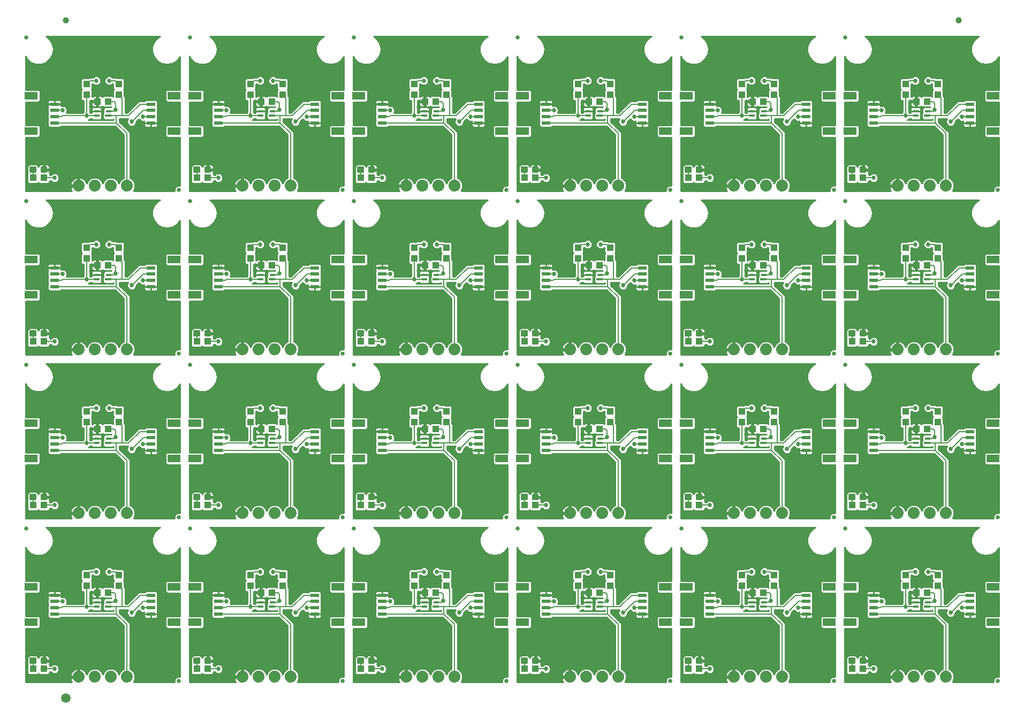
<source format=gtl>
G75*
%MOIN*%
%OFA0B0*%
%FSLAX25Y25*%
%IPPOS*%
%LPD*%
%AMOC8*
5,1,8,0,0,1.08239X$1,22.5*
%
%ADD10R,0.03543X0.01378*%
%ADD11R,0.03937X0.01378*%
%ADD12R,0.04331X0.03937*%
%ADD13C,0.01181*%
%ADD14R,0.03937X0.04331*%
%ADD15R,0.07874X0.04724*%
%ADD16R,0.05315X0.02362*%
%ADD17C,0.07400*%
%ADD18C,0.02500*%
%ADD19C,0.03937*%
%ADD20C,0.05906*%
%ADD21C,0.00800*%
%ADD22C,0.02700*%
%ADD23C,0.01000*%
D10*
X0075010Y0077372D03*
X0075010Y0080128D03*
X0082490Y0080128D03*
X0177010Y0080128D03*
X0177010Y0077372D03*
X0184490Y0080128D03*
X0279010Y0080128D03*
X0279010Y0077372D03*
X0286490Y0080128D03*
X0381010Y0080128D03*
X0381010Y0077372D03*
X0388490Y0080128D03*
X0483010Y0080128D03*
X0483010Y0077372D03*
X0490490Y0080128D03*
X0585010Y0080128D03*
X0585010Y0077372D03*
X0592490Y0080128D03*
X0585010Y0179372D03*
X0585010Y0182128D03*
X0592490Y0182128D03*
X0490490Y0182128D03*
X0483010Y0182128D03*
X0483010Y0179372D03*
X0388490Y0182128D03*
X0381010Y0182128D03*
X0381010Y0179372D03*
X0286490Y0182128D03*
X0279010Y0182128D03*
X0279010Y0179372D03*
X0184490Y0182128D03*
X0177010Y0182128D03*
X0177010Y0179372D03*
X0082490Y0182128D03*
X0075010Y0182128D03*
X0075010Y0179372D03*
X0075010Y0281372D03*
X0075010Y0284128D03*
X0082490Y0284128D03*
X0177010Y0284128D03*
X0177010Y0281372D03*
X0184490Y0284128D03*
X0279010Y0284128D03*
X0279010Y0281372D03*
X0286490Y0284128D03*
X0381010Y0284128D03*
X0381010Y0281372D03*
X0388490Y0284128D03*
X0483010Y0284128D03*
X0483010Y0281372D03*
X0490490Y0284128D03*
X0585010Y0284128D03*
X0585010Y0281372D03*
X0592490Y0284128D03*
X0585010Y0383372D03*
X0585010Y0386128D03*
X0592490Y0386128D03*
X0490490Y0386128D03*
X0483010Y0386128D03*
X0483010Y0383372D03*
X0388490Y0386128D03*
X0381010Y0386128D03*
X0381010Y0383372D03*
X0286490Y0386128D03*
X0279010Y0386128D03*
X0279010Y0383372D03*
X0184490Y0386128D03*
X0177010Y0386128D03*
X0177010Y0383372D03*
X0082490Y0386128D03*
X0075010Y0386128D03*
X0075010Y0383372D03*
D11*
X0082293Y0383372D03*
X0184293Y0383372D03*
X0286293Y0383372D03*
X0388293Y0383372D03*
X0490293Y0383372D03*
X0592293Y0383372D03*
X0592293Y0281372D03*
X0490293Y0281372D03*
X0388293Y0281372D03*
X0286293Y0281372D03*
X0184293Y0281372D03*
X0082293Y0281372D03*
X0082293Y0179372D03*
X0184293Y0179372D03*
X0286293Y0179372D03*
X0388293Y0179372D03*
X0490293Y0179372D03*
X0592293Y0179372D03*
X0592293Y0077372D03*
X0490293Y0077372D03*
X0388293Y0077372D03*
X0286293Y0077372D03*
X0184293Y0077372D03*
X0082293Y0077372D03*
D12*
X0082096Y0086250D03*
X0075404Y0086250D03*
X0042096Y0038750D03*
X0035404Y0038750D03*
X0137404Y0038750D03*
X0144096Y0038750D03*
X0177404Y0086250D03*
X0184096Y0086250D03*
X0144096Y0140750D03*
X0137404Y0140750D03*
X0177404Y0188250D03*
X0184096Y0188250D03*
X0239404Y0140750D03*
X0246096Y0140750D03*
X0279404Y0188250D03*
X0286096Y0188250D03*
X0341404Y0140750D03*
X0348096Y0140750D03*
X0381404Y0188250D03*
X0388096Y0188250D03*
X0443404Y0140750D03*
X0450096Y0140750D03*
X0483404Y0188250D03*
X0490096Y0188250D03*
X0545404Y0140750D03*
X0552096Y0140750D03*
X0585404Y0188250D03*
X0592096Y0188250D03*
X0552096Y0242750D03*
X0545404Y0242750D03*
X0585404Y0290250D03*
X0592096Y0290250D03*
X0552096Y0344750D03*
X0545404Y0344750D03*
X0585404Y0392250D03*
X0592096Y0392250D03*
X0490096Y0392250D03*
X0483404Y0392250D03*
X0450096Y0344750D03*
X0443404Y0344750D03*
X0388096Y0392250D03*
X0381404Y0392250D03*
X0348096Y0344750D03*
X0341404Y0344750D03*
X0286096Y0392250D03*
X0279404Y0392250D03*
X0246096Y0344750D03*
X0239404Y0344750D03*
X0184096Y0392250D03*
X0177404Y0392250D03*
X0144096Y0344750D03*
X0137404Y0344750D03*
X0082096Y0392250D03*
X0075404Y0392250D03*
X0042096Y0344750D03*
X0035404Y0344750D03*
X0075404Y0290250D03*
X0082096Y0290250D03*
X0042096Y0242750D03*
X0035404Y0242750D03*
X0075404Y0188250D03*
X0082096Y0188250D03*
X0042096Y0140750D03*
X0035404Y0140750D03*
X0137404Y0242750D03*
X0144096Y0242750D03*
X0177404Y0290250D03*
X0184096Y0290250D03*
X0239404Y0242750D03*
X0246096Y0242750D03*
X0279404Y0290250D03*
X0286096Y0290250D03*
X0341404Y0242750D03*
X0348096Y0242750D03*
X0381404Y0290250D03*
X0388096Y0290250D03*
X0443404Y0242750D03*
X0450096Y0242750D03*
X0483404Y0290250D03*
X0490096Y0290250D03*
X0490096Y0086250D03*
X0483404Y0086250D03*
X0450096Y0038750D03*
X0443404Y0038750D03*
X0388096Y0086250D03*
X0381404Y0086250D03*
X0348096Y0038750D03*
X0341404Y0038750D03*
X0286096Y0086250D03*
X0279404Y0086250D03*
X0246096Y0038750D03*
X0239404Y0038750D03*
X0545404Y0038750D03*
X0552096Y0038750D03*
X0585404Y0086250D03*
X0592096Y0086250D03*
D13*
X0550825Y0045128D02*
X0550825Y0042372D01*
X0550825Y0045128D02*
X0553581Y0045128D01*
X0553581Y0042372D01*
X0550825Y0042372D01*
X0550825Y0043494D02*
X0553581Y0043494D01*
X0553581Y0044616D02*
X0550825Y0044616D01*
X0543919Y0045128D02*
X0543919Y0042372D01*
X0543919Y0045128D02*
X0546675Y0045128D01*
X0546675Y0042372D01*
X0543919Y0042372D01*
X0543919Y0043494D02*
X0546675Y0043494D01*
X0546675Y0044616D02*
X0543919Y0044616D01*
X0448825Y0045128D02*
X0448825Y0042372D01*
X0448825Y0045128D02*
X0451581Y0045128D01*
X0451581Y0042372D01*
X0448825Y0042372D01*
X0448825Y0043494D02*
X0451581Y0043494D01*
X0451581Y0044616D02*
X0448825Y0044616D01*
X0441919Y0045128D02*
X0441919Y0042372D01*
X0441919Y0045128D02*
X0444675Y0045128D01*
X0444675Y0042372D01*
X0441919Y0042372D01*
X0441919Y0043494D02*
X0444675Y0043494D01*
X0444675Y0044616D02*
X0441919Y0044616D01*
X0346825Y0045128D02*
X0346825Y0042372D01*
X0346825Y0045128D02*
X0349581Y0045128D01*
X0349581Y0042372D01*
X0346825Y0042372D01*
X0346825Y0043494D02*
X0349581Y0043494D01*
X0349581Y0044616D02*
X0346825Y0044616D01*
X0339919Y0045128D02*
X0339919Y0042372D01*
X0339919Y0045128D02*
X0342675Y0045128D01*
X0342675Y0042372D01*
X0339919Y0042372D01*
X0339919Y0043494D02*
X0342675Y0043494D01*
X0342675Y0044616D02*
X0339919Y0044616D01*
X0244825Y0045128D02*
X0244825Y0042372D01*
X0244825Y0045128D02*
X0247581Y0045128D01*
X0247581Y0042372D01*
X0244825Y0042372D01*
X0244825Y0043494D02*
X0247581Y0043494D01*
X0247581Y0044616D02*
X0244825Y0044616D01*
X0237919Y0045128D02*
X0237919Y0042372D01*
X0237919Y0045128D02*
X0240675Y0045128D01*
X0240675Y0042372D01*
X0237919Y0042372D01*
X0237919Y0043494D02*
X0240675Y0043494D01*
X0240675Y0044616D02*
X0237919Y0044616D01*
X0142825Y0045128D02*
X0142825Y0042372D01*
X0142825Y0045128D02*
X0145581Y0045128D01*
X0145581Y0042372D01*
X0142825Y0042372D01*
X0142825Y0043494D02*
X0145581Y0043494D01*
X0145581Y0044616D02*
X0142825Y0044616D01*
X0135919Y0045128D02*
X0135919Y0042372D01*
X0135919Y0045128D02*
X0138675Y0045128D01*
X0138675Y0042372D01*
X0135919Y0042372D01*
X0135919Y0043494D02*
X0138675Y0043494D01*
X0138675Y0044616D02*
X0135919Y0044616D01*
X0040825Y0045128D02*
X0040825Y0042372D01*
X0040825Y0045128D02*
X0043581Y0045128D01*
X0043581Y0042372D01*
X0040825Y0042372D01*
X0040825Y0043494D02*
X0043581Y0043494D01*
X0043581Y0044616D02*
X0040825Y0044616D01*
X0033919Y0045128D02*
X0033919Y0042372D01*
X0033919Y0045128D02*
X0036675Y0045128D01*
X0036675Y0042372D01*
X0033919Y0042372D01*
X0033919Y0043494D02*
X0036675Y0043494D01*
X0036675Y0044616D02*
X0033919Y0044616D01*
X0033919Y0144372D02*
X0033919Y0147128D01*
X0036675Y0147128D01*
X0036675Y0144372D01*
X0033919Y0144372D01*
X0033919Y0145494D02*
X0036675Y0145494D01*
X0036675Y0146616D02*
X0033919Y0146616D01*
X0040825Y0147128D02*
X0040825Y0144372D01*
X0040825Y0147128D02*
X0043581Y0147128D01*
X0043581Y0144372D01*
X0040825Y0144372D01*
X0040825Y0145494D02*
X0043581Y0145494D01*
X0043581Y0146616D02*
X0040825Y0146616D01*
X0135919Y0147128D02*
X0135919Y0144372D01*
X0135919Y0147128D02*
X0138675Y0147128D01*
X0138675Y0144372D01*
X0135919Y0144372D01*
X0135919Y0145494D02*
X0138675Y0145494D01*
X0138675Y0146616D02*
X0135919Y0146616D01*
X0142825Y0147128D02*
X0142825Y0144372D01*
X0142825Y0147128D02*
X0145581Y0147128D01*
X0145581Y0144372D01*
X0142825Y0144372D01*
X0142825Y0145494D02*
X0145581Y0145494D01*
X0145581Y0146616D02*
X0142825Y0146616D01*
X0237919Y0147128D02*
X0237919Y0144372D01*
X0237919Y0147128D02*
X0240675Y0147128D01*
X0240675Y0144372D01*
X0237919Y0144372D01*
X0237919Y0145494D02*
X0240675Y0145494D01*
X0240675Y0146616D02*
X0237919Y0146616D01*
X0244825Y0147128D02*
X0244825Y0144372D01*
X0244825Y0147128D02*
X0247581Y0147128D01*
X0247581Y0144372D01*
X0244825Y0144372D01*
X0244825Y0145494D02*
X0247581Y0145494D01*
X0247581Y0146616D02*
X0244825Y0146616D01*
X0339919Y0147128D02*
X0339919Y0144372D01*
X0339919Y0147128D02*
X0342675Y0147128D01*
X0342675Y0144372D01*
X0339919Y0144372D01*
X0339919Y0145494D02*
X0342675Y0145494D01*
X0342675Y0146616D02*
X0339919Y0146616D01*
X0346825Y0147128D02*
X0346825Y0144372D01*
X0346825Y0147128D02*
X0349581Y0147128D01*
X0349581Y0144372D01*
X0346825Y0144372D01*
X0346825Y0145494D02*
X0349581Y0145494D01*
X0349581Y0146616D02*
X0346825Y0146616D01*
X0441919Y0147128D02*
X0441919Y0144372D01*
X0441919Y0147128D02*
X0444675Y0147128D01*
X0444675Y0144372D01*
X0441919Y0144372D01*
X0441919Y0145494D02*
X0444675Y0145494D01*
X0444675Y0146616D02*
X0441919Y0146616D01*
X0448825Y0147128D02*
X0448825Y0144372D01*
X0448825Y0147128D02*
X0451581Y0147128D01*
X0451581Y0144372D01*
X0448825Y0144372D01*
X0448825Y0145494D02*
X0451581Y0145494D01*
X0451581Y0146616D02*
X0448825Y0146616D01*
X0543919Y0147128D02*
X0543919Y0144372D01*
X0543919Y0147128D02*
X0546675Y0147128D01*
X0546675Y0144372D01*
X0543919Y0144372D01*
X0543919Y0145494D02*
X0546675Y0145494D01*
X0546675Y0146616D02*
X0543919Y0146616D01*
X0550825Y0147128D02*
X0550825Y0144372D01*
X0550825Y0147128D02*
X0553581Y0147128D01*
X0553581Y0144372D01*
X0550825Y0144372D01*
X0550825Y0145494D02*
X0553581Y0145494D01*
X0553581Y0146616D02*
X0550825Y0146616D01*
X0550825Y0246372D02*
X0550825Y0249128D01*
X0553581Y0249128D01*
X0553581Y0246372D01*
X0550825Y0246372D01*
X0550825Y0247494D02*
X0553581Y0247494D01*
X0553581Y0248616D02*
X0550825Y0248616D01*
X0543919Y0249128D02*
X0543919Y0246372D01*
X0543919Y0249128D02*
X0546675Y0249128D01*
X0546675Y0246372D01*
X0543919Y0246372D01*
X0543919Y0247494D02*
X0546675Y0247494D01*
X0546675Y0248616D02*
X0543919Y0248616D01*
X0448825Y0249128D02*
X0448825Y0246372D01*
X0448825Y0249128D02*
X0451581Y0249128D01*
X0451581Y0246372D01*
X0448825Y0246372D01*
X0448825Y0247494D02*
X0451581Y0247494D01*
X0451581Y0248616D02*
X0448825Y0248616D01*
X0441919Y0249128D02*
X0441919Y0246372D01*
X0441919Y0249128D02*
X0444675Y0249128D01*
X0444675Y0246372D01*
X0441919Y0246372D01*
X0441919Y0247494D02*
X0444675Y0247494D01*
X0444675Y0248616D02*
X0441919Y0248616D01*
X0346825Y0249128D02*
X0346825Y0246372D01*
X0346825Y0249128D02*
X0349581Y0249128D01*
X0349581Y0246372D01*
X0346825Y0246372D01*
X0346825Y0247494D02*
X0349581Y0247494D01*
X0349581Y0248616D02*
X0346825Y0248616D01*
X0339919Y0249128D02*
X0339919Y0246372D01*
X0339919Y0249128D02*
X0342675Y0249128D01*
X0342675Y0246372D01*
X0339919Y0246372D01*
X0339919Y0247494D02*
X0342675Y0247494D01*
X0342675Y0248616D02*
X0339919Y0248616D01*
X0244825Y0249128D02*
X0244825Y0246372D01*
X0244825Y0249128D02*
X0247581Y0249128D01*
X0247581Y0246372D01*
X0244825Y0246372D01*
X0244825Y0247494D02*
X0247581Y0247494D01*
X0247581Y0248616D02*
X0244825Y0248616D01*
X0237919Y0249128D02*
X0237919Y0246372D01*
X0237919Y0249128D02*
X0240675Y0249128D01*
X0240675Y0246372D01*
X0237919Y0246372D01*
X0237919Y0247494D02*
X0240675Y0247494D01*
X0240675Y0248616D02*
X0237919Y0248616D01*
X0142825Y0249128D02*
X0142825Y0246372D01*
X0142825Y0249128D02*
X0145581Y0249128D01*
X0145581Y0246372D01*
X0142825Y0246372D01*
X0142825Y0247494D02*
X0145581Y0247494D01*
X0145581Y0248616D02*
X0142825Y0248616D01*
X0135919Y0249128D02*
X0135919Y0246372D01*
X0135919Y0249128D02*
X0138675Y0249128D01*
X0138675Y0246372D01*
X0135919Y0246372D01*
X0135919Y0247494D02*
X0138675Y0247494D01*
X0138675Y0248616D02*
X0135919Y0248616D01*
X0040825Y0249128D02*
X0040825Y0246372D01*
X0040825Y0249128D02*
X0043581Y0249128D01*
X0043581Y0246372D01*
X0040825Y0246372D01*
X0040825Y0247494D02*
X0043581Y0247494D01*
X0043581Y0248616D02*
X0040825Y0248616D01*
X0033919Y0249128D02*
X0033919Y0246372D01*
X0033919Y0249128D02*
X0036675Y0249128D01*
X0036675Y0246372D01*
X0033919Y0246372D01*
X0033919Y0247494D02*
X0036675Y0247494D01*
X0036675Y0248616D02*
X0033919Y0248616D01*
X0033919Y0348372D02*
X0033919Y0351128D01*
X0036675Y0351128D01*
X0036675Y0348372D01*
X0033919Y0348372D01*
X0033919Y0349494D02*
X0036675Y0349494D01*
X0036675Y0350616D02*
X0033919Y0350616D01*
X0040825Y0351128D02*
X0040825Y0348372D01*
X0040825Y0351128D02*
X0043581Y0351128D01*
X0043581Y0348372D01*
X0040825Y0348372D01*
X0040825Y0349494D02*
X0043581Y0349494D01*
X0043581Y0350616D02*
X0040825Y0350616D01*
X0135919Y0351128D02*
X0135919Y0348372D01*
X0135919Y0351128D02*
X0138675Y0351128D01*
X0138675Y0348372D01*
X0135919Y0348372D01*
X0135919Y0349494D02*
X0138675Y0349494D01*
X0138675Y0350616D02*
X0135919Y0350616D01*
X0142825Y0351128D02*
X0142825Y0348372D01*
X0142825Y0351128D02*
X0145581Y0351128D01*
X0145581Y0348372D01*
X0142825Y0348372D01*
X0142825Y0349494D02*
X0145581Y0349494D01*
X0145581Y0350616D02*
X0142825Y0350616D01*
X0237919Y0351128D02*
X0237919Y0348372D01*
X0237919Y0351128D02*
X0240675Y0351128D01*
X0240675Y0348372D01*
X0237919Y0348372D01*
X0237919Y0349494D02*
X0240675Y0349494D01*
X0240675Y0350616D02*
X0237919Y0350616D01*
X0244825Y0351128D02*
X0244825Y0348372D01*
X0244825Y0351128D02*
X0247581Y0351128D01*
X0247581Y0348372D01*
X0244825Y0348372D01*
X0244825Y0349494D02*
X0247581Y0349494D01*
X0247581Y0350616D02*
X0244825Y0350616D01*
X0339919Y0351128D02*
X0339919Y0348372D01*
X0339919Y0351128D02*
X0342675Y0351128D01*
X0342675Y0348372D01*
X0339919Y0348372D01*
X0339919Y0349494D02*
X0342675Y0349494D01*
X0342675Y0350616D02*
X0339919Y0350616D01*
X0346825Y0351128D02*
X0346825Y0348372D01*
X0346825Y0351128D02*
X0349581Y0351128D01*
X0349581Y0348372D01*
X0346825Y0348372D01*
X0346825Y0349494D02*
X0349581Y0349494D01*
X0349581Y0350616D02*
X0346825Y0350616D01*
X0441919Y0351128D02*
X0441919Y0348372D01*
X0441919Y0351128D02*
X0444675Y0351128D01*
X0444675Y0348372D01*
X0441919Y0348372D01*
X0441919Y0349494D02*
X0444675Y0349494D01*
X0444675Y0350616D02*
X0441919Y0350616D01*
X0448825Y0351128D02*
X0448825Y0348372D01*
X0448825Y0351128D02*
X0451581Y0351128D01*
X0451581Y0348372D01*
X0448825Y0348372D01*
X0448825Y0349494D02*
X0451581Y0349494D01*
X0451581Y0350616D02*
X0448825Y0350616D01*
X0543919Y0351128D02*
X0543919Y0348372D01*
X0543919Y0351128D02*
X0546675Y0351128D01*
X0546675Y0348372D01*
X0543919Y0348372D01*
X0543919Y0349494D02*
X0546675Y0349494D01*
X0546675Y0350616D02*
X0543919Y0350616D01*
X0550825Y0351128D02*
X0550825Y0348372D01*
X0550825Y0351128D02*
X0553581Y0351128D01*
X0553581Y0348372D01*
X0550825Y0348372D01*
X0550825Y0349494D02*
X0553581Y0349494D01*
X0553581Y0350616D02*
X0550825Y0350616D01*
D14*
X0578750Y0396404D03*
X0578750Y0403096D03*
X0598750Y0403096D03*
X0598750Y0396404D03*
X0496750Y0396404D03*
X0496750Y0403096D03*
X0476750Y0403096D03*
X0476750Y0396404D03*
X0394750Y0396404D03*
X0394750Y0403096D03*
X0374750Y0403096D03*
X0374750Y0396404D03*
X0292750Y0396404D03*
X0292750Y0403096D03*
X0272750Y0403096D03*
X0272750Y0396404D03*
X0190750Y0396404D03*
X0190750Y0403096D03*
X0170750Y0403096D03*
X0170750Y0396404D03*
X0088750Y0396404D03*
X0088750Y0403096D03*
X0068750Y0403096D03*
X0068750Y0396404D03*
X0068750Y0301096D03*
X0068750Y0294404D03*
X0088750Y0294404D03*
X0088750Y0301096D03*
X0170750Y0301096D03*
X0170750Y0294404D03*
X0190750Y0294404D03*
X0190750Y0301096D03*
X0272750Y0301096D03*
X0272750Y0294404D03*
X0292750Y0294404D03*
X0292750Y0301096D03*
X0374750Y0301096D03*
X0374750Y0294404D03*
X0394750Y0294404D03*
X0394750Y0301096D03*
X0476750Y0301096D03*
X0476750Y0294404D03*
X0496750Y0294404D03*
X0496750Y0301096D03*
X0578750Y0301096D03*
X0578750Y0294404D03*
X0598750Y0294404D03*
X0598750Y0301096D03*
X0598750Y0199096D03*
X0598750Y0192404D03*
X0578750Y0192404D03*
X0578750Y0199096D03*
X0496750Y0199096D03*
X0496750Y0192404D03*
X0476750Y0192404D03*
X0476750Y0199096D03*
X0394750Y0199096D03*
X0394750Y0192404D03*
X0374750Y0192404D03*
X0374750Y0199096D03*
X0292750Y0199096D03*
X0292750Y0192404D03*
X0272750Y0192404D03*
X0272750Y0199096D03*
X0190750Y0199096D03*
X0190750Y0192404D03*
X0170750Y0192404D03*
X0170750Y0199096D03*
X0088750Y0199096D03*
X0088750Y0192404D03*
X0068750Y0192404D03*
X0068750Y0199096D03*
X0068750Y0097096D03*
X0068750Y0090404D03*
X0088750Y0090404D03*
X0088750Y0097096D03*
X0170750Y0097096D03*
X0170750Y0090404D03*
X0190750Y0090404D03*
X0190750Y0097096D03*
X0272750Y0097096D03*
X0272750Y0090404D03*
X0292750Y0090404D03*
X0292750Y0097096D03*
X0374750Y0097096D03*
X0374750Y0090404D03*
X0394750Y0090404D03*
X0394750Y0097096D03*
X0476750Y0097096D03*
X0476750Y0090404D03*
X0496750Y0090404D03*
X0496750Y0097096D03*
X0578750Y0097096D03*
X0578750Y0090404D03*
X0598750Y0090404D03*
X0598750Y0097096D03*
D15*
X0633219Y0089774D03*
X0633219Y0067726D03*
X0544281Y0067726D03*
X0531219Y0067726D03*
X0531219Y0089774D03*
X0544281Y0089774D03*
X0442281Y0089774D03*
X0429219Y0089774D03*
X0429219Y0067726D03*
X0442281Y0067726D03*
X0340281Y0067726D03*
X0327219Y0067726D03*
X0327219Y0089774D03*
X0340281Y0089774D03*
X0238281Y0089774D03*
X0225219Y0089774D03*
X0225219Y0067726D03*
X0238281Y0067726D03*
X0136281Y0067726D03*
X0123219Y0067726D03*
X0123219Y0089774D03*
X0136281Y0089774D03*
X0034281Y0089774D03*
X0034281Y0067726D03*
X0034281Y0169726D03*
X0034281Y0191774D03*
X0123219Y0191774D03*
X0136281Y0191774D03*
X0136281Y0169726D03*
X0123219Y0169726D03*
X0225219Y0169726D03*
X0238281Y0169726D03*
X0238281Y0191774D03*
X0225219Y0191774D03*
X0327219Y0191774D03*
X0340281Y0191774D03*
X0340281Y0169726D03*
X0327219Y0169726D03*
X0429219Y0169726D03*
X0442281Y0169726D03*
X0442281Y0191774D03*
X0429219Y0191774D03*
X0531219Y0191774D03*
X0544281Y0191774D03*
X0544281Y0169726D03*
X0531219Y0169726D03*
X0633219Y0169726D03*
X0633219Y0191774D03*
X0633219Y0271726D03*
X0633219Y0293774D03*
X0544281Y0293774D03*
X0531219Y0293774D03*
X0531219Y0271726D03*
X0544281Y0271726D03*
X0442281Y0271726D03*
X0429219Y0271726D03*
X0429219Y0293774D03*
X0442281Y0293774D03*
X0340281Y0293774D03*
X0327219Y0293774D03*
X0327219Y0271726D03*
X0340281Y0271726D03*
X0238281Y0271726D03*
X0225219Y0271726D03*
X0225219Y0293774D03*
X0238281Y0293774D03*
X0136281Y0293774D03*
X0123219Y0293774D03*
X0123219Y0271726D03*
X0136281Y0271726D03*
X0034281Y0271726D03*
X0034281Y0293774D03*
X0034281Y0373726D03*
X0034281Y0395774D03*
X0123219Y0395774D03*
X0136281Y0395774D03*
X0136281Y0373726D03*
X0123219Y0373726D03*
X0225219Y0373726D03*
X0238281Y0373726D03*
X0238281Y0395774D03*
X0225219Y0395774D03*
X0327219Y0395774D03*
X0340281Y0395774D03*
X0340281Y0373726D03*
X0327219Y0373726D03*
X0429219Y0373726D03*
X0442281Y0373726D03*
X0442281Y0395774D03*
X0429219Y0395774D03*
X0531219Y0395774D03*
X0544281Y0395774D03*
X0544281Y0373726D03*
X0531219Y0373726D03*
X0633219Y0373726D03*
X0633219Y0395774D03*
D16*
X0618750Y0390656D03*
X0618750Y0386719D03*
X0618750Y0382781D03*
X0618750Y0378844D03*
X0558750Y0378844D03*
X0558750Y0382781D03*
X0558750Y0386719D03*
X0558750Y0390656D03*
X0516750Y0390656D03*
X0516750Y0386719D03*
X0516750Y0382781D03*
X0516750Y0378844D03*
X0456750Y0378844D03*
X0456750Y0382781D03*
X0456750Y0386719D03*
X0456750Y0390656D03*
X0414750Y0390656D03*
X0414750Y0386719D03*
X0414750Y0382781D03*
X0414750Y0378844D03*
X0354750Y0378844D03*
X0354750Y0382781D03*
X0354750Y0386719D03*
X0354750Y0390656D03*
X0312750Y0390656D03*
X0312750Y0386719D03*
X0312750Y0382781D03*
X0312750Y0378844D03*
X0252750Y0378844D03*
X0252750Y0382781D03*
X0252750Y0386719D03*
X0252750Y0390656D03*
X0210750Y0390656D03*
X0210750Y0386719D03*
X0210750Y0382781D03*
X0210750Y0378844D03*
X0150750Y0378844D03*
X0150750Y0382781D03*
X0150750Y0386719D03*
X0150750Y0390656D03*
X0108750Y0390656D03*
X0108750Y0386719D03*
X0108750Y0382781D03*
X0108750Y0378844D03*
X0048750Y0378844D03*
X0048750Y0382781D03*
X0048750Y0386719D03*
X0048750Y0390656D03*
X0048750Y0288656D03*
X0048750Y0284719D03*
X0048750Y0280781D03*
X0048750Y0276844D03*
X0108750Y0276844D03*
X0108750Y0280781D03*
X0108750Y0284719D03*
X0108750Y0288656D03*
X0150750Y0288656D03*
X0150750Y0284719D03*
X0150750Y0280781D03*
X0150750Y0276844D03*
X0210750Y0276844D03*
X0210750Y0280781D03*
X0210750Y0284719D03*
X0210750Y0288656D03*
X0252750Y0288656D03*
X0252750Y0284719D03*
X0252750Y0280781D03*
X0252750Y0276844D03*
X0312750Y0276844D03*
X0312750Y0280781D03*
X0312750Y0284719D03*
X0312750Y0288656D03*
X0354750Y0288656D03*
X0354750Y0284719D03*
X0354750Y0280781D03*
X0354750Y0276844D03*
X0414750Y0276844D03*
X0414750Y0280781D03*
X0414750Y0284719D03*
X0414750Y0288656D03*
X0456750Y0288656D03*
X0456750Y0284719D03*
X0456750Y0280781D03*
X0456750Y0276844D03*
X0516750Y0276844D03*
X0516750Y0280781D03*
X0516750Y0284719D03*
X0516750Y0288656D03*
X0558750Y0288656D03*
X0558750Y0284719D03*
X0558750Y0280781D03*
X0558750Y0276844D03*
X0618750Y0276844D03*
X0618750Y0280781D03*
X0618750Y0284719D03*
X0618750Y0288656D03*
X0618750Y0186656D03*
X0618750Y0182719D03*
X0618750Y0178781D03*
X0618750Y0174844D03*
X0558750Y0174844D03*
X0558750Y0178781D03*
X0558750Y0182719D03*
X0558750Y0186656D03*
X0516750Y0186656D03*
X0516750Y0182719D03*
X0516750Y0178781D03*
X0516750Y0174844D03*
X0456750Y0174844D03*
X0456750Y0178781D03*
X0456750Y0182719D03*
X0456750Y0186656D03*
X0414750Y0186656D03*
X0414750Y0182719D03*
X0414750Y0178781D03*
X0414750Y0174844D03*
X0354750Y0174844D03*
X0354750Y0178781D03*
X0354750Y0182719D03*
X0354750Y0186656D03*
X0312750Y0186656D03*
X0312750Y0182719D03*
X0312750Y0178781D03*
X0312750Y0174844D03*
X0252750Y0174844D03*
X0252750Y0178781D03*
X0252750Y0182719D03*
X0252750Y0186656D03*
X0210750Y0186656D03*
X0210750Y0182719D03*
X0210750Y0178781D03*
X0210750Y0174844D03*
X0150750Y0174844D03*
X0150750Y0178781D03*
X0150750Y0182719D03*
X0150750Y0186656D03*
X0108750Y0186656D03*
X0108750Y0182719D03*
X0108750Y0178781D03*
X0108750Y0174844D03*
X0048750Y0174844D03*
X0048750Y0178781D03*
X0048750Y0182719D03*
X0048750Y0186656D03*
X0048750Y0084656D03*
X0048750Y0080719D03*
X0048750Y0076781D03*
X0048750Y0072844D03*
X0108750Y0072844D03*
X0108750Y0076781D03*
X0108750Y0080719D03*
X0108750Y0084656D03*
X0150750Y0084656D03*
X0150750Y0080719D03*
X0150750Y0076781D03*
X0150750Y0072844D03*
X0210750Y0072844D03*
X0210750Y0076781D03*
X0210750Y0080719D03*
X0210750Y0084656D03*
X0252750Y0084656D03*
X0252750Y0080719D03*
X0252750Y0076781D03*
X0252750Y0072844D03*
X0312750Y0072844D03*
X0312750Y0076781D03*
X0312750Y0080719D03*
X0312750Y0084656D03*
X0354750Y0084656D03*
X0354750Y0080719D03*
X0354750Y0076781D03*
X0354750Y0072844D03*
X0414750Y0072844D03*
X0414750Y0076781D03*
X0414750Y0080719D03*
X0414750Y0084656D03*
X0456750Y0084656D03*
X0456750Y0080719D03*
X0456750Y0076781D03*
X0456750Y0072844D03*
X0516750Y0072844D03*
X0516750Y0076781D03*
X0516750Y0080719D03*
X0516750Y0084656D03*
X0558750Y0084656D03*
X0558750Y0080719D03*
X0558750Y0076781D03*
X0558750Y0072844D03*
X0618750Y0072844D03*
X0618750Y0076781D03*
X0618750Y0080719D03*
X0618750Y0084656D03*
D17*
X0603750Y0033750D03*
X0593750Y0033750D03*
X0583750Y0033750D03*
X0573750Y0033750D03*
X0501750Y0033750D03*
X0491750Y0033750D03*
X0481750Y0033750D03*
X0471750Y0033750D03*
X0399750Y0033750D03*
X0389750Y0033750D03*
X0379750Y0033750D03*
X0369750Y0033750D03*
X0297750Y0033750D03*
X0287750Y0033750D03*
X0277750Y0033750D03*
X0267750Y0033750D03*
X0195750Y0033750D03*
X0185750Y0033750D03*
X0175750Y0033750D03*
X0165750Y0033750D03*
X0093750Y0033750D03*
X0083750Y0033750D03*
X0073750Y0033750D03*
X0063750Y0033750D03*
X0063750Y0135750D03*
X0073750Y0135750D03*
X0083750Y0135750D03*
X0093750Y0135750D03*
X0165750Y0135750D03*
X0175750Y0135750D03*
X0185750Y0135750D03*
X0195750Y0135750D03*
X0267750Y0135750D03*
X0277750Y0135750D03*
X0287750Y0135750D03*
X0297750Y0135750D03*
X0369750Y0135750D03*
X0379750Y0135750D03*
X0389750Y0135750D03*
X0399750Y0135750D03*
X0471750Y0135750D03*
X0481750Y0135750D03*
X0491750Y0135750D03*
X0501750Y0135750D03*
X0573750Y0135750D03*
X0583750Y0135750D03*
X0593750Y0135750D03*
X0603750Y0135750D03*
X0603750Y0237750D03*
X0593750Y0237750D03*
X0583750Y0237750D03*
X0573750Y0237750D03*
X0501750Y0237750D03*
X0491750Y0237750D03*
X0481750Y0237750D03*
X0471750Y0237750D03*
X0399750Y0237750D03*
X0389750Y0237750D03*
X0379750Y0237750D03*
X0369750Y0237750D03*
X0297750Y0237750D03*
X0287750Y0237750D03*
X0277750Y0237750D03*
X0267750Y0237750D03*
X0195750Y0237750D03*
X0185750Y0237750D03*
X0175750Y0237750D03*
X0165750Y0237750D03*
X0093750Y0237750D03*
X0083750Y0237750D03*
X0073750Y0237750D03*
X0063750Y0237750D03*
X0063750Y0339750D03*
X0073750Y0339750D03*
X0083750Y0339750D03*
X0093750Y0339750D03*
X0165750Y0339750D03*
X0175750Y0339750D03*
X0185750Y0339750D03*
X0195750Y0339750D03*
X0267750Y0339750D03*
X0277750Y0339750D03*
X0287750Y0339750D03*
X0297750Y0339750D03*
X0369750Y0339750D03*
X0379750Y0339750D03*
X0389750Y0339750D03*
X0399750Y0339750D03*
X0471750Y0339750D03*
X0481750Y0339750D03*
X0491750Y0339750D03*
X0501750Y0339750D03*
X0573750Y0339750D03*
X0583750Y0339750D03*
X0593750Y0339750D03*
X0603750Y0339750D03*
D18*
X0636250Y0337250D03*
X0541250Y0330250D03*
X0534250Y0337250D03*
X0439250Y0330250D03*
X0432250Y0337250D03*
X0337250Y0330250D03*
X0330250Y0337250D03*
X0235250Y0330250D03*
X0228250Y0337250D03*
X0133250Y0330250D03*
X0126250Y0337250D03*
X0031250Y0330250D03*
X0126250Y0235250D03*
X0133250Y0228250D03*
X0228250Y0235250D03*
X0235250Y0228250D03*
X0330250Y0235250D03*
X0337250Y0228250D03*
X0432250Y0235250D03*
X0439250Y0228250D03*
X0534250Y0235250D03*
X0541250Y0228250D03*
X0636250Y0235250D03*
X0636250Y0133250D03*
X0541250Y0126250D03*
X0534250Y0133250D03*
X0439250Y0126250D03*
X0432250Y0133250D03*
X0337250Y0126250D03*
X0330250Y0133250D03*
X0235250Y0126250D03*
X0228250Y0133250D03*
X0133250Y0126250D03*
X0126250Y0133250D03*
X0031250Y0126250D03*
X0126250Y0031250D03*
X0228250Y0031250D03*
X0330250Y0031250D03*
X0432250Y0031250D03*
X0534250Y0031250D03*
X0636250Y0031250D03*
X0541250Y0432250D03*
X0439250Y0432250D03*
X0337250Y0432250D03*
X0235250Y0432250D03*
X0133250Y0432250D03*
X0031250Y0432250D03*
X0031250Y0228250D03*
D19*
X0055750Y0443000D03*
X0611750Y0443000D03*
D20*
X0055750Y0020500D03*
D21*
X0048750Y0038750D02*
X0042096Y0038750D01*
X0035404Y0038750D02*
X0035404Y0043644D01*
X0035297Y0043750D01*
X0048750Y0072844D02*
X0087250Y0072844D01*
X0087250Y0077372D01*
X0082293Y0077372D01*
X0082490Y0080128D02*
X0085628Y0080128D01*
X0086717Y0081217D01*
X0086717Y0085283D01*
X0085750Y0086250D01*
X0082096Y0086250D01*
X0088750Y0090404D02*
X0090750Y0088404D01*
X0090750Y0077372D01*
X0087250Y0077372D01*
X0090750Y0077372D02*
X0094695Y0077372D01*
X0101978Y0084656D01*
X0108750Y0084656D01*
X0108750Y0080719D02*
X0104081Y0080719D01*
X0097112Y0073750D01*
X0096750Y0073750D01*
X0103750Y0076781D02*
X0108750Y0076781D01*
X0093750Y0066364D02*
X0087270Y0072844D01*
X0087250Y0072844D01*
X0093750Y0066364D02*
X0093750Y0033750D01*
X0137404Y0038750D02*
X0137404Y0043644D01*
X0137297Y0043750D01*
X0144096Y0038750D02*
X0150750Y0038750D01*
X0195750Y0033750D02*
X0195750Y0066364D01*
X0189270Y0072844D01*
X0189250Y0072844D01*
X0189250Y0077372D01*
X0184293Y0077372D01*
X0184490Y0080128D02*
X0187628Y0080128D01*
X0188717Y0081217D01*
X0188717Y0085283D01*
X0187750Y0086250D01*
X0184096Y0086250D01*
X0190750Y0090404D02*
X0192750Y0088404D01*
X0192750Y0077372D01*
X0189250Y0077372D01*
X0192750Y0077372D02*
X0196695Y0077372D01*
X0203978Y0084656D01*
X0210750Y0084656D01*
X0210750Y0080719D02*
X0206081Y0080719D01*
X0199112Y0073750D01*
X0198750Y0073750D01*
X0205750Y0076781D02*
X0210750Y0076781D01*
X0189250Y0072844D02*
X0150750Y0072844D01*
X0150750Y0076781D02*
X0155281Y0076781D01*
X0155872Y0077372D01*
X0170750Y0077372D01*
X0177010Y0077372D01*
X0170750Y0077372D02*
X0170750Y0090404D01*
X0170750Y0097096D02*
X0172904Y0099250D01*
X0176750Y0099250D01*
X0184750Y0099250D02*
X0188596Y0099250D01*
X0190750Y0097096D01*
X0155750Y0080719D02*
X0150750Y0080719D01*
X0088750Y0097096D02*
X0086596Y0099250D01*
X0082750Y0099250D01*
X0074750Y0099250D02*
X0070904Y0099250D01*
X0068750Y0097096D01*
X0068750Y0090404D02*
X0068750Y0077372D01*
X0075010Y0077372D01*
X0068750Y0077372D02*
X0053872Y0077372D01*
X0053281Y0076781D01*
X0048750Y0076781D01*
X0048750Y0080719D02*
X0053750Y0080719D01*
X0093750Y0135750D02*
X0093750Y0168364D01*
X0087270Y0174844D01*
X0087250Y0174844D01*
X0087250Y0179372D01*
X0082293Y0179372D01*
X0082490Y0182128D02*
X0085628Y0182128D01*
X0086717Y0183217D01*
X0086717Y0187283D01*
X0085750Y0188250D01*
X0082096Y0188250D01*
X0088750Y0192404D02*
X0090750Y0190404D01*
X0090750Y0179372D01*
X0087250Y0179372D01*
X0090750Y0179372D02*
X0094695Y0179372D01*
X0101978Y0186656D01*
X0108750Y0186656D01*
X0108750Y0182719D02*
X0104081Y0182719D01*
X0097112Y0175750D01*
X0096750Y0175750D01*
X0103750Y0178781D02*
X0108750Y0178781D01*
X0087250Y0174844D02*
X0048750Y0174844D01*
X0048750Y0178781D02*
X0053281Y0178781D01*
X0053872Y0179372D01*
X0068750Y0179372D01*
X0075010Y0179372D01*
X0068750Y0179372D02*
X0068750Y0192404D01*
X0068750Y0199096D02*
X0070904Y0201250D01*
X0074750Y0201250D01*
X0082750Y0201250D02*
X0086596Y0201250D01*
X0088750Y0199096D01*
X0053750Y0182719D02*
X0048750Y0182719D01*
X0035297Y0145750D02*
X0035404Y0145644D01*
X0035404Y0140750D01*
X0042096Y0140750D02*
X0048750Y0140750D01*
X0137404Y0140750D02*
X0137404Y0145644D01*
X0137297Y0145750D01*
X0144096Y0140750D02*
X0150750Y0140750D01*
X0195750Y0135750D02*
X0195750Y0168364D01*
X0189270Y0174844D01*
X0189250Y0174844D01*
X0189250Y0179372D01*
X0184293Y0179372D01*
X0184490Y0182128D02*
X0187628Y0182128D01*
X0188717Y0183217D01*
X0188717Y0187283D01*
X0187750Y0188250D01*
X0184096Y0188250D01*
X0190750Y0192404D02*
X0192750Y0190404D01*
X0192750Y0179372D01*
X0189250Y0179372D01*
X0192750Y0179372D02*
X0196695Y0179372D01*
X0203978Y0186656D01*
X0210750Y0186656D01*
X0210750Y0182719D02*
X0206081Y0182719D01*
X0199112Y0175750D01*
X0198750Y0175750D01*
X0205750Y0178781D02*
X0210750Y0178781D01*
X0189250Y0174844D02*
X0150750Y0174844D01*
X0150750Y0178781D02*
X0155281Y0178781D01*
X0155872Y0179372D01*
X0170750Y0179372D01*
X0177010Y0179372D01*
X0170750Y0179372D02*
X0170750Y0192404D01*
X0170750Y0199096D02*
X0172904Y0201250D01*
X0176750Y0201250D01*
X0184750Y0201250D02*
X0188596Y0201250D01*
X0190750Y0199096D01*
X0155750Y0182719D02*
X0150750Y0182719D01*
X0195750Y0237750D02*
X0195750Y0270364D01*
X0189270Y0276844D01*
X0189250Y0276844D01*
X0189250Y0281372D01*
X0184293Y0281372D01*
X0184490Y0284128D02*
X0187628Y0284128D01*
X0188717Y0285217D01*
X0188717Y0289283D01*
X0187750Y0290250D01*
X0184096Y0290250D01*
X0190750Y0294404D02*
X0192750Y0292404D01*
X0192750Y0281372D01*
X0189250Y0281372D01*
X0192750Y0281372D02*
X0196695Y0281372D01*
X0203978Y0288656D01*
X0210750Y0288656D01*
X0210750Y0284719D02*
X0206081Y0284719D01*
X0199112Y0277750D01*
X0198750Y0277750D01*
X0205750Y0280781D02*
X0210750Y0280781D01*
X0189250Y0276844D02*
X0150750Y0276844D01*
X0150750Y0280781D02*
X0155281Y0280781D01*
X0155872Y0281372D01*
X0170750Y0281372D01*
X0177010Y0281372D01*
X0170750Y0281372D02*
X0170750Y0294404D01*
X0170750Y0301096D02*
X0172904Y0303250D01*
X0176750Y0303250D01*
X0184750Y0303250D02*
X0188596Y0303250D01*
X0190750Y0301096D01*
X0155750Y0284719D02*
X0150750Y0284719D01*
X0108750Y0284719D02*
X0104081Y0284719D01*
X0097112Y0277750D01*
X0096750Y0277750D01*
X0094695Y0281372D02*
X0101978Y0288656D01*
X0108750Y0288656D01*
X0108750Y0280781D02*
X0103750Y0280781D01*
X0094695Y0281372D02*
X0090750Y0281372D01*
X0090750Y0292404D01*
X0088750Y0294404D01*
X0085750Y0290250D02*
X0086717Y0289283D01*
X0086717Y0285217D01*
X0085628Y0284128D01*
X0082490Y0284128D01*
X0082293Y0281372D02*
X0087250Y0281372D01*
X0087250Y0276844D01*
X0087270Y0276844D01*
X0093750Y0270364D01*
X0093750Y0237750D01*
X0137404Y0242750D02*
X0137404Y0247644D01*
X0137297Y0247750D01*
X0144096Y0242750D02*
X0150750Y0242750D01*
X0090750Y0281372D02*
X0087250Y0281372D01*
X0087250Y0276844D02*
X0048750Y0276844D01*
X0048750Y0280781D02*
X0053281Y0280781D01*
X0053872Y0281372D01*
X0068750Y0281372D01*
X0075010Y0281372D01*
X0068750Y0281372D02*
X0068750Y0294404D01*
X0068750Y0301096D02*
X0070904Y0303250D01*
X0074750Y0303250D01*
X0082750Y0303250D02*
X0086596Y0303250D01*
X0088750Y0301096D01*
X0085750Y0290250D02*
X0082096Y0290250D01*
X0053750Y0284719D02*
X0048750Y0284719D01*
X0035297Y0247750D02*
X0035404Y0247644D01*
X0035404Y0242750D01*
X0042096Y0242750D02*
X0048750Y0242750D01*
X0093750Y0339750D02*
X0093750Y0372364D01*
X0087270Y0378844D01*
X0087250Y0378844D01*
X0087250Y0383372D01*
X0082293Y0383372D01*
X0082490Y0386128D02*
X0085628Y0386128D01*
X0086717Y0387217D01*
X0086717Y0391283D01*
X0085750Y0392250D01*
X0082096Y0392250D01*
X0088750Y0396404D02*
X0090750Y0394404D01*
X0090750Y0383372D01*
X0087250Y0383372D01*
X0090750Y0383372D02*
X0094695Y0383372D01*
X0101978Y0390656D01*
X0108750Y0390656D01*
X0108750Y0386719D02*
X0104081Y0386719D01*
X0097112Y0379750D01*
X0096750Y0379750D01*
X0103750Y0382781D02*
X0108750Y0382781D01*
X0087250Y0378844D02*
X0048750Y0378844D01*
X0048750Y0382781D02*
X0053281Y0382781D01*
X0053872Y0383372D01*
X0068750Y0383372D01*
X0075010Y0383372D01*
X0068750Y0383372D02*
X0068750Y0396404D01*
X0068750Y0403096D02*
X0070904Y0405250D01*
X0074750Y0405250D01*
X0082750Y0405250D02*
X0086596Y0405250D01*
X0088750Y0403096D01*
X0053750Y0386719D02*
X0048750Y0386719D01*
X0035297Y0349750D02*
X0035404Y0349644D01*
X0035404Y0344750D01*
X0042096Y0344750D02*
X0048750Y0344750D01*
X0137404Y0344750D02*
X0137404Y0349644D01*
X0137297Y0349750D01*
X0144096Y0344750D02*
X0150750Y0344750D01*
X0195750Y0339750D02*
X0195750Y0372364D01*
X0189270Y0378844D01*
X0189250Y0378844D01*
X0189250Y0383372D01*
X0184293Y0383372D01*
X0184490Y0386128D02*
X0187628Y0386128D01*
X0188717Y0387217D01*
X0188717Y0391283D01*
X0187750Y0392250D01*
X0184096Y0392250D01*
X0190750Y0396404D02*
X0192750Y0394404D01*
X0192750Y0383372D01*
X0189250Y0383372D01*
X0192750Y0383372D02*
X0196695Y0383372D01*
X0203978Y0390656D01*
X0210750Y0390656D01*
X0210750Y0386719D02*
X0206081Y0386719D01*
X0199112Y0379750D01*
X0198750Y0379750D01*
X0205750Y0382781D02*
X0210750Y0382781D01*
X0189250Y0378844D02*
X0150750Y0378844D01*
X0150750Y0382781D02*
X0155281Y0382781D01*
X0155872Y0383372D01*
X0170750Y0383372D01*
X0177010Y0383372D01*
X0170750Y0383372D02*
X0170750Y0396404D01*
X0170750Y0403096D02*
X0172904Y0405250D01*
X0176750Y0405250D01*
X0184750Y0405250D02*
X0188596Y0405250D01*
X0190750Y0403096D01*
X0155750Y0386719D02*
X0150750Y0386719D01*
X0239297Y0349750D02*
X0239404Y0349644D01*
X0239404Y0344750D01*
X0246096Y0344750D02*
X0252750Y0344750D01*
X0297750Y0339750D02*
X0297750Y0372364D01*
X0291270Y0378844D01*
X0291250Y0378844D01*
X0291250Y0383372D01*
X0286293Y0383372D01*
X0286490Y0386128D02*
X0289628Y0386128D01*
X0290717Y0387217D01*
X0290717Y0391283D01*
X0289750Y0392250D01*
X0286096Y0392250D01*
X0292750Y0396404D02*
X0294750Y0394404D01*
X0294750Y0383372D01*
X0291250Y0383372D01*
X0294750Y0383372D02*
X0298695Y0383372D01*
X0305978Y0390656D01*
X0312750Y0390656D01*
X0312750Y0386719D02*
X0308081Y0386719D01*
X0301112Y0379750D01*
X0300750Y0379750D01*
X0307750Y0382781D02*
X0312750Y0382781D01*
X0291250Y0378844D02*
X0252750Y0378844D01*
X0252750Y0382781D02*
X0257281Y0382781D01*
X0257872Y0383372D01*
X0272750Y0383372D01*
X0279010Y0383372D01*
X0272750Y0383372D02*
X0272750Y0396404D01*
X0272750Y0403096D02*
X0274904Y0405250D01*
X0278750Y0405250D01*
X0286750Y0405250D02*
X0290596Y0405250D01*
X0292750Y0403096D01*
X0257750Y0386719D02*
X0252750Y0386719D01*
X0341297Y0349750D02*
X0341404Y0349644D01*
X0341404Y0344750D01*
X0348096Y0344750D02*
X0354750Y0344750D01*
X0399750Y0339750D02*
X0399750Y0372364D01*
X0393270Y0378844D01*
X0393250Y0378844D01*
X0393250Y0383372D01*
X0388293Y0383372D01*
X0388490Y0386128D02*
X0391628Y0386128D01*
X0392717Y0387217D01*
X0392717Y0391283D01*
X0391750Y0392250D01*
X0388096Y0392250D01*
X0394750Y0396404D02*
X0396750Y0394404D01*
X0396750Y0383372D01*
X0393250Y0383372D01*
X0396750Y0383372D02*
X0400695Y0383372D01*
X0407978Y0390656D01*
X0414750Y0390656D01*
X0414750Y0386719D02*
X0410081Y0386719D01*
X0403112Y0379750D01*
X0402750Y0379750D01*
X0409750Y0382781D02*
X0414750Y0382781D01*
X0393250Y0378844D02*
X0354750Y0378844D01*
X0354750Y0382781D02*
X0359281Y0382781D01*
X0359872Y0383372D01*
X0374750Y0383372D01*
X0381010Y0383372D01*
X0374750Y0383372D02*
X0374750Y0396404D01*
X0374750Y0403096D02*
X0376904Y0405250D01*
X0380750Y0405250D01*
X0388750Y0405250D02*
X0392596Y0405250D01*
X0394750Y0403096D01*
X0359750Y0386719D02*
X0354750Y0386719D01*
X0443297Y0349750D02*
X0443404Y0349644D01*
X0443404Y0344750D01*
X0450096Y0344750D02*
X0456750Y0344750D01*
X0501750Y0339750D02*
X0501750Y0372364D01*
X0495270Y0378844D01*
X0495250Y0378844D01*
X0495250Y0383372D01*
X0490293Y0383372D01*
X0490490Y0386128D02*
X0493628Y0386128D01*
X0494717Y0387217D01*
X0494717Y0391283D01*
X0493750Y0392250D01*
X0490096Y0392250D01*
X0496750Y0396404D02*
X0498750Y0394404D01*
X0498750Y0383372D01*
X0495250Y0383372D01*
X0498750Y0383372D02*
X0502695Y0383372D01*
X0509978Y0390656D01*
X0516750Y0390656D01*
X0516750Y0386719D02*
X0512081Y0386719D01*
X0505112Y0379750D01*
X0504750Y0379750D01*
X0511750Y0382781D02*
X0516750Y0382781D01*
X0495250Y0378844D02*
X0456750Y0378844D01*
X0456750Y0382781D02*
X0461281Y0382781D01*
X0461872Y0383372D01*
X0476750Y0383372D01*
X0483010Y0383372D01*
X0476750Y0383372D02*
X0476750Y0396404D01*
X0476750Y0403096D02*
X0478904Y0405250D01*
X0482750Y0405250D01*
X0490750Y0405250D02*
X0494596Y0405250D01*
X0496750Y0403096D01*
X0461750Y0386719D02*
X0456750Y0386719D01*
X0545297Y0349750D02*
X0545404Y0349644D01*
X0545404Y0344750D01*
X0552096Y0344750D02*
X0558750Y0344750D01*
X0603750Y0339750D02*
X0603750Y0372364D01*
X0597270Y0378844D01*
X0597250Y0378844D01*
X0597250Y0383372D01*
X0592293Y0383372D01*
X0592490Y0386128D02*
X0595628Y0386128D01*
X0596717Y0387217D01*
X0596717Y0391283D01*
X0595750Y0392250D01*
X0592096Y0392250D01*
X0598750Y0396404D02*
X0600750Y0394404D01*
X0600750Y0383372D01*
X0597250Y0383372D01*
X0600750Y0383372D02*
X0604695Y0383372D01*
X0611978Y0390656D01*
X0618750Y0390656D01*
X0618750Y0386719D02*
X0614081Y0386719D01*
X0607112Y0379750D01*
X0606750Y0379750D01*
X0613750Y0382781D02*
X0618750Y0382781D01*
X0597250Y0378844D02*
X0558750Y0378844D01*
X0558750Y0382781D02*
X0563281Y0382781D01*
X0563872Y0383372D01*
X0578750Y0383372D01*
X0585010Y0383372D01*
X0578750Y0383372D02*
X0578750Y0396404D01*
X0578750Y0403096D02*
X0580904Y0405250D01*
X0584750Y0405250D01*
X0592750Y0405250D02*
X0596596Y0405250D01*
X0598750Y0403096D01*
X0563750Y0386719D02*
X0558750Y0386719D01*
X0580904Y0303250D02*
X0584750Y0303250D01*
X0580904Y0303250D02*
X0578750Y0301096D01*
X0578750Y0294404D02*
X0578750Y0281372D01*
X0585010Y0281372D01*
X0578750Y0281372D02*
X0563872Y0281372D01*
X0563281Y0280781D01*
X0558750Y0280781D01*
X0558750Y0276844D02*
X0597250Y0276844D01*
X0597250Y0281372D01*
X0592293Y0281372D01*
X0592490Y0284128D02*
X0595628Y0284128D01*
X0596717Y0285217D01*
X0596717Y0289283D01*
X0595750Y0290250D01*
X0592096Y0290250D01*
X0598750Y0294404D02*
X0600750Y0292404D01*
X0600750Y0281372D01*
X0597250Y0281372D01*
X0600750Y0281372D02*
X0604695Y0281372D01*
X0611978Y0288656D01*
X0618750Y0288656D01*
X0618750Y0284719D02*
X0614081Y0284719D01*
X0607112Y0277750D01*
X0606750Y0277750D01*
X0613750Y0280781D02*
X0618750Y0280781D01*
X0603750Y0270364D02*
X0597270Y0276844D01*
X0597250Y0276844D01*
X0603750Y0270364D02*
X0603750Y0237750D01*
X0558750Y0242750D02*
X0552096Y0242750D01*
X0545404Y0242750D02*
X0545404Y0247644D01*
X0545297Y0247750D01*
X0516750Y0280781D02*
X0511750Y0280781D01*
X0512081Y0284719D02*
X0505112Y0277750D01*
X0504750Y0277750D01*
X0502695Y0281372D02*
X0509978Y0288656D01*
X0516750Y0288656D01*
X0516750Y0284719D02*
X0512081Y0284719D01*
X0502695Y0281372D02*
X0498750Y0281372D01*
X0498750Y0292404D01*
X0496750Y0294404D01*
X0493750Y0290250D02*
X0494717Y0289283D01*
X0494717Y0285217D01*
X0493628Y0284128D01*
X0490490Y0284128D01*
X0490293Y0281372D02*
X0495250Y0281372D01*
X0495250Y0276844D01*
X0495270Y0276844D01*
X0501750Y0270364D01*
X0501750Y0237750D01*
X0456750Y0242750D02*
X0450096Y0242750D01*
X0443404Y0242750D02*
X0443404Y0247644D01*
X0443297Y0247750D01*
X0456750Y0276844D02*
X0495250Y0276844D01*
X0495250Y0281372D02*
X0498750Y0281372D01*
X0493750Y0290250D02*
X0490096Y0290250D01*
X0483010Y0281372D02*
X0476750Y0281372D01*
X0476750Y0294404D01*
X0476750Y0301096D02*
X0478904Y0303250D01*
X0482750Y0303250D01*
X0490750Y0303250D02*
X0494596Y0303250D01*
X0496750Y0301096D01*
X0476750Y0281372D02*
X0461872Y0281372D01*
X0461281Y0280781D01*
X0456750Y0280781D01*
X0456750Y0284719D02*
X0461750Y0284719D01*
X0414750Y0284719D02*
X0410081Y0284719D01*
X0403112Y0277750D01*
X0402750Y0277750D01*
X0400695Y0281372D02*
X0407978Y0288656D01*
X0414750Y0288656D01*
X0414750Y0280781D02*
X0409750Y0280781D01*
X0400695Y0281372D02*
X0396750Y0281372D01*
X0396750Y0292404D01*
X0394750Y0294404D01*
X0391750Y0290250D02*
X0392717Y0289283D01*
X0392717Y0285217D01*
X0391628Y0284128D01*
X0388490Y0284128D01*
X0388293Y0281372D02*
X0393250Y0281372D01*
X0393250Y0276844D01*
X0393270Y0276844D01*
X0399750Y0270364D01*
X0399750Y0237750D01*
X0354750Y0242750D02*
X0348096Y0242750D01*
X0341404Y0242750D02*
X0341404Y0247644D01*
X0341297Y0247750D01*
X0354750Y0276844D02*
X0393250Y0276844D01*
X0393250Y0281372D02*
X0396750Y0281372D01*
X0391750Y0290250D02*
X0388096Y0290250D01*
X0381010Y0281372D02*
X0374750Y0281372D01*
X0374750Y0294404D01*
X0374750Y0301096D02*
X0376904Y0303250D01*
X0380750Y0303250D01*
X0388750Y0303250D02*
X0392596Y0303250D01*
X0394750Y0301096D01*
X0374750Y0281372D02*
X0359872Y0281372D01*
X0359281Y0280781D01*
X0354750Y0280781D01*
X0354750Y0284719D02*
X0359750Y0284719D01*
X0312750Y0284719D02*
X0308081Y0284719D01*
X0301112Y0277750D01*
X0300750Y0277750D01*
X0298695Y0281372D02*
X0305978Y0288656D01*
X0312750Y0288656D01*
X0312750Y0280781D02*
X0307750Y0280781D01*
X0298695Y0281372D02*
X0294750Y0281372D01*
X0294750Y0292404D01*
X0292750Y0294404D01*
X0289750Y0290250D02*
X0286096Y0290250D01*
X0289750Y0290250D02*
X0290717Y0289283D01*
X0290717Y0285217D01*
X0289628Y0284128D01*
X0286490Y0284128D01*
X0286293Y0281372D02*
X0291250Y0281372D01*
X0291250Y0276844D01*
X0291270Y0276844D01*
X0297750Y0270364D01*
X0297750Y0237750D01*
X0252750Y0242750D02*
X0246096Y0242750D01*
X0239404Y0242750D02*
X0239404Y0247644D01*
X0239297Y0247750D01*
X0252750Y0276844D02*
X0291250Y0276844D01*
X0291250Y0281372D02*
X0294750Y0281372D01*
X0279010Y0281372D02*
X0272750Y0281372D01*
X0272750Y0294404D01*
X0272750Y0301096D02*
X0274904Y0303250D01*
X0278750Y0303250D01*
X0286750Y0303250D02*
X0290596Y0303250D01*
X0292750Y0301096D01*
X0272750Y0281372D02*
X0257872Y0281372D01*
X0257281Y0280781D01*
X0252750Y0280781D01*
X0252750Y0284719D02*
X0257750Y0284719D01*
X0274904Y0201250D02*
X0272750Y0199096D01*
X0274904Y0201250D02*
X0278750Y0201250D01*
X0286750Y0201250D02*
X0290596Y0201250D01*
X0292750Y0199096D01*
X0292750Y0192404D02*
X0294750Y0190404D01*
X0294750Y0179372D01*
X0291250Y0179372D01*
X0291250Y0174844D01*
X0291270Y0174844D01*
X0297750Y0168364D01*
X0297750Y0135750D01*
X0341404Y0140750D02*
X0341404Y0145644D01*
X0341297Y0145750D01*
X0348096Y0140750D02*
X0354750Y0140750D01*
X0399750Y0135750D02*
X0399750Y0168364D01*
X0393270Y0174844D01*
X0393250Y0174844D01*
X0393250Y0179372D01*
X0388293Y0179372D01*
X0388490Y0182128D02*
X0391628Y0182128D01*
X0392717Y0183217D01*
X0392717Y0187283D01*
X0391750Y0188250D01*
X0388096Y0188250D01*
X0394750Y0192404D02*
X0396750Y0190404D01*
X0396750Y0179372D01*
X0393250Y0179372D01*
X0396750Y0179372D02*
X0400695Y0179372D01*
X0407978Y0186656D01*
X0414750Y0186656D01*
X0414750Y0182719D02*
X0410081Y0182719D01*
X0403112Y0175750D01*
X0402750Y0175750D01*
X0409750Y0178781D02*
X0414750Y0178781D01*
X0393250Y0174844D02*
X0354750Y0174844D01*
X0354750Y0178781D02*
X0359281Y0178781D01*
X0359872Y0179372D01*
X0374750Y0179372D01*
X0381010Y0179372D01*
X0374750Y0179372D02*
X0374750Y0192404D01*
X0374750Y0199096D02*
X0376904Y0201250D01*
X0380750Y0201250D01*
X0388750Y0201250D02*
X0392596Y0201250D01*
X0394750Y0199096D01*
X0359750Y0182719D02*
X0354750Y0182719D01*
X0312750Y0182719D02*
X0308081Y0182719D01*
X0301112Y0175750D01*
X0300750Y0175750D01*
X0298695Y0179372D02*
X0294750Y0179372D01*
X0291250Y0179372D02*
X0286293Y0179372D01*
X0286490Y0182128D02*
X0289628Y0182128D01*
X0290717Y0183217D01*
X0290717Y0187283D01*
X0289750Y0188250D01*
X0286096Y0188250D01*
X0279010Y0179372D02*
X0272750Y0179372D01*
X0272750Y0192404D01*
X0257750Y0182719D02*
X0252750Y0182719D01*
X0252750Y0178781D02*
X0257281Y0178781D01*
X0257872Y0179372D01*
X0272750Y0179372D01*
X0291250Y0174844D02*
X0252750Y0174844D01*
X0239297Y0145750D02*
X0239404Y0145644D01*
X0239404Y0140750D01*
X0246096Y0140750D02*
X0252750Y0140750D01*
X0274904Y0099250D02*
X0272750Y0097096D01*
X0274904Y0099250D02*
X0278750Y0099250D01*
X0286750Y0099250D02*
X0290596Y0099250D01*
X0292750Y0097096D01*
X0292750Y0090404D02*
X0294750Y0088404D01*
X0294750Y0077372D01*
X0291250Y0077372D01*
X0291250Y0072844D01*
X0291270Y0072844D01*
X0297750Y0066364D01*
X0297750Y0033750D01*
X0341404Y0038750D02*
X0341404Y0043644D01*
X0341297Y0043750D01*
X0348096Y0038750D02*
X0354750Y0038750D01*
X0399750Y0033750D02*
X0399750Y0066364D01*
X0393270Y0072844D01*
X0393250Y0072844D01*
X0393250Y0077372D01*
X0388293Y0077372D01*
X0388490Y0080128D02*
X0391628Y0080128D01*
X0392717Y0081217D01*
X0392717Y0085283D01*
X0391750Y0086250D01*
X0388096Y0086250D01*
X0394750Y0090404D02*
X0396750Y0088404D01*
X0396750Y0077372D01*
X0393250Y0077372D01*
X0396750Y0077372D02*
X0400695Y0077372D01*
X0407978Y0084656D01*
X0414750Y0084656D01*
X0414750Y0080719D02*
X0410081Y0080719D01*
X0403112Y0073750D01*
X0402750Y0073750D01*
X0409750Y0076781D02*
X0414750Y0076781D01*
X0393250Y0072844D02*
X0354750Y0072844D01*
X0354750Y0076781D02*
X0359281Y0076781D01*
X0359872Y0077372D01*
X0374750Y0077372D01*
X0381010Y0077372D01*
X0374750Y0077372D02*
X0374750Y0090404D01*
X0374750Y0097096D02*
X0376904Y0099250D01*
X0380750Y0099250D01*
X0388750Y0099250D02*
X0392596Y0099250D01*
X0394750Y0097096D01*
X0359750Y0080719D02*
X0354750Y0080719D01*
X0312750Y0080719D02*
X0308081Y0080719D01*
X0301112Y0073750D01*
X0300750Y0073750D01*
X0298695Y0077372D02*
X0294750Y0077372D01*
X0291250Y0077372D02*
X0286293Y0077372D01*
X0286490Y0080128D02*
X0289628Y0080128D01*
X0290717Y0081217D01*
X0290717Y0085283D01*
X0289750Y0086250D01*
X0286096Y0086250D01*
X0279010Y0077372D02*
X0272750Y0077372D01*
X0272750Y0090404D01*
X0272750Y0077372D02*
X0257872Y0077372D01*
X0257281Y0076781D01*
X0252750Y0076781D01*
X0252750Y0072844D02*
X0291250Y0072844D01*
X0298695Y0077372D02*
X0305978Y0084656D01*
X0312750Y0084656D01*
X0312750Y0076781D02*
X0307750Y0076781D01*
X0257750Y0080719D02*
X0252750Y0080719D01*
X0239297Y0043750D02*
X0239404Y0043644D01*
X0239404Y0038750D01*
X0246096Y0038750D02*
X0252750Y0038750D01*
X0443297Y0043750D02*
X0443404Y0043644D01*
X0443404Y0038750D01*
X0450096Y0038750D02*
X0456750Y0038750D01*
X0501750Y0033750D02*
X0501750Y0066364D01*
X0495270Y0072844D01*
X0495250Y0072844D01*
X0495250Y0077372D01*
X0490293Y0077372D01*
X0490490Y0080128D02*
X0493628Y0080128D01*
X0494717Y0081217D01*
X0494717Y0085283D01*
X0493750Y0086250D01*
X0490096Y0086250D01*
X0496750Y0090404D02*
X0498750Y0088404D01*
X0498750Y0077372D01*
X0495250Y0077372D01*
X0498750Y0077372D02*
X0502695Y0077372D01*
X0509978Y0084656D01*
X0516750Y0084656D01*
X0516750Y0080719D02*
X0512081Y0080719D01*
X0505112Y0073750D01*
X0504750Y0073750D01*
X0511750Y0076781D02*
X0516750Y0076781D01*
X0495250Y0072844D02*
X0456750Y0072844D01*
X0456750Y0076781D02*
X0461281Y0076781D01*
X0461872Y0077372D01*
X0476750Y0077372D01*
X0483010Y0077372D01*
X0476750Y0077372D02*
X0476750Y0090404D01*
X0476750Y0097096D02*
X0478904Y0099250D01*
X0482750Y0099250D01*
X0490750Y0099250D02*
X0494596Y0099250D01*
X0496750Y0097096D01*
X0461750Y0080719D02*
X0456750Y0080719D01*
X0501750Y0135750D02*
X0501750Y0168364D01*
X0495270Y0174844D01*
X0495250Y0174844D01*
X0495250Y0179372D01*
X0490293Y0179372D01*
X0490490Y0182128D02*
X0493628Y0182128D01*
X0494717Y0183217D01*
X0494717Y0187283D01*
X0493750Y0188250D01*
X0490096Y0188250D01*
X0496750Y0192404D02*
X0498750Y0190404D01*
X0498750Y0179372D01*
X0495250Y0179372D01*
X0498750Y0179372D02*
X0502695Y0179372D01*
X0509978Y0186656D01*
X0516750Y0186656D01*
X0516750Y0182719D02*
X0512081Y0182719D01*
X0505112Y0175750D01*
X0504750Y0175750D01*
X0511750Y0178781D02*
X0516750Y0178781D01*
X0495250Y0174844D02*
X0456750Y0174844D01*
X0456750Y0178781D02*
X0461281Y0178781D01*
X0461872Y0179372D01*
X0476750Y0179372D01*
X0483010Y0179372D01*
X0476750Y0179372D02*
X0476750Y0192404D01*
X0476750Y0199096D02*
X0478904Y0201250D01*
X0482750Y0201250D01*
X0490750Y0201250D02*
X0494596Y0201250D01*
X0496750Y0199096D01*
X0461750Y0182719D02*
X0456750Y0182719D01*
X0443297Y0145750D02*
X0443404Y0145644D01*
X0443404Y0140750D01*
X0450096Y0140750D02*
X0456750Y0140750D01*
X0545404Y0140750D02*
X0545404Y0145644D01*
X0545297Y0145750D01*
X0552096Y0140750D02*
X0558750Y0140750D01*
X0603750Y0135750D02*
X0603750Y0168364D01*
X0597270Y0174844D01*
X0597250Y0174844D01*
X0597250Y0179372D01*
X0592293Y0179372D01*
X0592490Y0182128D02*
X0595628Y0182128D01*
X0596717Y0183217D01*
X0596717Y0187283D01*
X0595750Y0188250D01*
X0592096Y0188250D01*
X0598750Y0192404D02*
X0600750Y0190404D01*
X0600750Y0179372D01*
X0597250Y0179372D01*
X0600750Y0179372D02*
X0604695Y0179372D01*
X0611978Y0186656D01*
X0618750Y0186656D01*
X0618750Y0182719D02*
X0614081Y0182719D01*
X0607112Y0175750D01*
X0606750Y0175750D01*
X0613750Y0178781D02*
X0618750Y0178781D01*
X0597250Y0174844D02*
X0558750Y0174844D01*
X0558750Y0178781D02*
X0563281Y0178781D01*
X0563872Y0179372D01*
X0578750Y0179372D01*
X0585010Y0179372D01*
X0578750Y0179372D02*
X0578750Y0192404D01*
X0578750Y0199096D02*
X0580904Y0201250D01*
X0584750Y0201250D01*
X0592750Y0201250D02*
X0596596Y0201250D01*
X0598750Y0199096D01*
X0563750Y0182719D02*
X0558750Y0182719D01*
X0580904Y0099250D02*
X0584750Y0099250D01*
X0580904Y0099250D02*
X0578750Y0097096D01*
X0592750Y0099250D02*
X0596596Y0099250D01*
X0598750Y0097096D01*
X0598750Y0090404D02*
X0600750Y0088404D01*
X0600750Y0077372D01*
X0597250Y0077372D01*
X0597250Y0072844D01*
X0597270Y0072844D01*
X0603750Y0066364D01*
X0603750Y0033750D01*
X0558750Y0038750D02*
X0552096Y0038750D01*
X0545404Y0038750D02*
X0545404Y0043644D01*
X0545297Y0043750D01*
X0558750Y0072844D02*
X0597250Y0072844D01*
X0597250Y0077372D02*
X0592293Y0077372D01*
X0592490Y0080128D02*
X0595628Y0080128D01*
X0596717Y0081217D01*
X0596717Y0085283D01*
X0595750Y0086250D01*
X0592096Y0086250D01*
X0578750Y0090404D02*
X0578750Y0077372D01*
X0585010Y0077372D01*
X0578750Y0077372D02*
X0563872Y0077372D01*
X0563281Y0076781D01*
X0558750Y0076781D01*
X0558750Y0080719D02*
X0563750Y0080719D01*
X0600750Y0077372D02*
X0604695Y0077372D01*
X0611978Y0084656D01*
X0618750Y0084656D01*
X0618750Y0080719D02*
X0614081Y0080719D01*
X0607112Y0073750D01*
X0606750Y0073750D01*
X0613750Y0076781D02*
X0618750Y0076781D01*
X0563750Y0284719D02*
X0558750Y0284719D01*
X0592750Y0303250D02*
X0596596Y0303250D01*
X0598750Y0301096D01*
X0312750Y0186656D02*
X0305978Y0186656D01*
X0298695Y0179372D01*
X0307750Y0178781D02*
X0312750Y0178781D01*
D22*
X0307750Y0178781D03*
X0307550Y0174750D03*
X0300750Y0175750D03*
X0290717Y0183217D03*
X0275450Y0184850D03*
X0272750Y0179372D03*
X0278250Y0171750D03*
X0257750Y0182719D03*
X0258150Y0186650D03*
X0278750Y0201250D03*
X0286750Y0201250D03*
X0252750Y0242750D03*
X0278250Y0273750D03*
X0272750Y0281372D03*
X0275450Y0286850D03*
X0290717Y0285217D03*
X0300750Y0277750D03*
X0307550Y0276750D03*
X0307750Y0280781D03*
X0286750Y0303250D03*
X0278750Y0303250D03*
X0258150Y0288650D03*
X0257750Y0284719D03*
X0205750Y0280781D03*
X0205550Y0276750D03*
X0198750Y0277750D03*
X0188717Y0285217D03*
X0173450Y0286850D03*
X0170750Y0281372D03*
X0176250Y0273750D03*
X0155750Y0284719D03*
X0156150Y0288650D03*
X0176750Y0303250D03*
X0184750Y0303250D03*
X0150750Y0344750D03*
X0176250Y0375750D03*
X0170750Y0383372D03*
X0173450Y0388850D03*
X0188717Y0387217D03*
X0198750Y0379750D03*
X0205550Y0378750D03*
X0205750Y0382781D03*
X0184750Y0405250D03*
X0176750Y0405250D03*
X0156150Y0390650D03*
X0155750Y0386719D03*
X0103750Y0382781D03*
X0103550Y0378750D03*
X0096750Y0379750D03*
X0086717Y0387217D03*
X0071450Y0388850D03*
X0068750Y0383372D03*
X0074250Y0375750D03*
X0053750Y0386719D03*
X0054150Y0390650D03*
X0074750Y0405250D03*
X0082750Y0405250D03*
X0048750Y0344750D03*
X0074750Y0303250D03*
X0082750Y0303250D03*
X0086717Y0285217D03*
X0096750Y0277750D03*
X0103550Y0276750D03*
X0103750Y0280781D03*
X0074250Y0273750D03*
X0068750Y0281372D03*
X0071450Y0286850D03*
X0054150Y0288650D03*
X0053750Y0284719D03*
X0048750Y0242750D03*
X0074750Y0201250D03*
X0082750Y0201250D03*
X0086717Y0183217D03*
X0096750Y0175750D03*
X0103550Y0174750D03*
X0103750Y0178781D03*
X0074250Y0171750D03*
X0068750Y0179372D03*
X0071450Y0184850D03*
X0054150Y0186650D03*
X0053750Y0182719D03*
X0048750Y0140750D03*
X0074750Y0099250D03*
X0082750Y0099250D03*
X0086717Y0081217D03*
X0096750Y0073750D03*
X0103550Y0072750D03*
X0103750Y0076781D03*
X0074250Y0069750D03*
X0068750Y0077372D03*
X0071450Y0082850D03*
X0054150Y0084650D03*
X0053750Y0080719D03*
X0048750Y0038750D03*
X0150750Y0038750D03*
X0176250Y0069750D03*
X0170750Y0077372D03*
X0173450Y0082850D03*
X0188717Y0081217D03*
X0198750Y0073750D03*
X0205550Y0072750D03*
X0205750Y0076781D03*
X0184750Y0099250D03*
X0176750Y0099250D03*
X0156150Y0084650D03*
X0155750Y0080719D03*
X0150750Y0140750D03*
X0176250Y0171750D03*
X0170750Y0179372D03*
X0173450Y0184850D03*
X0188717Y0183217D03*
X0198750Y0175750D03*
X0205550Y0174750D03*
X0205750Y0178781D03*
X0184750Y0201250D03*
X0176750Y0201250D03*
X0156150Y0186650D03*
X0155750Y0182719D03*
X0150750Y0242750D03*
X0252750Y0344750D03*
X0278250Y0375750D03*
X0272750Y0383372D03*
X0275450Y0388850D03*
X0290717Y0387217D03*
X0300750Y0379750D03*
X0307550Y0378750D03*
X0307750Y0382781D03*
X0286750Y0405250D03*
X0278750Y0405250D03*
X0258150Y0390650D03*
X0257750Y0386719D03*
X0354750Y0344750D03*
X0380250Y0375750D03*
X0374750Y0383372D03*
X0377450Y0388850D03*
X0392717Y0387217D03*
X0402750Y0379750D03*
X0409550Y0378750D03*
X0409750Y0382781D03*
X0388750Y0405250D03*
X0380750Y0405250D03*
X0360150Y0390650D03*
X0359750Y0386719D03*
X0456750Y0344750D03*
X0482250Y0375750D03*
X0476750Y0383372D03*
X0479450Y0388850D03*
X0494717Y0387217D03*
X0504750Y0379750D03*
X0511550Y0378750D03*
X0511750Y0382781D03*
X0490750Y0405250D03*
X0482750Y0405250D03*
X0462150Y0390650D03*
X0461750Y0386719D03*
X0563750Y0386719D03*
X0564150Y0390650D03*
X0578750Y0383372D03*
X0581450Y0388850D03*
X0596717Y0387217D03*
X0606750Y0379750D03*
X0613550Y0378750D03*
X0613750Y0382781D03*
X0584250Y0375750D03*
X0584750Y0405250D03*
X0592750Y0405250D03*
X0558750Y0344750D03*
X0584750Y0303250D03*
X0592750Y0303250D03*
X0564150Y0288650D03*
X0563750Y0284719D03*
X0578750Y0281372D03*
X0581450Y0286850D03*
X0584250Y0273750D03*
X0596717Y0285217D03*
X0606750Y0277750D03*
X0613550Y0276750D03*
X0613750Y0280781D03*
X0558750Y0242750D03*
X0511550Y0276750D03*
X0511750Y0280781D03*
X0504750Y0277750D03*
X0494717Y0285217D03*
X0479450Y0286850D03*
X0476750Y0281372D03*
X0482250Y0273750D03*
X0461750Y0284719D03*
X0462150Y0288650D03*
X0482750Y0303250D03*
X0490750Y0303250D03*
X0409750Y0280781D03*
X0409550Y0276750D03*
X0402750Y0277750D03*
X0392717Y0285217D03*
X0377450Y0286850D03*
X0374750Y0281372D03*
X0380250Y0273750D03*
X0359750Y0284719D03*
X0360150Y0288650D03*
X0380750Y0303250D03*
X0388750Y0303250D03*
X0354750Y0242750D03*
X0380750Y0201250D03*
X0388750Y0201250D03*
X0392717Y0183217D03*
X0402750Y0175750D03*
X0409550Y0174750D03*
X0409750Y0178781D03*
X0380250Y0171750D03*
X0374750Y0179372D03*
X0377450Y0184850D03*
X0360150Y0186650D03*
X0359750Y0182719D03*
X0354750Y0140750D03*
X0380750Y0099250D03*
X0388750Y0099250D03*
X0392717Y0081217D03*
X0402750Y0073750D03*
X0409550Y0072750D03*
X0409750Y0076781D03*
X0380250Y0069750D03*
X0374750Y0077372D03*
X0377450Y0082850D03*
X0360150Y0084650D03*
X0359750Y0080719D03*
X0307750Y0076781D03*
X0307550Y0072750D03*
X0300750Y0073750D03*
X0290717Y0081217D03*
X0275450Y0082850D03*
X0272750Y0077372D03*
X0278250Y0069750D03*
X0257750Y0080719D03*
X0258150Y0084650D03*
X0278750Y0099250D03*
X0286750Y0099250D03*
X0252750Y0140750D03*
X0252750Y0038750D03*
X0354750Y0038750D03*
X0456750Y0038750D03*
X0482250Y0069750D03*
X0476750Y0077372D03*
X0479450Y0082850D03*
X0494717Y0081217D03*
X0504750Y0073750D03*
X0511550Y0072750D03*
X0511750Y0076781D03*
X0490750Y0099250D03*
X0482750Y0099250D03*
X0462150Y0084650D03*
X0461750Y0080719D03*
X0456750Y0140750D03*
X0482250Y0171750D03*
X0476750Y0179372D03*
X0479450Y0184850D03*
X0494717Y0183217D03*
X0504750Y0175750D03*
X0511550Y0174750D03*
X0511750Y0178781D03*
X0490750Y0201250D03*
X0482750Y0201250D03*
X0462150Y0186650D03*
X0461750Y0182719D03*
X0456750Y0242750D03*
X0563750Y0182719D03*
X0564150Y0186650D03*
X0578750Y0179372D03*
X0581450Y0184850D03*
X0584250Y0171750D03*
X0596717Y0183217D03*
X0606750Y0175750D03*
X0613550Y0174750D03*
X0613750Y0178781D03*
X0592750Y0201250D03*
X0584750Y0201250D03*
X0558750Y0140750D03*
X0584750Y0099250D03*
X0592750Y0099250D03*
X0596717Y0081217D03*
X0606750Y0073750D03*
X0613550Y0072750D03*
X0613750Y0076781D03*
X0584250Y0069750D03*
X0578750Y0077372D03*
X0581450Y0082850D03*
X0564150Y0084650D03*
X0563750Y0080719D03*
X0558750Y0038750D03*
D23*
X0030650Y0030650D02*
X0030650Y0063864D01*
X0038840Y0063864D01*
X0039718Y0064743D01*
X0039718Y0070710D01*
X0038840Y0071589D01*
X0030650Y0071589D01*
X0030650Y0085911D01*
X0038840Y0085911D01*
X0039718Y0086790D01*
X0039718Y0092757D01*
X0038840Y0093636D01*
X0030650Y0093636D01*
X0030650Y0114380D01*
X0031594Y0112745D01*
X0034079Y0110660D01*
X0037128Y0109550D01*
X0037963Y0109550D01*
X0040372Y0109550D01*
X0043421Y0110660D01*
X0045906Y0112745D01*
X0045906Y0112745D01*
X0045906Y0112745D01*
X0047529Y0115555D01*
X0048092Y0118750D01*
X0047529Y0121945D01*
X0045906Y0124755D01*
X0043421Y0126840D01*
X0043394Y0126850D01*
X0114380Y0126850D01*
X0112745Y0125906D01*
X0110660Y0123421D01*
X0109550Y0120372D01*
X0109550Y0117128D01*
X0110660Y0114079D01*
X0112745Y0111594D01*
X0112745Y0111594D01*
X0112745Y0111594D01*
X0115555Y0109971D01*
X0118750Y0109408D01*
X0121945Y0109971D01*
X0124755Y0111594D01*
X0126840Y0114079D01*
X0126850Y0114106D01*
X0126850Y0093636D01*
X0118660Y0093636D01*
X0117781Y0092757D01*
X0117781Y0086790D01*
X0118660Y0085911D01*
X0126850Y0085911D01*
X0126850Y0071589D01*
X0118660Y0071589D01*
X0117781Y0070710D01*
X0117781Y0064743D01*
X0118660Y0063864D01*
X0126850Y0063864D01*
X0126850Y0033978D01*
X0126797Y0034000D01*
X0125703Y0034000D01*
X0124692Y0033581D01*
X0123919Y0032808D01*
X0123500Y0031797D01*
X0123500Y0030703D01*
X0123522Y0030650D01*
X0098004Y0030650D01*
X0098158Y0030804D01*
X0098950Y0032716D01*
X0098950Y0034784D01*
X0098158Y0036696D01*
X0096696Y0038158D01*
X0095650Y0038591D01*
X0095650Y0067151D01*
X0089170Y0073631D01*
X0089170Y0073631D01*
X0089150Y0073651D01*
X0089150Y0075472D01*
X0094442Y0075472D01*
X0094334Y0075364D01*
X0093900Y0074317D01*
X0093900Y0073183D01*
X0094334Y0072136D01*
X0095136Y0071334D01*
X0096183Y0070900D01*
X0097317Y0070900D01*
X0098364Y0071334D01*
X0099166Y0072136D01*
X0099600Y0073183D01*
X0099600Y0073551D01*
X0101299Y0075250D01*
X0101334Y0075167D01*
X0102136Y0074365D01*
X0103183Y0073931D01*
X0104317Y0073931D01*
X0104593Y0074046D01*
X0104593Y0072935D01*
X0108659Y0072935D01*
X0108659Y0072754D01*
X0104593Y0072754D01*
X0104593Y0071466D01*
X0104695Y0071084D01*
X0104892Y0070742D01*
X0105171Y0070463D01*
X0105514Y0070266D01*
X0105895Y0070163D01*
X0108659Y0070163D01*
X0108659Y0072754D01*
X0108841Y0072754D01*
X0108841Y0072935D01*
X0112907Y0072935D01*
X0112907Y0074223D01*
X0112805Y0074605D01*
X0112706Y0074777D01*
X0112907Y0074979D01*
X0112907Y0078584D01*
X0112741Y0078750D01*
X0112907Y0078916D01*
X0112907Y0082521D01*
X0112741Y0082687D01*
X0112907Y0082853D01*
X0112907Y0086458D01*
X0112029Y0087337D01*
X0105471Y0087337D01*
X0104690Y0086555D01*
X0101191Y0086555D01*
X0093908Y0079272D01*
X0092650Y0079272D01*
X0092650Y0089191D01*
X0092218Y0089622D01*
X0092218Y0093190D01*
X0091659Y0093750D01*
X0092218Y0094310D01*
X0092218Y0099883D01*
X0091340Y0100762D01*
X0087772Y0100762D01*
X0087383Y0101150D01*
X0084880Y0101150D01*
X0084364Y0101666D01*
X0083317Y0102100D01*
X0082183Y0102100D01*
X0081136Y0101666D01*
X0080334Y0100864D01*
X0079900Y0099817D01*
X0079900Y0098683D01*
X0080334Y0097636D01*
X0081136Y0096834D01*
X0082183Y0096400D01*
X0083317Y0096400D01*
X0084364Y0096834D01*
X0084880Y0097350D01*
X0085281Y0097350D01*
X0085281Y0094310D01*
X0085841Y0093750D01*
X0085281Y0093190D01*
X0085281Y0089320D01*
X0084883Y0089718D01*
X0079310Y0089718D01*
X0078750Y0089159D01*
X0078490Y0089419D01*
X0078148Y0089616D01*
X0077766Y0089718D01*
X0075888Y0089718D01*
X0075888Y0086734D01*
X0074919Y0086734D01*
X0074919Y0085766D01*
X0071738Y0085766D01*
X0071738Y0084084D01*
X0071840Y0083703D01*
X0072038Y0083360D01*
X0072317Y0083081D01*
X0072659Y0082884D01*
X0073041Y0082781D01*
X0074919Y0082781D01*
X0074919Y0085766D01*
X0075888Y0085766D01*
X0075888Y0082781D01*
X0077766Y0082781D01*
X0078148Y0082884D01*
X0078490Y0083081D01*
X0078750Y0083341D01*
X0079310Y0082781D01*
X0084280Y0082781D01*
X0084269Y0082755D01*
X0080127Y0082755D01*
X0079245Y0081873D01*
X0079245Y0081465D01*
X0079219Y0081438D01*
X0079219Y0079076D01*
X0078825Y0078682D01*
X0078825Y0076062D01*
X0079245Y0075642D01*
X0079245Y0075627D01*
X0080127Y0074745D01*
X0084873Y0074745D01*
X0085350Y0075222D01*
X0085350Y0074744D01*
X0069854Y0074744D01*
X0070364Y0074956D01*
X0070880Y0075472D01*
X0071900Y0075472D01*
X0072627Y0074745D01*
X0077373Y0074745D01*
X0078255Y0075627D01*
X0078255Y0076035D01*
X0078281Y0076062D01*
X0078281Y0078682D01*
X0078152Y0078812D01*
X0078179Y0078860D01*
X0078281Y0079241D01*
X0078281Y0080128D01*
X0078281Y0081014D01*
X0078255Y0081113D01*
X0078255Y0081873D01*
X0077373Y0082755D01*
X0072627Y0082755D01*
X0071745Y0081873D01*
X0071745Y0081040D01*
X0071738Y0081014D01*
X0071738Y0080128D01*
X0072244Y0080128D01*
X0071738Y0080128D01*
X0071738Y0079272D01*
X0070880Y0079272D01*
X0070650Y0079503D01*
X0070650Y0086738D01*
X0071340Y0086738D01*
X0071738Y0087137D01*
X0071738Y0086734D01*
X0074919Y0086734D01*
X0074919Y0089718D01*
X0073041Y0089718D01*
X0072659Y0089616D01*
X0072317Y0089419D01*
X0072218Y0089320D01*
X0072218Y0093190D01*
X0071659Y0093750D01*
X0072218Y0094310D01*
X0072218Y0097350D01*
X0072619Y0097350D01*
X0073136Y0096834D01*
X0074183Y0096400D01*
X0075317Y0096400D01*
X0076364Y0096834D01*
X0077166Y0097636D01*
X0077600Y0098683D01*
X0077600Y0099817D01*
X0077166Y0100864D01*
X0076364Y0101666D01*
X0075317Y0102100D01*
X0074183Y0102100D01*
X0073136Y0101666D01*
X0072619Y0101150D01*
X0070117Y0101150D01*
X0069728Y0100762D01*
X0066160Y0100762D01*
X0065281Y0099883D01*
X0065281Y0094310D01*
X0065841Y0093750D01*
X0065281Y0093190D01*
X0065281Y0087617D01*
X0066160Y0086738D01*
X0066850Y0086738D01*
X0066850Y0079503D01*
X0066619Y0079272D01*
X0056236Y0079272D01*
X0056600Y0080152D01*
X0056600Y0081285D01*
X0056166Y0082333D01*
X0055364Y0083135D01*
X0054317Y0083568D01*
X0053183Y0083568D01*
X0052907Y0083454D01*
X0052907Y0084565D01*
X0048841Y0084565D01*
X0048841Y0084746D01*
X0052907Y0084746D01*
X0052907Y0086034D01*
X0052805Y0086416D01*
X0052608Y0086758D01*
X0052328Y0087037D01*
X0051986Y0087234D01*
X0051605Y0087337D01*
X0048841Y0087337D01*
X0048841Y0084746D01*
X0048659Y0084746D01*
X0048659Y0084565D01*
X0044593Y0084565D01*
X0044593Y0083277D01*
X0044695Y0082895D01*
X0044794Y0082723D01*
X0044593Y0082521D01*
X0044593Y0078916D01*
X0044759Y0078750D01*
X0044593Y0078584D01*
X0044593Y0074979D01*
X0044759Y0074813D01*
X0044593Y0074647D01*
X0044593Y0071042D01*
X0045471Y0070163D01*
X0052029Y0070163D01*
X0052810Y0070944D01*
X0086483Y0070944D01*
X0091850Y0065577D01*
X0091850Y0038591D01*
X0090804Y0038158D01*
X0089342Y0036696D01*
X0088750Y0035267D01*
X0088158Y0036696D01*
X0086696Y0038158D01*
X0084784Y0038950D01*
X0082716Y0038950D01*
X0080804Y0038158D01*
X0079342Y0036696D01*
X0078750Y0035267D01*
X0078158Y0036696D01*
X0076696Y0038158D01*
X0074784Y0038950D01*
X0072716Y0038950D01*
X0070804Y0038158D01*
X0069342Y0036696D01*
X0068736Y0035233D01*
X0068569Y0035746D01*
X0068197Y0036475D01*
X0067716Y0037138D01*
X0067138Y0037716D01*
X0066475Y0038197D01*
X0065746Y0038569D01*
X0064968Y0038822D01*
X0064250Y0038936D01*
X0064250Y0034250D01*
X0063250Y0034250D01*
X0063250Y0038936D01*
X0062532Y0038822D01*
X0061754Y0038569D01*
X0061025Y0038197D01*
X0060362Y0037716D01*
X0059784Y0037138D01*
X0059303Y0036475D01*
X0058931Y0035746D01*
X0058678Y0034968D01*
X0058564Y0034250D01*
X0063250Y0034250D01*
X0063250Y0033250D01*
X0058564Y0033250D01*
X0058678Y0032532D01*
X0058931Y0031754D01*
X0059303Y0031025D01*
X0059575Y0030650D01*
X0030650Y0030650D01*
X0030650Y0030747D02*
X0059504Y0030747D01*
X0058935Y0031746D02*
X0030650Y0031746D01*
X0030650Y0032744D02*
X0058645Y0032744D01*
X0058642Y0034741D02*
X0030650Y0034741D01*
X0030650Y0033743D02*
X0063250Y0033743D01*
X0063250Y0034741D02*
X0064250Y0034741D01*
X0064250Y0035740D02*
X0063250Y0035740D01*
X0063250Y0036738D02*
X0064250Y0036738D01*
X0064250Y0037737D02*
X0063250Y0037737D01*
X0063250Y0038735D02*
X0064250Y0038735D01*
X0065235Y0038735D02*
X0072197Y0038735D01*
X0070383Y0037737D02*
X0067110Y0037737D01*
X0068007Y0036738D02*
X0069384Y0036738D01*
X0068946Y0035740D02*
X0068571Y0035740D01*
X0062265Y0038735D02*
X0051600Y0038735D01*
X0051600Y0038183D02*
X0051600Y0039317D01*
X0051166Y0040364D01*
X0050364Y0041166D01*
X0049317Y0041600D01*
X0048183Y0041600D01*
X0047136Y0041166D01*
X0046619Y0040650D01*
X0045762Y0040650D01*
X0045762Y0041340D01*
X0045530Y0041571D01*
X0045671Y0042097D01*
X0045671Y0043266D01*
X0042687Y0043266D01*
X0042687Y0044234D01*
X0045671Y0044234D01*
X0045671Y0045403D01*
X0045529Y0045935D01*
X0045254Y0046412D01*
X0044864Y0046801D01*
X0044388Y0047076D01*
X0043856Y0047218D01*
X0042687Y0047218D01*
X0042687Y0044234D01*
X0041718Y0044234D01*
X0041718Y0047218D01*
X0040550Y0047218D01*
X0040018Y0047076D01*
X0039541Y0046801D01*
X0039152Y0046412D01*
X0038877Y0045935D01*
X0038766Y0045521D01*
X0038766Y0045994D01*
X0037541Y0047218D01*
X0033053Y0047218D01*
X0031829Y0045994D01*
X0031829Y0041506D01*
X0031867Y0041468D01*
X0031738Y0041340D01*
X0031738Y0036160D01*
X0032617Y0035281D01*
X0038190Y0035281D01*
X0038750Y0035841D01*
X0039310Y0035281D01*
X0044883Y0035281D01*
X0045762Y0036160D01*
X0045762Y0036850D01*
X0046619Y0036850D01*
X0047136Y0036334D01*
X0048183Y0035900D01*
X0049317Y0035900D01*
X0050364Y0036334D01*
X0051166Y0037136D01*
X0051600Y0038183D01*
X0051415Y0037737D02*
X0060390Y0037737D01*
X0059493Y0036738D02*
X0050769Y0036738D01*
X0051427Y0039734D02*
X0091850Y0039734D01*
X0091850Y0040732D02*
X0050798Y0040732D01*
X0046702Y0040732D02*
X0045762Y0040732D01*
X0045573Y0041731D02*
X0091850Y0041731D01*
X0091850Y0042729D02*
X0045671Y0042729D01*
X0045671Y0044726D02*
X0091850Y0044726D01*
X0091850Y0043728D02*
X0042687Y0043728D01*
X0042687Y0044726D02*
X0041718Y0044726D01*
X0041718Y0045725D02*
X0042687Y0045725D01*
X0042687Y0046723D02*
X0041718Y0046723D01*
X0039464Y0046723D02*
X0038036Y0046723D01*
X0038766Y0045725D02*
X0038820Y0045725D01*
X0044942Y0046723D02*
X0091850Y0046723D01*
X0091850Y0045725D02*
X0045585Y0045725D01*
X0045762Y0036738D02*
X0046731Y0036738D01*
X0045341Y0035740D02*
X0058929Y0035740D01*
X0038852Y0035740D02*
X0038648Y0035740D01*
X0032159Y0035740D02*
X0030650Y0035740D01*
X0030650Y0036738D02*
X0031738Y0036738D01*
X0031738Y0037737D02*
X0030650Y0037737D01*
X0030650Y0038735D02*
X0031738Y0038735D01*
X0031738Y0039734D02*
X0030650Y0039734D01*
X0030650Y0040732D02*
X0031738Y0040732D01*
X0031829Y0041731D02*
X0030650Y0041731D01*
X0030650Y0042729D02*
X0031829Y0042729D01*
X0031829Y0043728D02*
X0030650Y0043728D01*
X0030650Y0044726D02*
X0031829Y0044726D01*
X0031829Y0045725D02*
X0030650Y0045725D01*
X0030650Y0046723D02*
X0032558Y0046723D01*
X0030650Y0047722D02*
X0091850Y0047722D01*
X0091850Y0048720D02*
X0030650Y0048720D01*
X0030650Y0049719D02*
X0091850Y0049719D01*
X0091850Y0050717D02*
X0030650Y0050717D01*
X0030650Y0051716D02*
X0091850Y0051716D01*
X0091850Y0052714D02*
X0030650Y0052714D01*
X0030650Y0053713D02*
X0091850Y0053713D01*
X0091850Y0054711D02*
X0030650Y0054711D01*
X0030650Y0055710D02*
X0091850Y0055710D01*
X0091850Y0056708D02*
X0030650Y0056708D01*
X0030650Y0057707D02*
X0091850Y0057707D01*
X0091850Y0058705D02*
X0030650Y0058705D01*
X0030650Y0059704D02*
X0091850Y0059704D01*
X0091850Y0060702D02*
X0030650Y0060702D01*
X0030650Y0061701D02*
X0091850Y0061701D01*
X0091850Y0062699D02*
X0030650Y0062699D01*
X0030650Y0063698D02*
X0091850Y0063698D01*
X0091850Y0064696D02*
X0039672Y0064696D01*
X0039718Y0065695D02*
X0091732Y0065695D01*
X0090734Y0066693D02*
X0039718Y0066693D01*
X0039718Y0067692D02*
X0089735Y0067692D01*
X0088737Y0068690D02*
X0039718Y0068690D01*
X0039718Y0069689D02*
X0087738Y0069689D01*
X0086740Y0070687D02*
X0052553Y0070687D01*
X0044947Y0070687D02*
X0039718Y0070687D01*
X0044593Y0071686D02*
X0030650Y0071686D01*
X0030650Y0072684D02*
X0044593Y0072684D01*
X0044593Y0073683D02*
X0030650Y0073683D01*
X0030650Y0074682D02*
X0044627Y0074682D01*
X0044593Y0075680D02*
X0030650Y0075680D01*
X0030650Y0076679D02*
X0044593Y0076679D01*
X0044593Y0077677D02*
X0030650Y0077677D01*
X0030650Y0078676D02*
X0044684Y0078676D01*
X0044593Y0079674D02*
X0030650Y0079674D01*
X0030650Y0080673D02*
X0044593Y0080673D01*
X0044593Y0081671D02*
X0030650Y0081671D01*
X0030650Y0082670D02*
X0044741Y0082670D01*
X0044593Y0083668D02*
X0030650Y0083668D01*
X0030650Y0084667D02*
X0048659Y0084667D01*
X0048659Y0084746D02*
X0044593Y0084746D01*
X0044593Y0086034D01*
X0044695Y0086416D01*
X0044892Y0086758D01*
X0045171Y0087037D01*
X0045514Y0087234D01*
X0045895Y0087337D01*
X0048659Y0087337D01*
X0048659Y0084746D01*
X0048841Y0084667D02*
X0066850Y0084667D01*
X0066850Y0085665D02*
X0052907Y0085665D01*
X0052662Y0086664D02*
X0066850Y0086664D01*
X0065281Y0087662D02*
X0039718Y0087662D01*
X0039718Y0088661D02*
X0065281Y0088661D01*
X0065281Y0089659D02*
X0039718Y0089659D01*
X0039718Y0090658D02*
X0065281Y0090658D01*
X0065281Y0091656D02*
X0039718Y0091656D01*
X0039718Y0092655D02*
X0065281Y0092655D01*
X0065745Y0093653D02*
X0030650Y0093653D01*
X0030650Y0094652D02*
X0065281Y0094652D01*
X0065281Y0095650D02*
X0030650Y0095650D01*
X0030650Y0096649D02*
X0065281Y0096649D01*
X0065281Y0097647D02*
X0030650Y0097647D01*
X0030650Y0098646D02*
X0065281Y0098646D01*
X0065281Y0099644D02*
X0030650Y0099644D01*
X0030650Y0100643D02*
X0066041Y0100643D01*
X0073111Y0101641D02*
X0030650Y0101641D01*
X0030650Y0102640D02*
X0126850Y0102640D01*
X0126850Y0103638D02*
X0030650Y0103638D01*
X0030650Y0104637D02*
X0126850Y0104637D01*
X0126850Y0105635D02*
X0030650Y0105635D01*
X0030650Y0106634D02*
X0126850Y0106634D01*
X0126850Y0107632D02*
X0030650Y0107632D01*
X0030650Y0108631D02*
X0126850Y0108631D01*
X0126850Y0109629D02*
X0120005Y0109629D01*
X0118750Y0109408D02*
X0118750Y0109408D01*
X0117495Y0109629D02*
X0040590Y0109629D01*
X0043334Y0110628D02*
X0114418Y0110628D01*
X0115555Y0109971D02*
X0115555Y0109971D01*
X0112718Y0111626D02*
X0044573Y0111626D01*
X0043421Y0110660D02*
X0043421Y0110660D01*
X0045763Y0112625D02*
X0111880Y0112625D01*
X0111042Y0113623D02*
X0046413Y0113623D01*
X0046990Y0114622D02*
X0110462Y0114622D01*
X0110660Y0114079D02*
X0110660Y0114079D01*
X0110099Y0115620D02*
X0047540Y0115620D01*
X0047529Y0115555D02*
X0047529Y0115555D01*
X0047716Y0116619D02*
X0109735Y0116619D01*
X0109550Y0117618D02*
X0047892Y0117618D01*
X0048068Y0118616D02*
X0109550Y0118616D01*
X0109550Y0119615D02*
X0047939Y0119615D01*
X0048092Y0118750D02*
X0048092Y0118750D01*
X0047763Y0120613D02*
X0109638Y0120613D01*
X0110001Y0121612D02*
X0047587Y0121612D01*
X0047529Y0121945D02*
X0047529Y0121945D01*
X0047145Y0122610D02*
X0110365Y0122610D01*
X0110660Y0123421D02*
X0110660Y0123421D01*
X0110817Y0123609D02*
X0046568Y0123609D01*
X0045992Y0124607D02*
X0111655Y0124607D01*
X0112493Y0125606D02*
X0044892Y0125606D01*
X0045906Y0124755D02*
X0045906Y0124755D01*
X0043702Y0126604D02*
X0113954Y0126604D01*
X0112745Y0125906D02*
X0112745Y0125906D01*
X0123522Y0132650D02*
X0098004Y0132650D01*
X0098158Y0132804D01*
X0098950Y0134716D01*
X0098950Y0136784D01*
X0098158Y0138696D01*
X0096696Y0140158D01*
X0095650Y0140591D01*
X0095650Y0169151D01*
X0089170Y0175631D01*
X0089150Y0175651D01*
X0089150Y0177472D01*
X0094442Y0177472D01*
X0094334Y0177364D01*
X0093900Y0176317D01*
X0093900Y0175183D01*
X0094334Y0174136D01*
X0095136Y0173334D01*
X0096183Y0172900D01*
X0097317Y0172900D01*
X0098364Y0173334D01*
X0099166Y0174136D01*
X0099600Y0175183D01*
X0099600Y0175551D01*
X0101299Y0177250D01*
X0101334Y0177167D01*
X0102136Y0176365D01*
X0103183Y0175931D01*
X0104317Y0175931D01*
X0104593Y0176046D01*
X0104593Y0174935D01*
X0108659Y0174935D01*
X0108659Y0174754D01*
X0104593Y0174754D01*
X0104593Y0173466D01*
X0104695Y0173084D01*
X0104892Y0172742D01*
X0105171Y0172463D01*
X0105514Y0172266D01*
X0105895Y0172163D01*
X0108659Y0172163D01*
X0108659Y0174754D01*
X0108841Y0174754D01*
X0108841Y0174935D01*
X0112907Y0174935D01*
X0112907Y0176223D01*
X0112805Y0176605D01*
X0112706Y0176777D01*
X0112907Y0176979D01*
X0112907Y0180584D01*
X0112741Y0180750D01*
X0112907Y0180916D01*
X0112907Y0184521D01*
X0112741Y0184687D01*
X0112907Y0184853D01*
X0112907Y0188458D01*
X0112029Y0189337D01*
X0105471Y0189337D01*
X0104690Y0188555D01*
X0101191Y0188555D01*
X0093908Y0181272D01*
X0092650Y0181272D01*
X0092650Y0191191D01*
X0092218Y0191622D01*
X0092218Y0195190D01*
X0091659Y0195750D01*
X0092218Y0196310D01*
X0092218Y0201883D01*
X0091340Y0202762D01*
X0087772Y0202762D01*
X0087383Y0203150D01*
X0084880Y0203150D01*
X0084364Y0203666D01*
X0083317Y0204100D01*
X0082183Y0204100D01*
X0081136Y0203666D01*
X0080334Y0202864D01*
X0079900Y0201817D01*
X0079900Y0200683D01*
X0080334Y0199636D01*
X0081136Y0198834D01*
X0082183Y0198400D01*
X0083317Y0198400D01*
X0084364Y0198834D01*
X0084880Y0199350D01*
X0085281Y0199350D01*
X0085281Y0196310D01*
X0085841Y0195750D01*
X0085281Y0195190D01*
X0085281Y0191320D01*
X0084883Y0191718D01*
X0079310Y0191718D01*
X0078750Y0191159D01*
X0078490Y0191419D01*
X0078148Y0191616D01*
X0077766Y0191718D01*
X0075888Y0191718D01*
X0075888Y0188734D01*
X0074919Y0188734D01*
X0074919Y0187766D01*
X0071738Y0187766D01*
X0071738Y0186084D01*
X0071840Y0185703D01*
X0072038Y0185360D01*
X0072317Y0185081D01*
X0072659Y0184884D01*
X0073041Y0184781D01*
X0074919Y0184781D01*
X0074919Y0187766D01*
X0075888Y0187766D01*
X0075888Y0184781D01*
X0077766Y0184781D01*
X0078148Y0184884D01*
X0078490Y0185081D01*
X0078750Y0185341D01*
X0079310Y0184781D01*
X0084280Y0184781D01*
X0084269Y0184755D01*
X0080127Y0184755D01*
X0079245Y0183873D01*
X0079245Y0183465D01*
X0079219Y0183438D01*
X0079219Y0181076D01*
X0078825Y0180682D01*
X0078825Y0178062D01*
X0079245Y0177642D01*
X0079245Y0177627D01*
X0080127Y0176745D01*
X0084873Y0176745D01*
X0085350Y0177222D01*
X0085350Y0176744D01*
X0069854Y0176744D01*
X0070364Y0176956D01*
X0070880Y0177472D01*
X0071900Y0177472D01*
X0072627Y0176745D01*
X0077373Y0176745D01*
X0078255Y0177627D01*
X0078255Y0178035D01*
X0078281Y0178062D01*
X0078281Y0180682D01*
X0078152Y0180812D01*
X0078179Y0180860D01*
X0078281Y0181241D01*
X0078281Y0182128D01*
X0078281Y0183014D01*
X0078255Y0183113D01*
X0078255Y0183873D01*
X0077373Y0184755D01*
X0072627Y0184755D01*
X0071745Y0183873D01*
X0071745Y0183040D01*
X0071738Y0183014D01*
X0071738Y0182128D01*
X0072244Y0182128D01*
X0071738Y0182128D01*
X0071738Y0181272D01*
X0070880Y0181272D01*
X0070650Y0181503D01*
X0070650Y0188738D01*
X0071340Y0188738D01*
X0071738Y0189137D01*
X0071738Y0188734D01*
X0074919Y0188734D01*
X0074919Y0191718D01*
X0073041Y0191718D01*
X0072659Y0191616D01*
X0072317Y0191419D01*
X0072218Y0191320D01*
X0072218Y0195190D01*
X0071659Y0195750D01*
X0072218Y0196310D01*
X0072218Y0199350D01*
X0072619Y0199350D01*
X0073136Y0198834D01*
X0074183Y0198400D01*
X0075317Y0198400D01*
X0076364Y0198834D01*
X0077166Y0199636D01*
X0077600Y0200683D01*
X0077600Y0201817D01*
X0077166Y0202864D01*
X0076364Y0203666D01*
X0075317Y0204100D01*
X0074183Y0204100D01*
X0073136Y0203666D01*
X0072619Y0203150D01*
X0070117Y0203150D01*
X0069728Y0202762D01*
X0066160Y0202762D01*
X0065281Y0201883D01*
X0065281Y0196310D01*
X0065841Y0195750D01*
X0065281Y0195190D01*
X0065281Y0189617D01*
X0066160Y0188738D01*
X0066850Y0188738D01*
X0066850Y0181503D01*
X0066620Y0181272D01*
X0056236Y0181272D01*
X0056600Y0182152D01*
X0056600Y0183285D01*
X0056166Y0184333D01*
X0055364Y0185135D01*
X0054317Y0185568D01*
X0053183Y0185568D01*
X0052907Y0185454D01*
X0052907Y0186565D01*
X0048841Y0186565D01*
X0048841Y0186746D01*
X0052907Y0186746D01*
X0052907Y0188034D01*
X0052805Y0188416D01*
X0052608Y0188758D01*
X0052328Y0189037D01*
X0051986Y0189234D01*
X0051605Y0189337D01*
X0048841Y0189337D01*
X0048841Y0186746D01*
X0048659Y0186746D01*
X0048659Y0186565D01*
X0044593Y0186565D01*
X0044593Y0185277D01*
X0044695Y0184895D01*
X0044794Y0184723D01*
X0044593Y0184521D01*
X0044593Y0180916D01*
X0044759Y0180750D01*
X0044593Y0180584D01*
X0044593Y0176979D01*
X0044759Y0176813D01*
X0044593Y0176647D01*
X0044593Y0173042D01*
X0045471Y0172163D01*
X0052029Y0172163D01*
X0052810Y0172944D01*
X0086483Y0172944D01*
X0091850Y0167577D01*
X0091850Y0140591D01*
X0090804Y0140158D01*
X0089342Y0138696D01*
X0088750Y0137267D01*
X0088158Y0138696D01*
X0086696Y0140158D01*
X0084784Y0140950D01*
X0082716Y0140950D01*
X0080804Y0140158D01*
X0079342Y0138696D01*
X0078750Y0137267D01*
X0078158Y0138696D01*
X0076696Y0140158D01*
X0074784Y0140950D01*
X0072716Y0140950D01*
X0070804Y0140158D01*
X0069342Y0138696D01*
X0068736Y0137233D01*
X0068569Y0137746D01*
X0068197Y0138475D01*
X0067716Y0139138D01*
X0067138Y0139716D01*
X0066475Y0140197D01*
X0065746Y0140569D01*
X0064968Y0140822D01*
X0064250Y0140936D01*
X0064250Y0136250D01*
X0063250Y0136250D01*
X0063250Y0140936D01*
X0062532Y0140822D01*
X0061754Y0140569D01*
X0061025Y0140197D01*
X0060362Y0139716D01*
X0059784Y0139138D01*
X0059303Y0138475D01*
X0058931Y0137746D01*
X0058678Y0136968D01*
X0058564Y0136250D01*
X0063250Y0136250D01*
X0063250Y0135250D01*
X0058564Y0135250D01*
X0058678Y0134532D01*
X0058931Y0133754D01*
X0059303Y0133025D01*
X0059575Y0132650D01*
X0030650Y0132650D01*
X0030650Y0165864D01*
X0038840Y0165864D01*
X0039718Y0166743D01*
X0039718Y0172710D01*
X0038840Y0173589D01*
X0030650Y0173589D01*
X0030650Y0187911D01*
X0038840Y0187911D01*
X0039718Y0188790D01*
X0039718Y0194757D01*
X0038840Y0195636D01*
X0030650Y0195636D01*
X0030650Y0216380D01*
X0031594Y0214745D01*
X0034079Y0212660D01*
X0037128Y0211550D01*
X0039537Y0211550D01*
X0040372Y0211550D01*
X0040372Y0211550D01*
X0043421Y0212660D01*
X0045906Y0214745D01*
X0045906Y0214745D01*
X0045906Y0214745D01*
X0047529Y0217555D01*
X0048092Y0220750D01*
X0047529Y0223945D01*
X0045906Y0226755D01*
X0043421Y0228840D01*
X0043394Y0228850D01*
X0114380Y0228850D01*
X0112745Y0227906D01*
X0110660Y0225421D01*
X0109550Y0222372D01*
X0109550Y0219128D01*
X0110660Y0216079D01*
X0112745Y0213594D01*
X0112745Y0213594D01*
X0112745Y0213594D01*
X0115555Y0211971D01*
X0118750Y0211408D01*
X0121945Y0211971D01*
X0124755Y0213594D01*
X0126840Y0216079D01*
X0126850Y0216106D01*
X0126850Y0195636D01*
X0118660Y0195636D01*
X0117781Y0194757D01*
X0117781Y0188790D01*
X0118660Y0187911D01*
X0126850Y0187911D01*
X0126850Y0173589D01*
X0118660Y0173589D01*
X0117781Y0172710D01*
X0117781Y0166743D01*
X0118660Y0165864D01*
X0126850Y0165864D01*
X0126850Y0135978D01*
X0126797Y0136000D01*
X0125703Y0136000D01*
X0124692Y0135581D01*
X0123919Y0134808D01*
X0123500Y0133797D01*
X0123500Y0132703D01*
X0123522Y0132650D01*
X0123500Y0133594D02*
X0098485Y0133594D01*
X0098899Y0134592D02*
X0123829Y0134592D01*
X0124715Y0135591D02*
X0098950Y0135591D01*
X0098950Y0136589D02*
X0126850Y0136589D01*
X0126850Y0137588D02*
X0098617Y0137588D01*
X0098204Y0138586D02*
X0126850Y0138586D01*
X0126850Y0139585D02*
X0097269Y0139585D01*
X0095670Y0140583D02*
X0126850Y0140583D01*
X0126850Y0141582D02*
X0095650Y0141582D01*
X0095650Y0142580D02*
X0126850Y0142580D01*
X0126850Y0143579D02*
X0095650Y0143579D01*
X0095650Y0144577D02*
X0126850Y0144577D01*
X0126850Y0145576D02*
X0095650Y0145576D01*
X0095650Y0146574D02*
X0126850Y0146574D01*
X0126850Y0147573D02*
X0095650Y0147573D01*
X0095650Y0148571D02*
X0126850Y0148571D01*
X0126850Y0149570D02*
X0095650Y0149570D01*
X0095650Y0150568D02*
X0126850Y0150568D01*
X0126850Y0151567D02*
X0095650Y0151567D01*
X0095650Y0152565D02*
X0126850Y0152565D01*
X0126850Y0153564D02*
X0095650Y0153564D01*
X0095650Y0154562D02*
X0126850Y0154562D01*
X0126850Y0155561D02*
X0095650Y0155561D01*
X0095650Y0156559D02*
X0126850Y0156559D01*
X0126850Y0157558D02*
X0095650Y0157558D01*
X0095650Y0158556D02*
X0126850Y0158556D01*
X0126850Y0159555D02*
X0095650Y0159555D01*
X0095650Y0160553D02*
X0126850Y0160553D01*
X0126850Y0161552D02*
X0095650Y0161552D01*
X0095650Y0162551D02*
X0126850Y0162551D01*
X0126850Y0163549D02*
X0095650Y0163549D01*
X0095650Y0164548D02*
X0126850Y0164548D01*
X0126850Y0165546D02*
X0095650Y0165546D01*
X0095650Y0166545D02*
X0117980Y0166545D01*
X0117781Y0167543D02*
X0095650Y0167543D01*
X0095650Y0168542D02*
X0117781Y0168542D01*
X0117781Y0169540D02*
X0095261Y0169540D01*
X0094263Y0170539D02*
X0117781Y0170539D01*
X0117781Y0171537D02*
X0093264Y0171537D01*
X0092266Y0172536D02*
X0105099Y0172536D01*
X0104593Y0173534D02*
X0098565Y0173534D01*
X0099331Y0174533D02*
X0104593Y0174533D01*
X0104593Y0175531D02*
X0099600Y0175531D01*
X0100579Y0176530D02*
X0101971Y0176530D01*
X0108659Y0174533D02*
X0108841Y0174533D01*
X0108841Y0174754D02*
X0108841Y0172163D01*
X0111605Y0172163D01*
X0111986Y0172266D01*
X0112328Y0172463D01*
X0112608Y0172742D01*
X0112805Y0173084D01*
X0112907Y0173466D01*
X0112907Y0174754D01*
X0108841Y0174754D01*
X0108841Y0173534D02*
X0108659Y0173534D01*
X0108659Y0172536D02*
X0108841Y0172536D01*
X0112401Y0172536D02*
X0117781Y0172536D01*
X0118606Y0173534D02*
X0112907Y0173534D01*
X0112907Y0174533D02*
X0126850Y0174533D01*
X0126850Y0175531D02*
X0112907Y0175531D01*
X0112825Y0176530D02*
X0126850Y0176530D01*
X0126850Y0177528D02*
X0112907Y0177528D01*
X0112907Y0178527D02*
X0126850Y0178527D01*
X0126850Y0179525D02*
X0112907Y0179525D01*
X0112907Y0180524D02*
X0126850Y0180524D01*
X0126850Y0181522D02*
X0112907Y0181522D01*
X0112907Y0182521D02*
X0126850Y0182521D01*
X0126850Y0183519D02*
X0112907Y0183519D01*
X0112907Y0184518D02*
X0126850Y0184518D01*
X0126850Y0185516D02*
X0112907Y0185516D01*
X0112907Y0186515D02*
X0126850Y0186515D01*
X0126850Y0187513D02*
X0112907Y0187513D01*
X0112854Y0188512D02*
X0118060Y0188512D01*
X0117781Y0189510D02*
X0092650Y0189510D01*
X0092650Y0188512D02*
X0101148Y0188512D01*
X0100149Y0187513D02*
X0092650Y0187513D01*
X0092650Y0186515D02*
X0099151Y0186515D01*
X0098152Y0185516D02*
X0092650Y0185516D01*
X0092650Y0184518D02*
X0097154Y0184518D01*
X0096155Y0183519D02*
X0092650Y0183519D01*
X0092650Y0182521D02*
X0095157Y0182521D01*
X0094158Y0181522D02*
X0092650Y0181522D01*
X0093988Y0176530D02*
X0089150Y0176530D01*
X0089270Y0175531D02*
X0093900Y0175531D01*
X0094169Y0174533D02*
X0090269Y0174533D01*
X0091267Y0173534D02*
X0094935Y0173534D01*
X0090886Y0168542D02*
X0039718Y0168542D01*
X0039718Y0169540D02*
X0089887Y0169540D01*
X0088889Y0170539D02*
X0039718Y0170539D01*
X0039718Y0171537D02*
X0087890Y0171537D01*
X0086892Y0172536D02*
X0052401Y0172536D01*
X0045099Y0172536D02*
X0039718Y0172536D01*
X0038894Y0173534D02*
X0044593Y0173534D01*
X0044593Y0174533D02*
X0030650Y0174533D01*
X0030650Y0175531D02*
X0044593Y0175531D01*
X0044593Y0176530D02*
X0030650Y0176530D01*
X0030650Y0177528D02*
X0044593Y0177528D01*
X0044593Y0178527D02*
X0030650Y0178527D01*
X0030650Y0179525D02*
X0044593Y0179525D01*
X0044593Y0180524D02*
X0030650Y0180524D01*
X0030650Y0181522D02*
X0044593Y0181522D01*
X0044593Y0182521D02*
X0030650Y0182521D01*
X0030650Y0183519D02*
X0044593Y0183519D01*
X0044593Y0184518D02*
X0030650Y0184518D01*
X0030650Y0185516D02*
X0044593Y0185516D01*
X0044593Y0186515D02*
X0030650Y0186515D01*
X0030650Y0187513D02*
X0044593Y0187513D01*
X0044593Y0188034D02*
X0044593Y0186746D01*
X0048659Y0186746D01*
X0048659Y0189337D01*
X0045895Y0189337D01*
X0045514Y0189234D01*
X0045171Y0189037D01*
X0044892Y0188758D01*
X0044695Y0188416D01*
X0044593Y0188034D01*
X0044750Y0188512D02*
X0039440Y0188512D01*
X0039718Y0189510D02*
X0065388Y0189510D01*
X0065281Y0190509D02*
X0039718Y0190509D01*
X0039718Y0191507D02*
X0065281Y0191507D01*
X0065281Y0192506D02*
X0039718Y0192506D01*
X0039718Y0193504D02*
X0065281Y0193504D01*
X0065281Y0194503D02*
X0039718Y0194503D01*
X0038974Y0195501D02*
X0065593Y0195501D01*
X0065281Y0196500D02*
X0030650Y0196500D01*
X0030650Y0197498D02*
X0065281Y0197498D01*
X0065281Y0198497D02*
X0030650Y0198497D01*
X0030650Y0199495D02*
X0065281Y0199495D01*
X0065281Y0200494D02*
X0030650Y0200494D01*
X0030650Y0201492D02*
X0065281Y0201492D01*
X0065889Y0202491D02*
X0030650Y0202491D01*
X0030650Y0203489D02*
X0072959Y0203489D01*
X0076541Y0203489D02*
X0080959Y0203489D01*
X0080179Y0202491D02*
X0077321Y0202491D01*
X0077600Y0201492D02*
X0079900Y0201492D01*
X0079978Y0200494D02*
X0077522Y0200494D01*
X0077026Y0199495D02*
X0080474Y0199495D01*
X0081949Y0198497D02*
X0075551Y0198497D01*
X0073949Y0198497D02*
X0072218Y0198497D01*
X0072218Y0197498D02*
X0085281Y0197498D01*
X0085281Y0196500D02*
X0072218Y0196500D01*
X0071907Y0195501D02*
X0085593Y0195501D01*
X0085281Y0194503D02*
X0072218Y0194503D01*
X0072218Y0193504D02*
X0085281Y0193504D01*
X0085281Y0192506D02*
X0072218Y0192506D01*
X0072218Y0191507D02*
X0072471Y0191507D01*
X0074919Y0191507D02*
X0075888Y0191507D01*
X0075888Y0190509D02*
X0074919Y0190509D01*
X0074919Y0189510D02*
X0075888Y0189510D01*
X0074919Y0188512D02*
X0070650Y0188512D01*
X0070650Y0187513D02*
X0071738Y0187513D01*
X0071738Y0186515D02*
X0070650Y0186515D01*
X0070650Y0185516D02*
X0071948Y0185516D01*
X0072389Y0184518D02*
X0070650Y0184518D01*
X0070650Y0183519D02*
X0071745Y0183519D01*
X0071738Y0182521D02*
X0070650Y0182521D01*
X0071450Y0182450D02*
X0071772Y0182128D01*
X0075010Y0182128D01*
X0078428Y0182128D01*
X0078750Y0182450D01*
X0078281Y0182521D02*
X0079219Y0182521D01*
X0079245Y0183519D02*
X0078255Y0183519D01*
X0077611Y0184518D02*
X0079889Y0184518D01*
X0078281Y0182128D02*
X0077756Y0182128D01*
X0077756Y0182128D01*
X0078281Y0182128D01*
X0078281Y0181522D02*
X0079219Y0181522D01*
X0078825Y0180524D02*
X0078281Y0180524D01*
X0078281Y0179525D02*
X0078825Y0179525D01*
X0078825Y0178527D02*
X0078281Y0178527D01*
X0078157Y0177528D02*
X0079343Y0177528D01*
X0072244Y0182128D02*
X0072244Y0182128D01*
X0071738Y0181522D02*
X0070650Y0181522D01*
X0066850Y0181522D02*
X0056339Y0181522D01*
X0056600Y0182521D02*
X0066850Y0182521D01*
X0066850Y0183519D02*
X0056503Y0183519D01*
X0055981Y0184518D02*
X0066850Y0184518D01*
X0066850Y0185516D02*
X0054443Y0185516D01*
X0053057Y0185516D02*
X0052907Y0185516D01*
X0052907Y0186515D02*
X0066850Y0186515D01*
X0066850Y0187513D02*
X0052907Y0187513D01*
X0052750Y0188512D02*
X0066850Y0188512D01*
X0074919Y0187513D02*
X0075888Y0187513D01*
X0075888Y0186515D02*
X0074919Y0186515D01*
X0074919Y0185516D02*
X0075888Y0185516D01*
X0078337Y0191507D02*
X0079099Y0191507D01*
X0085094Y0191507D02*
X0085281Y0191507D01*
X0085281Y0198497D02*
X0083551Y0198497D01*
X0084541Y0203489D02*
X0126850Y0203489D01*
X0126850Y0202491D02*
X0091611Y0202491D01*
X0092218Y0201492D02*
X0126850Y0201492D01*
X0126850Y0200494D02*
X0092218Y0200494D01*
X0092218Y0199495D02*
X0126850Y0199495D01*
X0126850Y0198497D02*
X0092218Y0198497D01*
X0092218Y0197498D02*
X0126850Y0197498D01*
X0126850Y0196500D02*
X0092218Y0196500D01*
X0091907Y0195501D02*
X0118526Y0195501D01*
X0117781Y0194503D02*
X0092218Y0194503D01*
X0092218Y0193504D02*
X0117781Y0193504D01*
X0117781Y0192506D02*
X0092218Y0192506D01*
X0092333Y0191507D02*
X0117781Y0191507D01*
X0117781Y0190509D02*
X0092650Y0190509D01*
X0091850Y0167543D02*
X0039718Y0167543D01*
X0039520Y0166545D02*
X0091850Y0166545D01*
X0091850Y0165546D02*
X0030650Y0165546D01*
X0030650Y0164548D02*
X0091850Y0164548D01*
X0091850Y0163549D02*
X0030650Y0163549D01*
X0030650Y0162551D02*
X0091850Y0162551D01*
X0091850Y0161552D02*
X0030650Y0161552D01*
X0030650Y0160553D02*
X0091850Y0160553D01*
X0091850Y0159555D02*
X0030650Y0159555D01*
X0030650Y0158556D02*
X0091850Y0158556D01*
X0091850Y0157558D02*
X0030650Y0157558D01*
X0030650Y0156559D02*
X0091850Y0156559D01*
X0091850Y0155561D02*
X0030650Y0155561D01*
X0030650Y0154562D02*
X0091850Y0154562D01*
X0091850Y0153564D02*
X0030650Y0153564D01*
X0030650Y0152565D02*
X0091850Y0152565D01*
X0091850Y0151567D02*
X0030650Y0151567D01*
X0030650Y0150568D02*
X0091850Y0150568D01*
X0091850Y0149570D02*
X0030650Y0149570D01*
X0030650Y0148571D02*
X0032406Y0148571D01*
X0031829Y0147994D02*
X0031829Y0143506D01*
X0031867Y0143468D01*
X0031738Y0143340D01*
X0031738Y0138160D01*
X0032617Y0137281D01*
X0038190Y0137281D01*
X0038750Y0137841D01*
X0039310Y0137281D01*
X0044883Y0137281D01*
X0045762Y0138160D01*
X0045762Y0138850D01*
X0046619Y0138850D01*
X0047136Y0138334D01*
X0048183Y0137900D01*
X0049317Y0137900D01*
X0050364Y0138334D01*
X0051166Y0139136D01*
X0051600Y0140183D01*
X0051600Y0141317D01*
X0051166Y0142364D01*
X0050364Y0143166D01*
X0049317Y0143600D01*
X0048183Y0143600D01*
X0047136Y0143166D01*
X0046619Y0142650D01*
X0045762Y0142650D01*
X0045762Y0143340D01*
X0045530Y0143571D01*
X0045671Y0144097D01*
X0045671Y0145266D01*
X0042687Y0145266D01*
X0042687Y0146234D01*
X0045671Y0146234D01*
X0045671Y0147403D01*
X0045529Y0147935D01*
X0045254Y0148412D01*
X0044864Y0148801D01*
X0044388Y0149076D01*
X0043856Y0149218D01*
X0042687Y0149218D01*
X0042687Y0146234D01*
X0041718Y0146234D01*
X0041718Y0149218D01*
X0040550Y0149218D01*
X0040018Y0149076D01*
X0039541Y0148801D01*
X0039152Y0148412D01*
X0038877Y0147935D01*
X0038766Y0147521D01*
X0038766Y0147994D01*
X0037541Y0149218D01*
X0033053Y0149218D01*
X0031829Y0147994D01*
X0031829Y0147573D02*
X0030650Y0147573D01*
X0030650Y0146574D02*
X0031829Y0146574D01*
X0031829Y0145576D02*
X0030650Y0145576D01*
X0030650Y0144577D02*
X0031829Y0144577D01*
X0031829Y0143579D02*
X0030650Y0143579D01*
X0030650Y0142580D02*
X0031738Y0142580D01*
X0031738Y0141582D02*
X0030650Y0141582D01*
X0030650Y0140583D02*
X0031738Y0140583D01*
X0031738Y0139585D02*
X0030650Y0139585D01*
X0030650Y0138586D02*
X0031738Y0138586D01*
X0032311Y0137588D02*
X0030650Y0137588D01*
X0030650Y0136589D02*
X0058618Y0136589D01*
X0058880Y0137588D02*
X0045189Y0137588D01*
X0045762Y0138586D02*
X0046883Y0138586D01*
X0050617Y0138586D02*
X0059383Y0138586D01*
X0060231Y0139585D02*
X0051352Y0139585D01*
X0051600Y0140583D02*
X0061798Y0140583D01*
X0063250Y0140583D02*
X0064250Y0140583D01*
X0064250Y0139585D02*
X0063250Y0139585D01*
X0063250Y0138586D02*
X0064250Y0138586D01*
X0064250Y0137588D02*
X0063250Y0137588D01*
X0063250Y0136589D02*
X0064250Y0136589D01*
X0063250Y0135591D02*
X0030650Y0135591D01*
X0030650Y0134592D02*
X0058669Y0134592D01*
X0059013Y0133594D02*
X0030650Y0133594D01*
X0038496Y0137588D02*
X0039004Y0137588D01*
X0042687Y0145576D02*
X0091850Y0145576D01*
X0091850Y0146574D02*
X0045671Y0146574D01*
X0045626Y0147573D02*
X0091850Y0147573D01*
X0091850Y0148571D02*
X0045094Y0148571D01*
X0042687Y0148571D02*
X0041718Y0148571D01*
X0041718Y0147573D02*
X0042687Y0147573D01*
X0042687Y0146574D02*
X0041718Y0146574D01*
X0038780Y0147573D02*
X0038766Y0147573D01*
X0039312Y0148571D02*
X0038188Y0148571D01*
X0045671Y0144577D02*
X0091850Y0144577D01*
X0091850Y0143579D02*
X0049368Y0143579D01*
X0048132Y0143579D02*
X0045532Y0143579D01*
X0050950Y0142580D02*
X0091850Y0142580D01*
X0091850Y0141582D02*
X0051490Y0141582D01*
X0065702Y0140583D02*
X0071830Y0140583D01*
X0070231Y0139585D02*
X0067269Y0139585D01*
X0068117Y0138586D02*
X0069296Y0138586D01*
X0068883Y0137588D02*
X0068620Y0137588D01*
X0075670Y0140583D02*
X0081830Y0140583D01*
X0080231Y0139585D02*
X0077269Y0139585D01*
X0078204Y0138586D02*
X0079296Y0138586D01*
X0078883Y0137588D02*
X0078617Y0137588D01*
X0085670Y0140583D02*
X0091830Y0140583D01*
X0090231Y0139585D02*
X0087269Y0139585D01*
X0088204Y0138586D02*
X0089296Y0138586D01*
X0088883Y0137588D02*
X0088617Y0137588D01*
X0124755Y0111594D02*
X0124755Y0111594D01*
X0124782Y0111626D02*
X0126850Y0111626D01*
X0126850Y0110628D02*
X0123082Y0110628D01*
X0121945Y0109971D02*
X0121945Y0109971D01*
X0125620Y0112625D02*
X0126850Y0112625D01*
X0126850Y0113623D02*
X0126458Y0113623D01*
X0126840Y0114079D02*
X0126840Y0114079D01*
X0132650Y0114380D02*
X0133594Y0112745D01*
X0136079Y0110660D01*
X0139128Y0109550D01*
X0141537Y0109550D01*
X0142372Y0109550D01*
X0142372Y0109550D01*
X0145421Y0110660D01*
X0147906Y0112745D01*
X0147906Y0112745D01*
X0147906Y0112745D01*
X0149529Y0115555D01*
X0150092Y0118750D01*
X0149529Y0121945D01*
X0147906Y0124755D01*
X0145421Y0126840D01*
X0145394Y0126850D01*
X0216380Y0126850D01*
X0214745Y0125906D01*
X0212660Y0123421D01*
X0212660Y0123421D01*
X0211550Y0120372D01*
X0211550Y0117128D01*
X0212660Y0114079D01*
X0214745Y0111594D01*
X0214745Y0111594D01*
X0214745Y0111594D01*
X0217555Y0109971D01*
X0220750Y0109408D01*
X0223945Y0109971D01*
X0226755Y0111594D01*
X0228840Y0114079D01*
X0228850Y0114106D01*
X0228850Y0093636D01*
X0220660Y0093636D01*
X0219781Y0092757D01*
X0219781Y0086790D01*
X0220660Y0085911D01*
X0228850Y0085911D01*
X0228850Y0071589D01*
X0220660Y0071589D01*
X0219781Y0070710D01*
X0219781Y0064743D01*
X0220660Y0063864D01*
X0228850Y0063864D01*
X0228850Y0033978D01*
X0228797Y0034000D01*
X0227703Y0034000D01*
X0226692Y0033581D01*
X0225919Y0032808D01*
X0225500Y0031797D01*
X0225500Y0030703D01*
X0225522Y0030650D01*
X0200004Y0030650D01*
X0200158Y0030804D01*
X0200950Y0032716D01*
X0200950Y0034784D01*
X0200158Y0036696D01*
X0198696Y0038158D01*
X0197650Y0038591D01*
X0197650Y0067151D01*
X0191170Y0073631D01*
X0191150Y0073651D01*
X0191150Y0075472D01*
X0196442Y0075472D01*
X0196334Y0075364D01*
X0195900Y0074317D01*
X0195900Y0073183D01*
X0196334Y0072136D01*
X0197136Y0071334D01*
X0198183Y0070900D01*
X0199317Y0070900D01*
X0200364Y0071334D01*
X0201166Y0072136D01*
X0201600Y0073183D01*
X0201600Y0073551D01*
X0203299Y0075250D01*
X0203334Y0075167D01*
X0204136Y0074365D01*
X0205183Y0073931D01*
X0206317Y0073931D01*
X0206593Y0074046D01*
X0206593Y0072935D01*
X0210659Y0072935D01*
X0210659Y0072754D01*
X0206593Y0072754D01*
X0206593Y0071466D01*
X0206695Y0071084D01*
X0206892Y0070742D01*
X0207171Y0070463D01*
X0207514Y0070266D01*
X0207895Y0070163D01*
X0210659Y0070163D01*
X0210659Y0072754D01*
X0210841Y0072754D01*
X0210841Y0072935D01*
X0214907Y0072935D01*
X0214907Y0074223D01*
X0214805Y0074605D01*
X0214706Y0074777D01*
X0214907Y0074979D01*
X0214907Y0078584D01*
X0214741Y0078750D01*
X0214907Y0078916D01*
X0214907Y0082521D01*
X0214741Y0082687D01*
X0214907Y0082853D01*
X0214907Y0086458D01*
X0214029Y0087337D01*
X0207471Y0087337D01*
X0206690Y0086555D01*
X0203191Y0086555D01*
X0195908Y0079272D01*
X0194650Y0079272D01*
X0194650Y0089191D01*
X0194218Y0089622D01*
X0194218Y0093190D01*
X0193659Y0093750D01*
X0194218Y0094310D01*
X0194218Y0099883D01*
X0193340Y0100762D01*
X0189772Y0100762D01*
X0189383Y0101150D01*
X0186880Y0101150D01*
X0186364Y0101666D01*
X0185317Y0102100D01*
X0184183Y0102100D01*
X0183136Y0101666D01*
X0182334Y0100864D01*
X0181900Y0099817D01*
X0181900Y0098683D01*
X0182334Y0097636D01*
X0183136Y0096834D01*
X0184183Y0096400D01*
X0185317Y0096400D01*
X0186364Y0096834D01*
X0186880Y0097350D01*
X0187281Y0097350D01*
X0187281Y0094310D01*
X0187841Y0093750D01*
X0187281Y0093190D01*
X0187281Y0089320D01*
X0186883Y0089718D01*
X0181310Y0089718D01*
X0180750Y0089159D01*
X0180490Y0089419D01*
X0180148Y0089616D01*
X0179766Y0089718D01*
X0177888Y0089718D01*
X0177888Y0086734D01*
X0176919Y0086734D01*
X0176919Y0085766D01*
X0173738Y0085766D01*
X0173738Y0084084D01*
X0173840Y0083703D01*
X0174038Y0083360D01*
X0174317Y0083081D01*
X0174659Y0082884D01*
X0175041Y0082781D01*
X0176919Y0082781D01*
X0176919Y0085766D01*
X0177888Y0085766D01*
X0177888Y0082781D01*
X0179766Y0082781D01*
X0180148Y0082884D01*
X0180490Y0083081D01*
X0180750Y0083341D01*
X0181310Y0082781D01*
X0186280Y0082781D01*
X0186269Y0082755D01*
X0182127Y0082755D01*
X0181245Y0081873D01*
X0181245Y0081465D01*
X0181219Y0081438D01*
X0181219Y0079076D01*
X0180825Y0078682D01*
X0180825Y0076062D01*
X0181245Y0075642D01*
X0181245Y0075627D01*
X0182127Y0074745D01*
X0186873Y0074745D01*
X0187350Y0075222D01*
X0187350Y0074744D01*
X0171854Y0074744D01*
X0172364Y0074956D01*
X0172880Y0075472D01*
X0173900Y0075472D01*
X0174627Y0074745D01*
X0179373Y0074745D01*
X0180255Y0075627D01*
X0180255Y0076035D01*
X0180281Y0076062D01*
X0180281Y0078682D01*
X0180152Y0078812D01*
X0180179Y0078860D01*
X0180281Y0079241D01*
X0180281Y0080128D01*
X0180281Y0081014D01*
X0180255Y0081113D01*
X0180255Y0081873D01*
X0179373Y0082755D01*
X0174627Y0082755D01*
X0173745Y0081873D01*
X0173745Y0081040D01*
X0173738Y0081014D01*
X0173738Y0080128D01*
X0174244Y0080128D01*
X0173738Y0080128D01*
X0173738Y0079272D01*
X0172880Y0079272D01*
X0172650Y0079503D01*
X0172650Y0086738D01*
X0173340Y0086738D01*
X0173738Y0087137D01*
X0173738Y0086734D01*
X0176919Y0086734D01*
X0176919Y0089718D01*
X0175041Y0089718D01*
X0174659Y0089616D01*
X0174317Y0089419D01*
X0174218Y0089320D01*
X0174218Y0093190D01*
X0173659Y0093750D01*
X0174218Y0094310D01*
X0174218Y0097350D01*
X0174619Y0097350D01*
X0175136Y0096834D01*
X0176183Y0096400D01*
X0177317Y0096400D01*
X0178364Y0096834D01*
X0179166Y0097636D01*
X0179600Y0098683D01*
X0179600Y0099817D01*
X0179166Y0100864D01*
X0178364Y0101666D01*
X0177317Y0102100D01*
X0176183Y0102100D01*
X0175136Y0101666D01*
X0174619Y0101150D01*
X0172117Y0101150D01*
X0171728Y0100762D01*
X0168160Y0100762D01*
X0167281Y0099883D01*
X0167281Y0094310D01*
X0167841Y0093750D01*
X0167281Y0093190D01*
X0167281Y0087617D01*
X0168160Y0086738D01*
X0168850Y0086738D01*
X0168850Y0079503D01*
X0168620Y0079272D01*
X0158236Y0079272D01*
X0158600Y0080152D01*
X0158600Y0081285D01*
X0158166Y0082333D01*
X0157364Y0083135D01*
X0156317Y0083568D01*
X0155183Y0083568D01*
X0154907Y0083454D01*
X0154907Y0084565D01*
X0150841Y0084565D01*
X0150841Y0084746D01*
X0154907Y0084746D01*
X0154907Y0086034D01*
X0154805Y0086416D01*
X0154608Y0086758D01*
X0154328Y0087037D01*
X0153986Y0087234D01*
X0153605Y0087337D01*
X0150841Y0087337D01*
X0150841Y0084746D01*
X0150659Y0084746D01*
X0150659Y0084565D01*
X0146593Y0084565D01*
X0146593Y0083277D01*
X0146695Y0082895D01*
X0146794Y0082723D01*
X0146593Y0082521D01*
X0146593Y0078916D01*
X0146759Y0078750D01*
X0146593Y0078584D01*
X0146593Y0074979D01*
X0146759Y0074813D01*
X0146593Y0074647D01*
X0146593Y0071042D01*
X0147471Y0070163D01*
X0154029Y0070163D01*
X0154810Y0070944D01*
X0188483Y0070944D01*
X0193850Y0065577D01*
X0193850Y0038591D01*
X0192804Y0038158D01*
X0191342Y0036696D01*
X0190750Y0035267D01*
X0190158Y0036696D01*
X0188696Y0038158D01*
X0186784Y0038950D01*
X0184716Y0038950D01*
X0182804Y0038158D01*
X0181342Y0036696D01*
X0180750Y0035267D01*
X0180158Y0036696D01*
X0178696Y0038158D01*
X0176784Y0038950D01*
X0174716Y0038950D01*
X0172804Y0038158D01*
X0171342Y0036696D01*
X0170736Y0035233D01*
X0170569Y0035746D01*
X0170197Y0036475D01*
X0169716Y0037138D01*
X0169138Y0037716D01*
X0168475Y0038197D01*
X0167746Y0038569D01*
X0166968Y0038822D01*
X0166250Y0038936D01*
X0166250Y0034250D01*
X0165250Y0034250D01*
X0165250Y0038936D01*
X0164532Y0038822D01*
X0163754Y0038569D01*
X0163025Y0038197D01*
X0162362Y0037716D01*
X0161784Y0037138D01*
X0161303Y0036475D01*
X0160931Y0035746D01*
X0160678Y0034968D01*
X0160564Y0034250D01*
X0165250Y0034250D01*
X0165250Y0033250D01*
X0160564Y0033250D01*
X0160678Y0032532D01*
X0160931Y0031754D01*
X0161303Y0031025D01*
X0161575Y0030650D01*
X0132650Y0030650D01*
X0132650Y0063864D01*
X0140840Y0063864D01*
X0141718Y0064743D01*
X0141718Y0070710D01*
X0140840Y0071589D01*
X0132650Y0071589D01*
X0132650Y0085911D01*
X0140840Y0085911D01*
X0141718Y0086790D01*
X0141718Y0092757D01*
X0140840Y0093636D01*
X0132650Y0093636D01*
X0132650Y0114380D01*
X0132650Y0113623D02*
X0133087Y0113623D01*
X0133594Y0112745D02*
X0133594Y0112745D01*
X0133737Y0112625D02*
X0132650Y0112625D01*
X0132650Y0111626D02*
X0134927Y0111626D01*
X0136079Y0110660D02*
X0136079Y0110660D01*
X0136166Y0110628D02*
X0132650Y0110628D01*
X0132650Y0109629D02*
X0138910Y0109629D01*
X0142590Y0109629D02*
X0219495Y0109629D01*
X0220750Y0109408D02*
X0220750Y0109408D01*
X0222005Y0109629D02*
X0228850Y0109629D01*
X0228850Y0108631D02*
X0132650Y0108631D01*
X0132650Y0107632D02*
X0228850Y0107632D01*
X0228850Y0106634D02*
X0132650Y0106634D01*
X0132650Y0105635D02*
X0228850Y0105635D01*
X0228850Y0104637D02*
X0132650Y0104637D01*
X0132650Y0103638D02*
X0228850Y0103638D01*
X0228850Y0102640D02*
X0132650Y0102640D01*
X0132650Y0101641D02*
X0175111Y0101641D01*
X0178389Y0101641D02*
X0183111Y0101641D01*
X0182242Y0100643D02*
X0179258Y0100643D01*
X0179600Y0099644D02*
X0181900Y0099644D01*
X0181915Y0098646D02*
X0179585Y0098646D01*
X0179171Y0097647D02*
X0182329Y0097647D01*
X0183583Y0096649D02*
X0177917Y0096649D01*
X0175583Y0096649D02*
X0174218Y0096649D01*
X0174218Y0095650D02*
X0187281Y0095650D01*
X0187281Y0094652D02*
X0174218Y0094652D01*
X0173755Y0093653D02*
X0187745Y0093653D01*
X0187281Y0092655D02*
X0174218Y0092655D01*
X0174218Y0091656D02*
X0187281Y0091656D01*
X0187281Y0090658D02*
X0174218Y0090658D01*
X0174218Y0089659D02*
X0174819Y0089659D01*
X0176919Y0089659D02*
X0177888Y0089659D01*
X0177888Y0088661D02*
X0176919Y0088661D01*
X0176919Y0087662D02*
X0177888Y0087662D01*
X0176919Y0086664D02*
X0172650Y0086664D01*
X0172650Y0085665D02*
X0173738Y0085665D01*
X0173738Y0084667D02*
X0172650Y0084667D01*
X0172650Y0083668D02*
X0173860Y0083668D01*
X0174541Y0082670D02*
X0172650Y0082670D01*
X0172650Y0081671D02*
X0173745Y0081671D01*
X0173738Y0080673D02*
X0172650Y0080673D01*
X0173450Y0080450D02*
X0173772Y0080128D01*
X0177010Y0080128D01*
X0180428Y0080128D01*
X0180750Y0080450D01*
X0180281Y0080673D02*
X0181219Y0080673D01*
X0181245Y0081671D02*
X0180255Y0081671D01*
X0179459Y0082670D02*
X0182041Y0082670D01*
X0180281Y0080128D02*
X0179756Y0080128D01*
X0179756Y0080128D01*
X0180281Y0080128D01*
X0180281Y0079674D02*
X0181219Y0079674D01*
X0180825Y0078676D02*
X0180281Y0078676D01*
X0180281Y0077677D02*
X0180825Y0077677D01*
X0180825Y0076679D02*
X0180281Y0076679D01*
X0180255Y0075680D02*
X0181207Y0075680D01*
X0174244Y0080128D02*
X0174244Y0080128D01*
X0173738Y0079674D02*
X0172650Y0079674D01*
X0168850Y0079674D02*
X0158402Y0079674D01*
X0158600Y0080673D02*
X0168850Y0080673D01*
X0168850Y0081671D02*
X0158440Y0081671D01*
X0157829Y0082670D02*
X0168850Y0082670D01*
X0168850Y0083668D02*
X0154907Y0083668D01*
X0154907Y0085665D02*
X0168850Y0085665D01*
X0168850Y0084667D02*
X0150841Y0084667D01*
X0150659Y0084667D02*
X0132650Y0084667D01*
X0132650Y0085665D02*
X0146593Y0085665D01*
X0146593Y0086034D02*
X0146593Y0084746D01*
X0150659Y0084746D01*
X0150659Y0087337D01*
X0147895Y0087337D01*
X0147514Y0087234D01*
X0147171Y0087037D01*
X0146892Y0086758D01*
X0146695Y0086416D01*
X0146593Y0086034D01*
X0146838Y0086664D02*
X0141592Y0086664D01*
X0141718Y0087662D02*
X0167281Y0087662D01*
X0167281Y0088661D02*
X0141718Y0088661D01*
X0141718Y0089659D02*
X0167281Y0089659D01*
X0167281Y0090658D02*
X0141718Y0090658D01*
X0141718Y0091656D02*
X0167281Y0091656D01*
X0167281Y0092655D02*
X0141718Y0092655D01*
X0150659Y0086664D02*
X0150841Y0086664D01*
X0150841Y0085665D02*
X0150659Y0085665D01*
X0154662Y0086664D02*
X0168850Y0086664D01*
X0167745Y0093653D02*
X0132650Y0093653D01*
X0132650Y0094652D02*
X0167281Y0094652D01*
X0167281Y0095650D02*
X0132650Y0095650D01*
X0132650Y0096649D02*
X0167281Y0096649D01*
X0167281Y0097647D02*
X0132650Y0097647D01*
X0132650Y0098646D02*
X0167281Y0098646D01*
X0167281Y0099644D02*
X0132650Y0099644D01*
X0132650Y0100643D02*
X0168041Y0100643D01*
X0179988Y0089659D02*
X0181250Y0089659D01*
X0177888Y0085665D02*
X0176919Y0085665D01*
X0176919Y0084667D02*
X0177888Y0084667D01*
X0177888Y0083668D02*
X0176919Y0083668D01*
X0186942Y0089659D02*
X0187281Y0089659D01*
X0194218Y0089659D02*
X0219781Y0089659D01*
X0219781Y0088661D02*
X0194650Y0088661D01*
X0194650Y0087662D02*
X0219781Y0087662D01*
X0219908Y0086664D02*
X0214702Y0086664D01*
X0214907Y0085665D02*
X0228850Y0085665D01*
X0228850Y0084667D02*
X0214907Y0084667D01*
X0214907Y0083668D02*
X0228850Y0083668D01*
X0228850Y0082670D02*
X0214759Y0082670D01*
X0214907Y0081671D02*
X0228850Y0081671D01*
X0228850Y0080673D02*
X0214907Y0080673D01*
X0214907Y0079674D02*
X0228850Y0079674D01*
X0228850Y0078676D02*
X0214816Y0078676D01*
X0214907Y0077677D02*
X0228850Y0077677D01*
X0228850Y0076679D02*
X0214907Y0076679D01*
X0214907Y0075680D02*
X0228850Y0075680D01*
X0228850Y0074682D02*
X0214761Y0074682D01*
X0214907Y0073683D02*
X0228850Y0073683D01*
X0228850Y0072684D02*
X0214907Y0072684D01*
X0214907Y0072754D02*
X0210841Y0072754D01*
X0210841Y0070163D01*
X0213605Y0070163D01*
X0213986Y0070266D01*
X0214328Y0070463D01*
X0214608Y0070742D01*
X0214805Y0071084D01*
X0214907Y0071466D01*
X0214907Y0072754D01*
X0214907Y0071686D02*
X0228850Y0071686D01*
X0234650Y0071686D02*
X0248593Y0071686D01*
X0248593Y0071042D02*
X0249471Y0070163D01*
X0256029Y0070163D01*
X0256810Y0070944D01*
X0290483Y0070944D01*
X0295850Y0065577D01*
X0295850Y0038591D01*
X0294804Y0038158D01*
X0293342Y0036696D01*
X0292750Y0035267D01*
X0292158Y0036696D01*
X0290696Y0038158D01*
X0288784Y0038950D01*
X0286716Y0038950D01*
X0284804Y0038158D01*
X0283342Y0036696D01*
X0282750Y0035267D01*
X0282158Y0036696D01*
X0280696Y0038158D01*
X0278784Y0038950D01*
X0276716Y0038950D01*
X0274804Y0038158D01*
X0273342Y0036696D01*
X0272736Y0035233D01*
X0272569Y0035746D01*
X0272197Y0036475D01*
X0271716Y0037138D01*
X0271138Y0037716D01*
X0270475Y0038197D01*
X0269746Y0038569D01*
X0268968Y0038822D01*
X0268250Y0038936D01*
X0268250Y0034250D01*
X0267250Y0034250D01*
X0267250Y0038936D01*
X0266532Y0038822D01*
X0265754Y0038569D01*
X0265025Y0038197D01*
X0264362Y0037716D01*
X0263784Y0037138D01*
X0263303Y0036475D01*
X0262931Y0035746D01*
X0262678Y0034968D01*
X0262564Y0034250D01*
X0267250Y0034250D01*
X0267250Y0033250D01*
X0262564Y0033250D01*
X0262678Y0032532D01*
X0262931Y0031754D01*
X0263303Y0031025D01*
X0263575Y0030650D01*
X0234650Y0030650D01*
X0234650Y0063864D01*
X0242840Y0063864D01*
X0243718Y0064743D01*
X0243718Y0070710D01*
X0242840Y0071589D01*
X0234650Y0071589D01*
X0234650Y0085911D01*
X0242840Y0085911D01*
X0243718Y0086790D01*
X0243718Y0092757D01*
X0242840Y0093636D01*
X0234650Y0093636D01*
X0234650Y0114380D01*
X0235594Y0112745D01*
X0238079Y0110660D01*
X0238079Y0110660D01*
X0241128Y0109550D01*
X0244372Y0109550D01*
X0247421Y0110660D01*
X0249906Y0112745D01*
X0249906Y0112745D01*
X0249906Y0112745D01*
X0251529Y0115555D01*
X0252092Y0118750D01*
X0251529Y0121945D01*
X0249906Y0124755D01*
X0247421Y0126840D01*
X0247394Y0126850D01*
X0318380Y0126850D01*
X0316745Y0125906D01*
X0314660Y0123421D01*
X0313550Y0120372D01*
X0313550Y0117128D01*
X0314660Y0114079D01*
X0316745Y0111594D01*
X0316745Y0111594D01*
X0316745Y0111594D01*
X0319555Y0109971D01*
X0322750Y0109408D01*
X0325945Y0109971D01*
X0328755Y0111594D01*
X0330840Y0114079D01*
X0330850Y0114106D01*
X0330850Y0093636D01*
X0322660Y0093636D01*
X0321781Y0092757D01*
X0321781Y0086790D01*
X0322660Y0085911D01*
X0330850Y0085911D01*
X0330850Y0071589D01*
X0322660Y0071589D01*
X0321781Y0070710D01*
X0321781Y0064743D01*
X0322660Y0063864D01*
X0330850Y0063864D01*
X0330850Y0033978D01*
X0330797Y0034000D01*
X0329703Y0034000D01*
X0328692Y0033581D01*
X0327919Y0032808D01*
X0327500Y0031797D01*
X0327500Y0030703D01*
X0327522Y0030650D01*
X0302004Y0030650D01*
X0302158Y0030804D01*
X0302950Y0032716D01*
X0302950Y0034784D01*
X0302158Y0036696D01*
X0300696Y0038158D01*
X0299650Y0038591D01*
X0299650Y0067151D01*
X0293170Y0073631D01*
X0293150Y0073651D01*
X0293150Y0075472D01*
X0298442Y0075472D01*
X0298334Y0075364D01*
X0297900Y0074317D01*
X0297900Y0073183D01*
X0298334Y0072136D01*
X0299136Y0071334D01*
X0300183Y0070900D01*
X0301317Y0070900D01*
X0302364Y0071334D01*
X0303166Y0072136D01*
X0303600Y0073183D01*
X0303600Y0073551D01*
X0305299Y0075250D01*
X0305334Y0075167D01*
X0306136Y0074365D01*
X0307183Y0073931D01*
X0308317Y0073931D01*
X0308593Y0074046D01*
X0308593Y0072935D01*
X0312659Y0072935D01*
X0312659Y0072754D01*
X0308593Y0072754D01*
X0308593Y0071466D01*
X0308695Y0071084D01*
X0308892Y0070742D01*
X0309171Y0070463D01*
X0309514Y0070266D01*
X0309895Y0070163D01*
X0312659Y0070163D01*
X0312659Y0072754D01*
X0312841Y0072754D01*
X0312841Y0072935D01*
X0316907Y0072935D01*
X0316907Y0074223D01*
X0316805Y0074605D01*
X0316706Y0074777D01*
X0316907Y0074979D01*
X0316907Y0078584D01*
X0316741Y0078750D01*
X0316907Y0078916D01*
X0316907Y0082521D01*
X0316741Y0082687D01*
X0316907Y0082853D01*
X0316907Y0086458D01*
X0316029Y0087337D01*
X0309471Y0087337D01*
X0308690Y0086555D01*
X0305191Y0086555D01*
X0297908Y0079272D01*
X0296650Y0079272D01*
X0296650Y0089191D01*
X0296218Y0089622D01*
X0296218Y0093190D01*
X0295659Y0093750D01*
X0296218Y0094310D01*
X0296218Y0099883D01*
X0295340Y0100762D01*
X0291772Y0100762D01*
X0291383Y0101150D01*
X0288880Y0101150D01*
X0288364Y0101666D01*
X0287317Y0102100D01*
X0286183Y0102100D01*
X0285136Y0101666D01*
X0284334Y0100864D01*
X0283900Y0099817D01*
X0283900Y0098683D01*
X0284334Y0097636D01*
X0285136Y0096834D01*
X0286183Y0096400D01*
X0287317Y0096400D01*
X0288364Y0096834D01*
X0288880Y0097350D01*
X0289281Y0097350D01*
X0289281Y0094310D01*
X0289841Y0093750D01*
X0289281Y0093190D01*
X0289281Y0089320D01*
X0288883Y0089718D01*
X0283310Y0089718D01*
X0282750Y0089159D01*
X0282490Y0089419D01*
X0282148Y0089616D01*
X0281766Y0089718D01*
X0279888Y0089718D01*
X0279888Y0086734D01*
X0278919Y0086734D01*
X0278919Y0085766D01*
X0275738Y0085766D01*
X0275738Y0084084D01*
X0275840Y0083703D01*
X0276038Y0083360D01*
X0276317Y0083081D01*
X0276659Y0082884D01*
X0277041Y0082781D01*
X0278919Y0082781D01*
X0278919Y0085766D01*
X0279888Y0085766D01*
X0279888Y0082781D01*
X0281766Y0082781D01*
X0282148Y0082884D01*
X0282490Y0083081D01*
X0282750Y0083341D01*
X0283310Y0082781D01*
X0288280Y0082781D01*
X0288269Y0082755D01*
X0284127Y0082755D01*
X0283245Y0081873D01*
X0283245Y0081465D01*
X0283219Y0081438D01*
X0283219Y0079076D01*
X0282825Y0078682D01*
X0282825Y0076062D01*
X0283245Y0075642D01*
X0283245Y0075627D01*
X0284127Y0074745D01*
X0288873Y0074745D01*
X0289350Y0075222D01*
X0289350Y0074744D01*
X0273854Y0074744D01*
X0274364Y0074956D01*
X0274880Y0075472D01*
X0275900Y0075472D01*
X0276627Y0074745D01*
X0281373Y0074745D01*
X0282255Y0075627D01*
X0282255Y0076035D01*
X0282281Y0076062D01*
X0282281Y0078682D01*
X0282152Y0078812D01*
X0282179Y0078860D01*
X0282281Y0079241D01*
X0282281Y0080128D01*
X0282281Y0081014D01*
X0282255Y0081113D01*
X0282255Y0081873D01*
X0281373Y0082755D01*
X0276627Y0082755D01*
X0275745Y0081873D01*
X0275745Y0081040D01*
X0275738Y0081014D01*
X0275738Y0080128D01*
X0276244Y0080128D01*
X0275738Y0080128D01*
X0275738Y0079272D01*
X0274880Y0079272D01*
X0274650Y0079503D01*
X0274650Y0086738D01*
X0275340Y0086738D01*
X0275738Y0087137D01*
X0275738Y0086734D01*
X0278919Y0086734D01*
X0278919Y0089718D01*
X0277041Y0089718D01*
X0276659Y0089616D01*
X0276317Y0089419D01*
X0276218Y0089320D01*
X0276218Y0093190D01*
X0275659Y0093750D01*
X0276218Y0094310D01*
X0276218Y0097350D01*
X0276620Y0097350D01*
X0277136Y0096834D01*
X0278183Y0096400D01*
X0279317Y0096400D01*
X0280364Y0096834D01*
X0281166Y0097636D01*
X0281600Y0098683D01*
X0281600Y0099817D01*
X0281166Y0100864D01*
X0280364Y0101666D01*
X0279317Y0102100D01*
X0278183Y0102100D01*
X0277136Y0101666D01*
X0276620Y0101150D01*
X0274117Y0101150D01*
X0273728Y0100762D01*
X0270160Y0100762D01*
X0269281Y0099883D01*
X0269281Y0094310D01*
X0269841Y0093750D01*
X0269281Y0093190D01*
X0269281Y0087617D01*
X0270160Y0086738D01*
X0270850Y0086738D01*
X0270850Y0079503D01*
X0270619Y0079272D01*
X0260236Y0079272D01*
X0260600Y0080152D01*
X0260600Y0081285D01*
X0260166Y0082333D01*
X0259364Y0083135D01*
X0258317Y0083568D01*
X0257183Y0083568D01*
X0256907Y0083454D01*
X0256907Y0084565D01*
X0252841Y0084565D01*
X0252841Y0084746D01*
X0256907Y0084746D01*
X0256907Y0086034D01*
X0256805Y0086416D01*
X0256608Y0086758D01*
X0256328Y0087037D01*
X0255986Y0087234D01*
X0255605Y0087337D01*
X0252841Y0087337D01*
X0252841Y0084746D01*
X0252659Y0084746D01*
X0252659Y0084565D01*
X0248593Y0084565D01*
X0248593Y0083277D01*
X0248695Y0082895D01*
X0248794Y0082723D01*
X0248593Y0082521D01*
X0248593Y0078916D01*
X0248759Y0078750D01*
X0248593Y0078584D01*
X0248593Y0074979D01*
X0248759Y0074813D01*
X0248593Y0074647D01*
X0248593Y0071042D01*
X0248947Y0070687D02*
X0243718Y0070687D01*
X0243718Y0069689D02*
X0291738Y0069689D01*
X0290740Y0070687D02*
X0256553Y0070687D01*
X0248593Y0072684D02*
X0234650Y0072684D01*
X0234650Y0073683D02*
X0248593Y0073683D01*
X0248627Y0074682D02*
X0234650Y0074682D01*
X0234650Y0075680D02*
X0248593Y0075680D01*
X0248593Y0076679D02*
X0234650Y0076679D01*
X0234650Y0077677D02*
X0248593Y0077677D01*
X0248684Y0078676D02*
X0234650Y0078676D01*
X0234650Y0079674D02*
X0248593Y0079674D01*
X0248593Y0080673D02*
X0234650Y0080673D01*
X0234650Y0081671D02*
X0248593Y0081671D01*
X0248741Y0082670D02*
X0234650Y0082670D01*
X0234650Y0083668D02*
X0248593Y0083668D01*
X0248593Y0084746D02*
X0252659Y0084746D01*
X0252659Y0087337D01*
X0249895Y0087337D01*
X0249514Y0087234D01*
X0249171Y0087037D01*
X0248892Y0086758D01*
X0248695Y0086416D01*
X0248593Y0086034D01*
X0248593Y0084746D01*
X0248593Y0085665D02*
X0234650Y0085665D01*
X0234650Y0084667D02*
X0252659Y0084667D01*
X0252841Y0084667D02*
X0270850Y0084667D01*
X0270850Y0085665D02*
X0256907Y0085665D01*
X0256662Y0086664D02*
X0270850Y0086664D01*
X0269281Y0087662D02*
X0243718Y0087662D01*
X0243718Y0088661D02*
X0269281Y0088661D01*
X0269281Y0089659D02*
X0243718Y0089659D01*
X0243718Y0090658D02*
X0269281Y0090658D01*
X0269281Y0091656D02*
X0243718Y0091656D01*
X0243718Y0092655D02*
X0269281Y0092655D01*
X0269745Y0093653D02*
X0234650Y0093653D01*
X0234650Y0094652D02*
X0269281Y0094652D01*
X0269281Y0095650D02*
X0234650Y0095650D01*
X0234650Y0096649D02*
X0269281Y0096649D01*
X0269281Y0097647D02*
X0234650Y0097647D01*
X0234650Y0098646D02*
X0269281Y0098646D01*
X0269281Y0099644D02*
X0234650Y0099644D01*
X0234650Y0100643D02*
X0270041Y0100643D01*
X0277111Y0101641D02*
X0234650Y0101641D01*
X0234650Y0102640D02*
X0330850Y0102640D01*
X0330850Y0103638D02*
X0234650Y0103638D01*
X0234650Y0104637D02*
X0330850Y0104637D01*
X0330850Y0105635D02*
X0234650Y0105635D01*
X0234650Y0106634D02*
X0330850Y0106634D01*
X0330850Y0107632D02*
X0234650Y0107632D01*
X0234650Y0108631D02*
X0330850Y0108631D01*
X0330850Y0109629D02*
X0324005Y0109629D01*
X0322750Y0109408D02*
X0322750Y0109408D01*
X0321495Y0109629D02*
X0244590Y0109629D01*
X0247334Y0110628D02*
X0318418Y0110628D01*
X0319555Y0109971D02*
X0319555Y0109971D01*
X0316718Y0111626D02*
X0248573Y0111626D01*
X0247421Y0110660D02*
X0247421Y0110660D01*
X0249763Y0112625D02*
X0315880Y0112625D01*
X0315042Y0113623D02*
X0250413Y0113623D01*
X0250990Y0114622D02*
X0314462Y0114622D01*
X0314660Y0114079D02*
X0314660Y0114079D01*
X0314099Y0115620D02*
X0251540Y0115620D01*
X0251529Y0115555D02*
X0251529Y0115555D01*
X0251716Y0116619D02*
X0313735Y0116619D01*
X0313550Y0117618D02*
X0251892Y0117618D01*
X0252068Y0118616D02*
X0313550Y0118616D01*
X0313550Y0119615D02*
X0251939Y0119615D01*
X0252092Y0118750D02*
X0252092Y0118750D01*
X0251763Y0120613D02*
X0313638Y0120613D01*
X0314001Y0121612D02*
X0251587Y0121612D01*
X0251529Y0121945D02*
X0251529Y0121945D01*
X0251145Y0122610D02*
X0314365Y0122610D01*
X0314660Y0123421D02*
X0314660Y0123421D01*
X0314817Y0123609D02*
X0250568Y0123609D01*
X0249992Y0124607D02*
X0315655Y0124607D01*
X0316493Y0125606D02*
X0248892Y0125606D01*
X0249906Y0124755D02*
X0249906Y0124755D01*
X0247702Y0126604D02*
X0317954Y0126604D01*
X0316745Y0125906D02*
X0316745Y0125906D01*
X0327522Y0132650D02*
X0302004Y0132650D01*
X0302158Y0132804D01*
X0302950Y0134716D01*
X0302950Y0136784D01*
X0302158Y0138696D01*
X0300696Y0140158D01*
X0299650Y0140591D01*
X0299650Y0169151D01*
X0293170Y0175631D01*
X0293150Y0175651D01*
X0293150Y0177472D01*
X0298442Y0177472D01*
X0298334Y0177364D01*
X0297900Y0176317D01*
X0297900Y0175183D01*
X0298334Y0174136D01*
X0299136Y0173334D01*
X0300183Y0172900D01*
X0301317Y0172900D01*
X0302364Y0173334D01*
X0303166Y0174136D01*
X0303600Y0175183D01*
X0303600Y0175551D01*
X0305299Y0177250D01*
X0305334Y0177167D01*
X0306136Y0176365D01*
X0307183Y0175931D01*
X0308317Y0175931D01*
X0308593Y0176046D01*
X0308593Y0174935D01*
X0312659Y0174935D01*
X0312659Y0174754D01*
X0308593Y0174754D01*
X0308593Y0173466D01*
X0308695Y0173084D01*
X0308892Y0172742D01*
X0309171Y0172463D01*
X0309514Y0172266D01*
X0309895Y0172163D01*
X0312659Y0172163D01*
X0312659Y0174754D01*
X0312841Y0174754D01*
X0312841Y0174935D01*
X0316907Y0174935D01*
X0316907Y0176223D01*
X0316805Y0176605D01*
X0316706Y0176777D01*
X0316907Y0176979D01*
X0316907Y0180584D01*
X0316741Y0180750D01*
X0316907Y0180916D01*
X0316907Y0184521D01*
X0316741Y0184687D01*
X0316907Y0184853D01*
X0316907Y0188458D01*
X0316029Y0189337D01*
X0309471Y0189337D01*
X0308690Y0188555D01*
X0305191Y0188555D01*
X0297908Y0181272D01*
X0296650Y0181272D01*
X0296650Y0191191D01*
X0296218Y0191622D01*
X0296218Y0195190D01*
X0295659Y0195750D01*
X0296218Y0196310D01*
X0296218Y0201883D01*
X0295340Y0202762D01*
X0291772Y0202762D01*
X0291383Y0203150D01*
X0288880Y0203150D01*
X0288364Y0203666D01*
X0287317Y0204100D01*
X0286183Y0204100D01*
X0285136Y0203666D01*
X0284334Y0202864D01*
X0283900Y0201817D01*
X0283900Y0200683D01*
X0284334Y0199636D01*
X0285136Y0198834D01*
X0286183Y0198400D01*
X0287317Y0198400D01*
X0288364Y0198834D01*
X0288880Y0199350D01*
X0289281Y0199350D01*
X0289281Y0196310D01*
X0289841Y0195750D01*
X0289281Y0195190D01*
X0289281Y0191320D01*
X0288883Y0191718D01*
X0283310Y0191718D01*
X0282750Y0191159D01*
X0282490Y0191419D01*
X0282148Y0191616D01*
X0281766Y0191718D01*
X0279888Y0191718D01*
X0279888Y0188734D01*
X0278919Y0188734D01*
X0278919Y0187766D01*
X0275738Y0187766D01*
X0275738Y0186084D01*
X0275840Y0185703D01*
X0276038Y0185360D01*
X0276317Y0185081D01*
X0276659Y0184884D01*
X0277041Y0184781D01*
X0278919Y0184781D01*
X0278919Y0187766D01*
X0279888Y0187766D01*
X0279888Y0184781D01*
X0281766Y0184781D01*
X0282148Y0184884D01*
X0282490Y0185081D01*
X0282750Y0185341D01*
X0283310Y0184781D01*
X0288280Y0184781D01*
X0288269Y0184755D01*
X0284127Y0184755D01*
X0283245Y0183873D01*
X0283245Y0183465D01*
X0283219Y0183438D01*
X0283219Y0181076D01*
X0282825Y0180682D01*
X0282825Y0178062D01*
X0283245Y0177642D01*
X0283245Y0177627D01*
X0284127Y0176745D01*
X0288873Y0176745D01*
X0289350Y0177222D01*
X0289350Y0176744D01*
X0273854Y0176744D01*
X0274364Y0176956D01*
X0274880Y0177472D01*
X0275900Y0177472D01*
X0276627Y0176745D01*
X0281373Y0176745D01*
X0282255Y0177627D01*
X0282255Y0178035D01*
X0282281Y0178062D01*
X0282281Y0180682D01*
X0282152Y0180812D01*
X0282179Y0180860D01*
X0282281Y0181241D01*
X0282281Y0182128D01*
X0282281Y0183014D01*
X0282255Y0183113D01*
X0282255Y0183873D01*
X0281373Y0184755D01*
X0276627Y0184755D01*
X0275745Y0183873D01*
X0275745Y0183040D01*
X0275738Y0183014D01*
X0275738Y0182128D01*
X0276244Y0182128D01*
X0275738Y0182128D01*
X0275738Y0181272D01*
X0274880Y0181272D01*
X0274650Y0181503D01*
X0274650Y0188738D01*
X0275340Y0188738D01*
X0275738Y0189137D01*
X0275738Y0188734D01*
X0278919Y0188734D01*
X0278919Y0191718D01*
X0277041Y0191718D01*
X0276659Y0191616D01*
X0276317Y0191419D01*
X0276218Y0191320D01*
X0276218Y0195190D01*
X0275659Y0195750D01*
X0276218Y0196310D01*
X0276218Y0199350D01*
X0276619Y0199350D01*
X0277136Y0198834D01*
X0278183Y0198400D01*
X0279317Y0198400D01*
X0280364Y0198834D01*
X0281166Y0199636D01*
X0281600Y0200683D01*
X0281600Y0201817D01*
X0281166Y0202864D01*
X0280364Y0203666D01*
X0279317Y0204100D01*
X0278183Y0204100D01*
X0277136Y0203666D01*
X0276619Y0203150D01*
X0274117Y0203150D01*
X0273728Y0202762D01*
X0270160Y0202762D01*
X0269281Y0201883D01*
X0269281Y0196310D01*
X0269841Y0195750D01*
X0269281Y0195190D01*
X0269281Y0189617D01*
X0270160Y0188738D01*
X0270850Y0188738D01*
X0270850Y0181503D01*
X0270619Y0181272D01*
X0260236Y0181272D01*
X0260600Y0182152D01*
X0260600Y0183285D01*
X0260166Y0184333D01*
X0259364Y0185135D01*
X0258317Y0185568D01*
X0257183Y0185568D01*
X0256907Y0185454D01*
X0256907Y0186565D01*
X0252841Y0186565D01*
X0252841Y0186746D01*
X0256907Y0186746D01*
X0256907Y0188034D01*
X0256805Y0188416D01*
X0256608Y0188758D01*
X0256328Y0189037D01*
X0255986Y0189234D01*
X0255605Y0189337D01*
X0252841Y0189337D01*
X0252841Y0186746D01*
X0252659Y0186746D01*
X0252659Y0186565D01*
X0248593Y0186565D01*
X0248593Y0185277D01*
X0248695Y0184895D01*
X0248794Y0184723D01*
X0248593Y0184521D01*
X0248593Y0180916D01*
X0248759Y0180750D01*
X0248593Y0180584D01*
X0248593Y0176979D01*
X0248759Y0176813D01*
X0248593Y0176647D01*
X0248593Y0173042D01*
X0249471Y0172163D01*
X0256029Y0172163D01*
X0256810Y0172944D01*
X0290483Y0172944D01*
X0295850Y0167577D01*
X0295850Y0140591D01*
X0294804Y0140158D01*
X0293342Y0138696D01*
X0292750Y0137267D01*
X0292158Y0138696D01*
X0290696Y0140158D01*
X0288784Y0140950D01*
X0286716Y0140950D01*
X0284804Y0140158D01*
X0283342Y0138696D01*
X0282750Y0137267D01*
X0282158Y0138696D01*
X0280696Y0140158D01*
X0278784Y0140950D01*
X0276716Y0140950D01*
X0274804Y0140158D01*
X0273342Y0138696D01*
X0272736Y0137233D01*
X0272569Y0137746D01*
X0272197Y0138475D01*
X0271716Y0139138D01*
X0271138Y0139716D01*
X0270475Y0140197D01*
X0269746Y0140569D01*
X0268968Y0140822D01*
X0268250Y0140936D01*
X0268250Y0136250D01*
X0267250Y0136250D01*
X0267250Y0140936D01*
X0266532Y0140822D01*
X0265754Y0140569D01*
X0265025Y0140197D01*
X0264362Y0139716D01*
X0263784Y0139138D01*
X0263303Y0138475D01*
X0262931Y0137746D01*
X0262678Y0136968D01*
X0262564Y0136250D01*
X0267250Y0136250D01*
X0267250Y0135250D01*
X0262564Y0135250D01*
X0262678Y0134532D01*
X0262931Y0133754D01*
X0263303Y0133025D01*
X0263575Y0132650D01*
X0234650Y0132650D01*
X0234650Y0165864D01*
X0242840Y0165864D01*
X0243718Y0166743D01*
X0243718Y0172710D01*
X0242840Y0173589D01*
X0234650Y0173589D01*
X0234650Y0187911D01*
X0242840Y0187911D01*
X0243718Y0188790D01*
X0243718Y0194757D01*
X0242840Y0195636D01*
X0234650Y0195636D01*
X0234650Y0216380D01*
X0235594Y0214745D01*
X0238079Y0212660D01*
X0241128Y0211550D01*
X0241963Y0211550D01*
X0244372Y0211550D01*
X0247421Y0212660D01*
X0249906Y0214745D01*
X0249906Y0214745D01*
X0249906Y0214745D01*
X0251529Y0217555D01*
X0252092Y0220750D01*
X0251529Y0223945D01*
X0251529Y0223945D01*
X0249906Y0226755D01*
X0247421Y0228840D01*
X0247421Y0228840D01*
X0247394Y0228850D01*
X0318380Y0228850D01*
X0316745Y0227906D01*
X0314660Y0225421D01*
X0313550Y0222372D01*
X0313550Y0219128D01*
X0314660Y0216079D01*
X0316745Y0213594D01*
X0316745Y0213594D01*
X0316745Y0213594D01*
X0319555Y0211971D01*
X0322750Y0211408D01*
X0322750Y0211408D01*
X0325945Y0211971D01*
X0328755Y0213594D01*
X0330840Y0216079D01*
X0330850Y0216106D01*
X0330850Y0195636D01*
X0322660Y0195636D01*
X0321781Y0194757D01*
X0321781Y0188790D01*
X0322660Y0187911D01*
X0330850Y0187911D01*
X0330850Y0173589D01*
X0322660Y0173589D01*
X0321781Y0172710D01*
X0321781Y0166743D01*
X0322660Y0165864D01*
X0330850Y0165864D01*
X0330850Y0135978D01*
X0330797Y0136000D01*
X0329703Y0136000D01*
X0328692Y0135581D01*
X0327919Y0134808D01*
X0327500Y0133797D01*
X0327500Y0132703D01*
X0327522Y0132650D01*
X0327500Y0133594D02*
X0302485Y0133594D01*
X0302899Y0134592D02*
X0327829Y0134592D01*
X0328715Y0135591D02*
X0302950Y0135591D01*
X0302950Y0136589D02*
X0330850Y0136589D01*
X0330850Y0137588D02*
X0302617Y0137588D01*
X0302204Y0138586D02*
X0330850Y0138586D01*
X0330850Y0139585D02*
X0301269Y0139585D01*
X0299670Y0140583D02*
X0330850Y0140583D01*
X0330850Y0141582D02*
X0299650Y0141582D01*
X0299650Y0142580D02*
X0330850Y0142580D01*
X0330850Y0143579D02*
X0299650Y0143579D01*
X0299650Y0144577D02*
X0330850Y0144577D01*
X0330850Y0145576D02*
X0299650Y0145576D01*
X0299650Y0146574D02*
X0330850Y0146574D01*
X0330850Y0147573D02*
X0299650Y0147573D01*
X0299650Y0148571D02*
X0330850Y0148571D01*
X0330850Y0149570D02*
X0299650Y0149570D01*
X0299650Y0150568D02*
X0330850Y0150568D01*
X0330850Y0151567D02*
X0299650Y0151567D01*
X0299650Y0152565D02*
X0330850Y0152565D01*
X0330850Y0153564D02*
X0299650Y0153564D01*
X0299650Y0154562D02*
X0330850Y0154562D01*
X0330850Y0155561D02*
X0299650Y0155561D01*
X0299650Y0156559D02*
X0330850Y0156559D01*
X0330850Y0157558D02*
X0299650Y0157558D01*
X0299650Y0158556D02*
X0330850Y0158556D01*
X0330850Y0159555D02*
X0299650Y0159555D01*
X0299650Y0160553D02*
X0330850Y0160553D01*
X0330850Y0161552D02*
X0299650Y0161552D01*
X0299650Y0162551D02*
X0330850Y0162551D01*
X0330850Y0163549D02*
X0299650Y0163549D01*
X0299650Y0164548D02*
X0330850Y0164548D01*
X0330850Y0165546D02*
X0299650Y0165546D01*
X0299650Y0166545D02*
X0321980Y0166545D01*
X0321781Y0167543D02*
X0299650Y0167543D01*
X0299650Y0168542D02*
X0321781Y0168542D01*
X0321781Y0169540D02*
X0299261Y0169540D01*
X0298263Y0170539D02*
X0321781Y0170539D01*
X0321781Y0171537D02*
X0297264Y0171537D01*
X0296266Y0172536D02*
X0309099Y0172536D01*
X0308593Y0173534D02*
X0302565Y0173534D01*
X0303331Y0174533D02*
X0308593Y0174533D01*
X0308593Y0175531D02*
X0303600Y0175531D01*
X0304579Y0176530D02*
X0305971Y0176530D01*
X0312659Y0174533D02*
X0312841Y0174533D01*
X0312841Y0174754D02*
X0312841Y0172163D01*
X0315605Y0172163D01*
X0315986Y0172266D01*
X0316328Y0172463D01*
X0316608Y0172742D01*
X0316805Y0173084D01*
X0316907Y0173466D01*
X0316907Y0174754D01*
X0312841Y0174754D01*
X0312841Y0173534D02*
X0312659Y0173534D01*
X0312659Y0172536D02*
X0312841Y0172536D01*
X0316401Y0172536D02*
X0321781Y0172536D01*
X0322606Y0173534D02*
X0316907Y0173534D01*
X0316907Y0174533D02*
X0330850Y0174533D01*
X0330850Y0175531D02*
X0316907Y0175531D01*
X0316825Y0176530D02*
X0330850Y0176530D01*
X0330850Y0177528D02*
X0316907Y0177528D01*
X0316907Y0178527D02*
X0330850Y0178527D01*
X0330850Y0179525D02*
X0316907Y0179525D01*
X0316907Y0180524D02*
X0330850Y0180524D01*
X0330850Y0181522D02*
X0316907Y0181522D01*
X0316907Y0182521D02*
X0330850Y0182521D01*
X0330850Y0183519D02*
X0316907Y0183519D01*
X0316907Y0184518D02*
X0330850Y0184518D01*
X0330850Y0185516D02*
X0316907Y0185516D01*
X0316907Y0186515D02*
X0330850Y0186515D01*
X0330850Y0187513D02*
X0316907Y0187513D01*
X0316854Y0188512D02*
X0322060Y0188512D01*
X0321781Y0189510D02*
X0296650Y0189510D01*
X0296650Y0188512D02*
X0305148Y0188512D01*
X0304149Y0187513D02*
X0296650Y0187513D01*
X0296650Y0186515D02*
X0303151Y0186515D01*
X0302152Y0185516D02*
X0296650Y0185516D01*
X0296650Y0184518D02*
X0301154Y0184518D01*
X0300155Y0183519D02*
X0296650Y0183519D01*
X0296650Y0182521D02*
X0299157Y0182521D01*
X0298158Y0181522D02*
X0296650Y0181522D01*
X0297988Y0176530D02*
X0293150Y0176530D01*
X0293270Y0175531D02*
X0297900Y0175531D01*
X0298169Y0174533D02*
X0294269Y0174533D01*
X0295267Y0173534D02*
X0298935Y0173534D01*
X0294886Y0168542D02*
X0243718Y0168542D01*
X0243718Y0169540D02*
X0293887Y0169540D01*
X0292889Y0170539D02*
X0243718Y0170539D01*
X0243718Y0171537D02*
X0291890Y0171537D01*
X0290892Y0172536D02*
X0256401Y0172536D01*
X0249099Y0172536D02*
X0243718Y0172536D01*
X0242894Y0173534D02*
X0248593Y0173534D01*
X0248593Y0174533D02*
X0234650Y0174533D01*
X0234650Y0175531D02*
X0248593Y0175531D01*
X0248593Y0176530D02*
X0234650Y0176530D01*
X0234650Y0177528D02*
X0248593Y0177528D01*
X0248593Y0178527D02*
X0234650Y0178527D01*
X0234650Y0179525D02*
X0248593Y0179525D01*
X0248593Y0180524D02*
X0234650Y0180524D01*
X0234650Y0181522D02*
X0248593Y0181522D01*
X0248593Y0182521D02*
X0234650Y0182521D01*
X0234650Y0183519D02*
X0248593Y0183519D01*
X0248593Y0184518D02*
X0234650Y0184518D01*
X0234650Y0185516D02*
X0248593Y0185516D01*
X0248593Y0186515D02*
X0234650Y0186515D01*
X0234650Y0187513D02*
X0248593Y0187513D01*
X0248593Y0188034D02*
X0248593Y0186746D01*
X0252659Y0186746D01*
X0252659Y0189337D01*
X0249895Y0189337D01*
X0249514Y0189234D01*
X0249171Y0189037D01*
X0248892Y0188758D01*
X0248695Y0188416D01*
X0248593Y0188034D01*
X0248750Y0188512D02*
X0243440Y0188512D01*
X0243718Y0189510D02*
X0269388Y0189510D01*
X0269281Y0190509D02*
X0243718Y0190509D01*
X0243718Y0191507D02*
X0269281Y0191507D01*
X0269281Y0192506D02*
X0243718Y0192506D01*
X0243718Y0193504D02*
X0269281Y0193504D01*
X0269281Y0194503D02*
X0243718Y0194503D01*
X0242974Y0195501D02*
X0269593Y0195501D01*
X0269281Y0196500D02*
X0234650Y0196500D01*
X0234650Y0197498D02*
X0269281Y0197498D01*
X0269281Y0198497D02*
X0234650Y0198497D01*
X0234650Y0199495D02*
X0269281Y0199495D01*
X0269281Y0200494D02*
X0234650Y0200494D01*
X0234650Y0201492D02*
X0269281Y0201492D01*
X0269889Y0202491D02*
X0234650Y0202491D01*
X0234650Y0203489D02*
X0276959Y0203489D01*
X0280541Y0203489D02*
X0284959Y0203489D01*
X0284179Y0202491D02*
X0281321Y0202491D01*
X0281600Y0201492D02*
X0283900Y0201492D01*
X0283978Y0200494D02*
X0281522Y0200494D01*
X0281026Y0199495D02*
X0284474Y0199495D01*
X0285949Y0198497D02*
X0279551Y0198497D01*
X0277949Y0198497D02*
X0276218Y0198497D01*
X0276218Y0197498D02*
X0289281Y0197498D01*
X0289281Y0196500D02*
X0276218Y0196500D01*
X0275907Y0195501D02*
X0289593Y0195501D01*
X0289281Y0194503D02*
X0276218Y0194503D01*
X0276218Y0193504D02*
X0289281Y0193504D01*
X0289281Y0192506D02*
X0276218Y0192506D01*
X0276218Y0191507D02*
X0276471Y0191507D01*
X0278919Y0191507D02*
X0279888Y0191507D01*
X0279888Y0190509D02*
X0278919Y0190509D01*
X0278919Y0189510D02*
X0279888Y0189510D01*
X0278919Y0188512D02*
X0274650Y0188512D01*
X0274650Y0187513D02*
X0275738Y0187513D01*
X0275738Y0186515D02*
X0274650Y0186515D01*
X0274650Y0185516D02*
X0275948Y0185516D01*
X0276389Y0184518D02*
X0274650Y0184518D01*
X0274650Y0183519D02*
X0275745Y0183519D01*
X0275738Y0182521D02*
X0274650Y0182521D01*
X0275450Y0182450D02*
X0275772Y0182128D01*
X0279010Y0182128D01*
X0282428Y0182128D01*
X0282750Y0182450D01*
X0282281Y0182521D02*
X0283219Y0182521D01*
X0283245Y0183519D02*
X0282255Y0183519D01*
X0281611Y0184518D02*
X0283889Y0184518D01*
X0282281Y0182128D02*
X0281756Y0182128D01*
X0281756Y0182128D01*
X0282281Y0182128D01*
X0282281Y0181522D02*
X0283219Y0181522D01*
X0282825Y0180524D02*
X0282281Y0180524D01*
X0282281Y0179525D02*
X0282825Y0179525D01*
X0282825Y0178527D02*
X0282281Y0178527D01*
X0282157Y0177528D02*
X0283343Y0177528D01*
X0276244Y0182128D02*
X0276244Y0182128D01*
X0275738Y0181522D02*
X0274650Y0181522D01*
X0270850Y0181522D02*
X0260339Y0181522D01*
X0260600Y0182521D02*
X0270850Y0182521D01*
X0270850Y0183519D02*
X0260503Y0183519D01*
X0259981Y0184518D02*
X0270850Y0184518D01*
X0270850Y0185516D02*
X0258443Y0185516D01*
X0257057Y0185516D02*
X0256907Y0185516D01*
X0256907Y0186515D02*
X0270850Y0186515D01*
X0270850Y0187513D02*
X0256907Y0187513D01*
X0256750Y0188512D02*
X0270850Y0188512D01*
X0278919Y0187513D02*
X0279888Y0187513D01*
X0279888Y0186515D02*
X0278919Y0186515D01*
X0278919Y0185516D02*
X0279888Y0185516D01*
X0282337Y0191507D02*
X0283099Y0191507D01*
X0289094Y0191507D02*
X0289281Y0191507D01*
X0289281Y0198497D02*
X0287551Y0198497D01*
X0288541Y0203489D02*
X0330850Y0203489D01*
X0330850Y0202491D02*
X0295611Y0202491D01*
X0296218Y0201492D02*
X0330850Y0201492D01*
X0330850Y0200494D02*
X0296218Y0200494D01*
X0296218Y0199495D02*
X0330850Y0199495D01*
X0330850Y0198497D02*
X0296218Y0198497D01*
X0296218Y0197498D02*
X0330850Y0197498D01*
X0330850Y0196500D02*
X0296218Y0196500D01*
X0295907Y0195501D02*
X0322526Y0195501D01*
X0321781Y0194503D02*
X0296218Y0194503D01*
X0296218Y0193504D02*
X0321781Y0193504D01*
X0321781Y0192506D02*
X0296218Y0192506D01*
X0296333Y0191507D02*
X0321781Y0191507D01*
X0321781Y0190509D02*
X0296650Y0190509D01*
X0295850Y0167543D02*
X0243718Y0167543D01*
X0243520Y0166545D02*
X0295850Y0166545D01*
X0295850Y0165546D02*
X0234650Y0165546D01*
X0234650Y0164548D02*
X0295850Y0164548D01*
X0295850Y0163549D02*
X0234650Y0163549D01*
X0234650Y0162551D02*
X0295850Y0162551D01*
X0295850Y0161552D02*
X0234650Y0161552D01*
X0234650Y0160553D02*
X0295850Y0160553D01*
X0295850Y0159555D02*
X0234650Y0159555D01*
X0234650Y0158556D02*
X0295850Y0158556D01*
X0295850Y0157558D02*
X0234650Y0157558D01*
X0234650Y0156559D02*
X0295850Y0156559D01*
X0295850Y0155561D02*
X0234650Y0155561D01*
X0234650Y0154562D02*
X0295850Y0154562D01*
X0295850Y0153564D02*
X0234650Y0153564D01*
X0234650Y0152565D02*
X0295850Y0152565D01*
X0295850Y0151567D02*
X0234650Y0151567D01*
X0234650Y0150568D02*
X0295850Y0150568D01*
X0295850Y0149570D02*
X0234650Y0149570D01*
X0234650Y0148571D02*
X0236406Y0148571D01*
X0235829Y0147994D02*
X0235829Y0143506D01*
X0235867Y0143468D01*
X0235738Y0143340D01*
X0235738Y0138160D01*
X0236617Y0137281D01*
X0242190Y0137281D01*
X0242750Y0137841D01*
X0243310Y0137281D01*
X0248883Y0137281D01*
X0249762Y0138160D01*
X0249762Y0138850D01*
X0250619Y0138850D01*
X0251136Y0138334D01*
X0252183Y0137900D01*
X0253317Y0137900D01*
X0254364Y0138334D01*
X0255166Y0139136D01*
X0255600Y0140183D01*
X0255600Y0141317D01*
X0255166Y0142364D01*
X0254364Y0143166D01*
X0253317Y0143600D01*
X0252183Y0143600D01*
X0251136Y0143166D01*
X0250619Y0142650D01*
X0249762Y0142650D01*
X0249762Y0143340D01*
X0249530Y0143571D01*
X0249671Y0144097D01*
X0249671Y0145266D01*
X0246687Y0145266D01*
X0246687Y0146234D01*
X0249671Y0146234D01*
X0249671Y0147403D01*
X0249529Y0147935D01*
X0249254Y0148412D01*
X0248864Y0148801D01*
X0248388Y0149076D01*
X0247856Y0149218D01*
X0246687Y0149218D01*
X0246687Y0146234D01*
X0245718Y0146234D01*
X0245718Y0149218D01*
X0244550Y0149218D01*
X0244018Y0149076D01*
X0243541Y0148801D01*
X0243152Y0148412D01*
X0242877Y0147935D01*
X0242766Y0147521D01*
X0242766Y0147994D01*
X0241541Y0149218D01*
X0237053Y0149218D01*
X0235829Y0147994D01*
X0235829Y0147573D02*
X0234650Y0147573D01*
X0234650Y0146574D02*
X0235829Y0146574D01*
X0235829Y0145576D02*
X0234650Y0145576D01*
X0234650Y0144577D02*
X0235829Y0144577D01*
X0235829Y0143579D02*
X0234650Y0143579D01*
X0234650Y0142580D02*
X0235738Y0142580D01*
X0235738Y0141582D02*
X0234650Y0141582D01*
X0234650Y0140583D02*
X0235738Y0140583D01*
X0235738Y0139585D02*
X0234650Y0139585D01*
X0234650Y0138586D02*
X0235738Y0138586D01*
X0236311Y0137588D02*
X0234650Y0137588D01*
X0234650Y0136589D02*
X0262618Y0136589D01*
X0262880Y0137588D02*
X0249189Y0137588D01*
X0249762Y0138586D02*
X0250883Y0138586D01*
X0254617Y0138586D02*
X0263383Y0138586D01*
X0264231Y0139585D02*
X0255352Y0139585D01*
X0255600Y0140583D02*
X0265798Y0140583D01*
X0267250Y0140583D02*
X0268250Y0140583D01*
X0268250Y0139585D02*
X0267250Y0139585D01*
X0267250Y0138586D02*
X0268250Y0138586D01*
X0268250Y0137588D02*
X0267250Y0137588D01*
X0267250Y0136589D02*
X0268250Y0136589D01*
X0267250Y0135591D02*
X0234650Y0135591D01*
X0234650Y0134592D02*
X0262669Y0134592D01*
X0263013Y0133594D02*
X0234650Y0133594D01*
X0228850Y0135978D02*
X0228797Y0136000D01*
X0227703Y0136000D01*
X0226692Y0135581D01*
X0225919Y0134808D01*
X0225500Y0133797D01*
X0225500Y0132703D01*
X0225522Y0132650D01*
X0200004Y0132650D01*
X0200158Y0132804D01*
X0200950Y0134716D01*
X0200950Y0136784D01*
X0200158Y0138696D01*
X0198696Y0140158D01*
X0197650Y0140591D01*
X0197650Y0169151D01*
X0191170Y0175631D01*
X0191150Y0175651D01*
X0191150Y0177472D01*
X0196442Y0177472D01*
X0196334Y0177364D01*
X0195900Y0176317D01*
X0195900Y0175183D01*
X0196334Y0174136D01*
X0197136Y0173334D01*
X0198183Y0172900D01*
X0199317Y0172900D01*
X0200364Y0173334D01*
X0201166Y0174136D01*
X0201600Y0175183D01*
X0201600Y0175551D01*
X0203299Y0177250D01*
X0203334Y0177167D01*
X0204136Y0176365D01*
X0205183Y0175931D01*
X0206317Y0175931D01*
X0206593Y0176046D01*
X0206593Y0174935D01*
X0210659Y0174935D01*
X0210659Y0174754D01*
X0206593Y0174754D01*
X0206593Y0173466D01*
X0206695Y0173084D01*
X0206892Y0172742D01*
X0207171Y0172463D01*
X0207514Y0172266D01*
X0207895Y0172163D01*
X0210659Y0172163D01*
X0210659Y0174754D01*
X0210841Y0174754D01*
X0210841Y0174935D01*
X0214907Y0174935D01*
X0214907Y0176223D01*
X0214805Y0176605D01*
X0214706Y0176777D01*
X0214907Y0176979D01*
X0214907Y0180584D01*
X0214741Y0180750D01*
X0214907Y0180916D01*
X0214907Y0184521D01*
X0214741Y0184687D01*
X0214907Y0184853D01*
X0214907Y0188458D01*
X0214029Y0189337D01*
X0207471Y0189337D01*
X0206690Y0188555D01*
X0203191Y0188555D01*
X0195908Y0181272D01*
X0194650Y0181272D01*
X0194650Y0191191D01*
X0194218Y0191622D01*
X0194218Y0195190D01*
X0193659Y0195750D01*
X0194218Y0196310D01*
X0194218Y0201883D01*
X0193340Y0202762D01*
X0189772Y0202762D01*
X0189383Y0203150D01*
X0186880Y0203150D01*
X0186364Y0203666D01*
X0185317Y0204100D01*
X0184183Y0204100D01*
X0183136Y0203666D01*
X0182334Y0202864D01*
X0181900Y0201817D01*
X0181900Y0200683D01*
X0182334Y0199636D01*
X0183136Y0198834D01*
X0184183Y0198400D01*
X0185317Y0198400D01*
X0186364Y0198834D01*
X0186880Y0199350D01*
X0187281Y0199350D01*
X0187281Y0196310D01*
X0187841Y0195750D01*
X0187281Y0195190D01*
X0187281Y0191320D01*
X0186883Y0191718D01*
X0181310Y0191718D01*
X0180750Y0191159D01*
X0180490Y0191419D01*
X0180148Y0191616D01*
X0179766Y0191718D01*
X0177888Y0191718D01*
X0177888Y0188734D01*
X0176919Y0188734D01*
X0176919Y0187766D01*
X0173738Y0187766D01*
X0173738Y0186084D01*
X0173840Y0185703D01*
X0174038Y0185360D01*
X0174317Y0185081D01*
X0174659Y0184884D01*
X0175041Y0184781D01*
X0176919Y0184781D01*
X0176919Y0187766D01*
X0177888Y0187766D01*
X0177888Y0184781D01*
X0179766Y0184781D01*
X0180148Y0184884D01*
X0180490Y0185081D01*
X0180750Y0185341D01*
X0181310Y0184781D01*
X0186280Y0184781D01*
X0186269Y0184755D01*
X0182127Y0184755D01*
X0181245Y0183873D01*
X0181245Y0183465D01*
X0181219Y0183438D01*
X0181219Y0181076D01*
X0180825Y0180682D01*
X0180825Y0178062D01*
X0181245Y0177642D01*
X0181245Y0177627D01*
X0182127Y0176745D01*
X0186873Y0176745D01*
X0187350Y0177222D01*
X0187350Y0176744D01*
X0171854Y0176744D01*
X0172364Y0176956D01*
X0172880Y0177472D01*
X0173900Y0177472D01*
X0174627Y0176745D01*
X0179373Y0176745D01*
X0180255Y0177627D01*
X0180255Y0178035D01*
X0180281Y0178062D01*
X0180281Y0180682D01*
X0180152Y0180812D01*
X0180179Y0180860D01*
X0180281Y0181241D01*
X0180281Y0182128D01*
X0180281Y0183014D01*
X0180255Y0183113D01*
X0180255Y0183873D01*
X0179373Y0184755D01*
X0174627Y0184755D01*
X0173745Y0183873D01*
X0173745Y0183040D01*
X0173738Y0183014D01*
X0173738Y0182128D01*
X0174244Y0182128D01*
X0173738Y0182128D01*
X0173738Y0181272D01*
X0172880Y0181272D01*
X0172650Y0181503D01*
X0172650Y0188738D01*
X0173340Y0188738D01*
X0173738Y0189137D01*
X0173738Y0188734D01*
X0176919Y0188734D01*
X0176919Y0191718D01*
X0175041Y0191718D01*
X0174659Y0191616D01*
X0174317Y0191419D01*
X0174218Y0191320D01*
X0174218Y0195190D01*
X0173659Y0195750D01*
X0174218Y0196310D01*
X0174218Y0199350D01*
X0174619Y0199350D01*
X0175136Y0198834D01*
X0176183Y0198400D01*
X0177317Y0198400D01*
X0178364Y0198834D01*
X0179166Y0199636D01*
X0179600Y0200683D01*
X0179600Y0201817D01*
X0179166Y0202864D01*
X0178364Y0203666D01*
X0177317Y0204100D01*
X0176183Y0204100D01*
X0175136Y0203666D01*
X0174619Y0203150D01*
X0172117Y0203150D01*
X0171728Y0202762D01*
X0168160Y0202762D01*
X0167281Y0201883D01*
X0167281Y0196310D01*
X0167841Y0195750D01*
X0167281Y0195190D01*
X0167281Y0189617D01*
X0168160Y0188738D01*
X0168850Y0188738D01*
X0168850Y0181503D01*
X0168619Y0181272D01*
X0158236Y0181272D01*
X0158600Y0182152D01*
X0158600Y0183285D01*
X0158166Y0184333D01*
X0157364Y0185135D01*
X0156317Y0185568D01*
X0155183Y0185568D01*
X0154907Y0185454D01*
X0154907Y0186565D01*
X0150841Y0186565D01*
X0150841Y0186746D01*
X0154907Y0186746D01*
X0154907Y0188034D01*
X0154805Y0188416D01*
X0154608Y0188758D01*
X0154328Y0189037D01*
X0153986Y0189234D01*
X0153605Y0189337D01*
X0150841Y0189337D01*
X0150841Y0186746D01*
X0150659Y0186746D01*
X0150659Y0186565D01*
X0146593Y0186565D01*
X0146593Y0185277D01*
X0146695Y0184895D01*
X0146794Y0184723D01*
X0146593Y0184521D01*
X0146593Y0180916D01*
X0146759Y0180750D01*
X0146593Y0180584D01*
X0146593Y0176979D01*
X0146759Y0176813D01*
X0146593Y0176647D01*
X0146593Y0173042D01*
X0147471Y0172163D01*
X0154029Y0172163D01*
X0154810Y0172944D01*
X0188483Y0172944D01*
X0193850Y0167577D01*
X0193850Y0140591D01*
X0192804Y0140158D01*
X0191342Y0138696D01*
X0190750Y0137267D01*
X0190158Y0138696D01*
X0188696Y0140158D01*
X0186784Y0140950D01*
X0184716Y0140950D01*
X0182804Y0140158D01*
X0181342Y0138696D01*
X0180750Y0137267D01*
X0180158Y0138696D01*
X0178696Y0140158D01*
X0176784Y0140950D01*
X0174716Y0140950D01*
X0172804Y0140158D01*
X0171342Y0138696D01*
X0170736Y0137233D01*
X0170569Y0137746D01*
X0170197Y0138475D01*
X0169716Y0139138D01*
X0169138Y0139716D01*
X0168475Y0140197D01*
X0167746Y0140569D01*
X0166968Y0140822D01*
X0166250Y0140936D01*
X0166250Y0136250D01*
X0165250Y0136250D01*
X0165250Y0140936D01*
X0164532Y0140822D01*
X0163754Y0140569D01*
X0163025Y0140197D01*
X0162362Y0139716D01*
X0161784Y0139138D01*
X0161303Y0138475D01*
X0160931Y0137746D01*
X0160678Y0136968D01*
X0160564Y0136250D01*
X0165250Y0136250D01*
X0165250Y0135250D01*
X0160564Y0135250D01*
X0160678Y0134532D01*
X0160931Y0133754D01*
X0161303Y0133025D01*
X0161575Y0132650D01*
X0132650Y0132650D01*
X0132650Y0165864D01*
X0140840Y0165864D01*
X0141718Y0166743D01*
X0141718Y0172710D01*
X0140840Y0173589D01*
X0132650Y0173589D01*
X0132650Y0187911D01*
X0140840Y0187911D01*
X0141718Y0188790D01*
X0141718Y0194757D01*
X0140840Y0195636D01*
X0132650Y0195636D01*
X0132650Y0216380D01*
X0133594Y0214745D01*
X0136079Y0212660D01*
X0139128Y0211550D01*
X0142372Y0211550D01*
X0145421Y0212660D01*
X0147906Y0214745D01*
X0147906Y0214745D01*
X0147906Y0214745D01*
X0149529Y0217555D01*
X0150092Y0220750D01*
X0149529Y0223945D01*
X0147906Y0226755D01*
X0145421Y0228840D01*
X0145394Y0228850D01*
X0216380Y0228850D01*
X0214745Y0227906D01*
X0212660Y0225421D01*
X0211550Y0222372D01*
X0211550Y0219128D01*
X0212660Y0216079D01*
X0214745Y0213594D01*
X0214745Y0213594D01*
X0214745Y0213594D01*
X0217555Y0211971D01*
X0220750Y0211408D01*
X0223945Y0211971D01*
X0226755Y0213594D01*
X0228840Y0216079D01*
X0228850Y0216106D01*
X0228850Y0195636D01*
X0220660Y0195636D01*
X0219781Y0194757D01*
X0219781Y0188790D01*
X0220660Y0187911D01*
X0228850Y0187911D01*
X0228850Y0173589D01*
X0220660Y0173589D01*
X0219781Y0172710D01*
X0219781Y0166743D01*
X0220660Y0165864D01*
X0228850Y0165864D01*
X0228850Y0135978D01*
X0228850Y0136589D02*
X0200950Y0136589D01*
X0200950Y0135591D02*
X0226715Y0135591D01*
X0225829Y0134592D02*
X0200899Y0134592D01*
X0200485Y0133594D02*
X0225500Y0133594D01*
X0228850Y0137588D02*
X0200617Y0137588D01*
X0200204Y0138586D02*
X0228850Y0138586D01*
X0228850Y0139585D02*
X0199269Y0139585D01*
X0197670Y0140583D02*
X0228850Y0140583D01*
X0228850Y0141582D02*
X0197650Y0141582D01*
X0197650Y0142580D02*
X0228850Y0142580D01*
X0228850Y0143579D02*
X0197650Y0143579D01*
X0197650Y0144577D02*
X0228850Y0144577D01*
X0228850Y0145576D02*
X0197650Y0145576D01*
X0197650Y0146574D02*
X0228850Y0146574D01*
X0228850Y0147573D02*
X0197650Y0147573D01*
X0197650Y0148571D02*
X0228850Y0148571D01*
X0228850Y0149570D02*
X0197650Y0149570D01*
X0197650Y0150568D02*
X0228850Y0150568D01*
X0228850Y0151567D02*
X0197650Y0151567D01*
X0197650Y0152565D02*
X0228850Y0152565D01*
X0228850Y0153564D02*
X0197650Y0153564D01*
X0197650Y0154562D02*
X0228850Y0154562D01*
X0228850Y0155561D02*
X0197650Y0155561D01*
X0197650Y0156559D02*
X0228850Y0156559D01*
X0228850Y0157558D02*
X0197650Y0157558D01*
X0197650Y0158556D02*
X0228850Y0158556D01*
X0228850Y0159555D02*
X0197650Y0159555D01*
X0197650Y0160553D02*
X0228850Y0160553D01*
X0228850Y0161552D02*
X0197650Y0161552D01*
X0197650Y0162551D02*
X0228850Y0162551D01*
X0228850Y0163549D02*
X0197650Y0163549D01*
X0197650Y0164548D02*
X0228850Y0164548D01*
X0228850Y0165546D02*
X0197650Y0165546D01*
X0197650Y0166545D02*
X0219980Y0166545D01*
X0219781Y0167543D02*
X0197650Y0167543D01*
X0197650Y0168542D02*
X0219781Y0168542D01*
X0219781Y0169540D02*
X0197261Y0169540D01*
X0196263Y0170539D02*
X0219781Y0170539D01*
X0219781Y0171537D02*
X0195264Y0171537D01*
X0194266Y0172536D02*
X0207099Y0172536D01*
X0206593Y0173534D02*
X0200565Y0173534D01*
X0201331Y0174533D02*
X0206593Y0174533D01*
X0206593Y0175531D02*
X0201600Y0175531D01*
X0202579Y0176530D02*
X0203971Y0176530D01*
X0210659Y0174533D02*
X0210841Y0174533D01*
X0210841Y0174754D02*
X0210841Y0172163D01*
X0213605Y0172163D01*
X0213986Y0172266D01*
X0214328Y0172463D01*
X0214608Y0172742D01*
X0214805Y0173084D01*
X0214907Y0173466D01*
X0214907Y0174754D01*
X0210841Y0174754D01*
X0210841Y0173534D02*
X0210659Y0173534D01*
X0210659Y0172536D02*
X0210841Y0172536D01*
X0214401Y0172536D02*
X0219781Y0172536D01*
X0220606Y0173534D02*
X0214907Y0173534D01*
X0214907Y0174533D02*
X0228850Y0174533D01*
X0228850Y0175531D02*
X0214907Y0175531D01*
X0214825Y0176530D02*
X0228850Y0176530D01*
X0228850Y0177528D02*
X0214907Y0177528D01*
X0214907Y0178527D02*
X0228850Y0178527D01*
X0228850Y0179525D02*
X0214907Y0179525D01*
X0214907Y0180524D02*
X0228850Y0180524D01*
X0228850Y0181522D02*
X0214907Y0181522D01*
X0214907Y0182521D02*
X0228850Y0182521D01*
X0228850Y0183519D02*
X0214907Y0183519D01*
X0214907Y0184518D02*
X0228850Y0184518D01*
X0228850Y0185516D02*
X0214907Y0185516D01*
X0214907Y0186515D02*
X0228850Y0186515D01*
X0228850Y0187513D02*
X0214907Y0187513D01*
X0214854Y0188512D02*
X0220060Y0188512D01*
X0219781Y0189510D02*
X0194650Y0189510D01*
X0194650Y0188512D02*
X0203148Y0188512D01*
X0202149Y0187513D02*
X0194650Y0187513D01*
X0194650Y0186515D02*
X0201151Y0186515D01*
X0200152Y0185516D02*
X0194650Y0185516D01*
X0194650Y0184518D02*
X0199154Y0184518D01*
X0198155Y0183519D02*
X0194650Y0183519D01*
X0194650Y0182521D02*
X0197157Y0182521D01*
X0196158Y0181522D02*
X0194650Y0181522D01*
X0195988Y0176530D02*
X0191150Y0176530D01*
X0191270Y0175531D02*
X0195900Y0175531D01*
X0196169Y0174533D02*
X0192269Y0174533D01*
X0193267Y0173534D02*
X0196935Y0173534D01*
X0192886Y0168542D02*
X0141718Y0168542D01*
X0141718Y0169540D02*
X0191887Y0169540D01*
X0190889Y0170539D02*
X0141718Y0170539D01*
X0141718Y0171537D02*
X0189890Y0171537D01*
X0188892Y0172536D02*
X0154401Y0172536D01*
X0147099Y0172536D02*
X0141718Y0172536D01*
X0140894Y0173534D02*
X0146593Y0173534D01*
X0146593Y0174533D02*
X0132650Y0174533D01*
X0132650Y0175531D02*
X0146593Y0175531D01*
X0146593Y0176530D02*
X0132650Y0176530D01*
X0132650Y0177528D02*
X0146593Y0177528D01*
X0146593Y0178527D02*
X0132650Y0178527D01*
X0132650Y0179525D02*
X0146593Y0179525D01*
X0146593Y0180524D02*
X0132650Y0180524D01*
X0132650Y0181522D02*
X0146593Y0181522D01*
X0146593Y0182521D02*
X0132650Y0182521D01*
X0132650Y0183519D02*
X0146593Y0183519D01*
X0146593Y0184518D02*
X0132650Y0184518D01*
X0132650Y0185516D02*
X0146593Y0185516D01*
X0146593Y0186515D02*
X0132650Y0186515D01*
X0132650Y0187513D02*
X0146593Y0187513D01*
X0146593Y0188034D02*
X0146593Y0186746D01*
X0150659Y0186746D01*
X0150659Y0189337D01*
X0147895Y0189337D01*
X0147514Y0189234D01*
X0147171Y0189037D01*
X0146892Y0188758D01*
X0146695Y0188416D01*
X0146593Y0188034D01*
X0146750Y0188512D02*
X0141440Y0188512D01*
X0141718Y0189510D02*
X0167388Y0189510D01*
X0167281Y0190509D02*
X0141718Y0190509D01*
X0141718Y0191507D02*
X0167281Y0191507D01*
X0167281Y0192506D02*
X0141718Y0192506D01*
X0141718Y0193504D02*
X0167281Y0193504D01*
X0167281Y0194503D02*
X0141718Y0194503D01*
X0140974Y0195501D02*
X0167593Y0195501D01*
X0167281Y0196500D02*
X0132650Y0196500D01*
X0132650Y0197498D02*
X0167281Y0197498D01*
X0167281Y0198497D02*
X0132650Y0198497D01*
X0132650Y0199495D02*
X0167281Y0199495D01*
X0167281Y0200494D02*
X0132650Y0200494D01*
X0132650Y0201492D02*
X0167281Y0201492D01*
X0167889Y0202491D02*
X0132650Y0202491D01*
X0132650Y0203489D02*
X0174959Y0203489D01*
X0178541Y0203489D02*
X0182959Y0203489D01*
X0182179Y0202491D02*
X0179321Y0202491D01*
X0179600Y0201492D02*
X0181900Y0201492D01*
X0181978Y0200494D02*
X0179522Y0200494D01*
X0179026Y0199495D02*
X0182474Y0199495D01*
X0183949Y0198497D02*
X0177551Y0198497D01*
X0175949Y0198497D02*
X0174218Y0198497D01*
X0174218Y0197498D02*
X0187281Y0197498D01*
X0187281Y0196500D02*
X0174218Y0196500D01*
X0173907Y0195501D02*
X0187593Y0195501D01*
X0187281Y0194503D02*
X0174218Y0194503D01*
X0174218Y0193504D02*
X0187281Y0193504D01*
X0187281Y0192506D02*
X0174218Y0192506D01*
X0174218Y0191507D02*
X0174471Y0191507D01*
X0176919Y0191507D02*
X0177888Y0191507D01*
X0177888Y0190509D02*
X0176919Y0190509D01*
X0176919Y0189510D02*
X0177888Y0189510D01*
X0176919Y0188512D02*
X0172650Y0188512D01*
X0172650Y0187513D02*
X0173738Y0187513D01*
X0173738Y0186515D02*
X0172650Y0186515D01*
X0172650Y0185516D02*
X0173948Y0185516D01*
X0174389Y0184518D02*
X0172650Y0184518D01*
X0172650Y0183519D02*
X0173745Y0183519D01*
X0173738Y0182521D02*
X0172650Y0182521D01*
X0173450Y0182450D02*
X0173772Y0182128D01*
X0177010Y0182128D01*
X0180428Y0182128D01*
X0180750Y0182450D01*
X0180281Y0182521D02*
X0181219Y0182521D01*
X0181245Y0183519D02*
X0180255Y0183519D01*
X0179611Y0184518D02*
X0181889Y0184518D01*
X0180281Y0182128D02*
X0179756Y0182128D01*
X0179756Y0182128D01*
X0180281Y0182128D01*
X0180281Y0181522D02*
X0181219Y0181522D01*
X0180825Y0180524D02*
X0180281Y0180524D01*
X0180281Y0179525D02*
X0180825Y0179525D01*
X0180825Y0178527D02*
X0180281Y0178527D01*
X0180157Y0177528D02*
X0181343Y0177528D01*
X0174244Y0182128D02*
X0174244Y0182128D01*
X0173738Y0181522D02*
X0172650Y0181522D01*
X0168850Y0181522D02*
X0158339Y0181522D01*
X0158600Y0182521D02*
X0168850Y0182521D01*
X0168850Y0183519D02*
X0158503Y0183519D01*
X0157981Y0184518D02*
X0168850Y0184518D01*
X0168850Y0185516D02*
X0156443Y0185516D01*
X0155057Y0185516D02*
X0154907Y0185516D01*
X0154907Y0186515D02*
X0168850Y0186515D01*
X0168850Y0187513D02*
X0154907Y0187513D01*
X0154750Y0188512D02*
X0168850Y0188512D01*
X0176919Y0187513D02*
X0177888Y0187513D01*
X0177888Y0186515D02*
X0176919Y0186515D01*
X0176919Y0185516D02*
X0177888Y0185516D01*
X0180337Y0191507D02*
X0181099Y0191507D01*
X0187094Y0191507D02*
X0187281Y0191507D01*
X0187281Y0198497D02*
X0185551Y0198497D01*
X0186541Y0203489D02*
X0228850Y0203489D01*
X0228850Y0202491D02*
X0193611Y0202491D01*
X0194218Y0201492D02*
X0228850Y0201492D01*
X0228850Y0200494D02*
X0194218Y0200494D01*
X0194218Y0199495D02*
X0228850Y0199495D01*
X0228850Y0198497D02*
X0194218Y0198497D01*
X0194218Y0197498D02*
X0228850Y0197498D01*
X0228850Y0196500D02*
X0194218Y0196500D01*
X0193907Y0195501D02*
X0220526Y0195501D01*
X0219781Y0194503D02*
X0194218Y0194503D01*
X0194218Y0193504D02*
X0219781Y0193504D01*
X0219781Y0192506D02*
X0194218Y0192506D01*
X0194333Y0191507D02*
X0219781Y0191507D01*
X0219781Y0190509D02*
X0194650Y0190509D01*
X0193850Y0167543D02*
X0141718Y0167543D01*
X0141520Y0166545D02*
X0193850Y0166545D01*
X0193850Y0165546D02*
X0132650Y0165546D01*
X0132650Y0164548D02*
X0193850Y0164548D01*
X0193850Y0163549D02*
X0132650Y0163549D01*
X0132650Y0162551D02*
X0193850Y0162551D01*
X0193850Y0161552D02*
X0132650Y0161552D01*
X0132650Y0160553D02*
X0193850Y0160553D01*
X0193850Y0159555D02*
X0132650Y0159555D01*
X0132650Y0158556D02*
X0193850Y0158556D01*
X0193850Y0157558D02*
X0132650Y0157558D01*
X0132650Y0156559D02*
X0193850Y0156559D01*
X0193850Y0155561D02*
X0132650Y0155561D01*
X0132650Y0154562D02*
X0193850Y0154562D01*
X0193850Y0153564D02*
X0132650Y0153564D01*
X0132650Y0152565D02*
X0193850Y0152565D01*
X0193850Y0151567D02*
X0132650Y0151567D01*
X0132650Y0150568D02*
X0193850Y0150568D01*
X0193850Y0149570D02*
X0132650Y0149570D01*
X0132650Y0148571D02*
X0134406Y0148571D01*
X0133829Y0147994D02*
X0133829Y0143506D01*
X0133867Y0143468D01*
X0133738Y0143340D01*
X0133738Y0138160D01*
X0134617Y0137281D01*
X0140190Y0137281D01*
X0140750Y0137841D01*
X0141310Y0137281D01*
X0146883Y0137281D01*
X0147762Y0138160D01*
X0147762Y0138850D01*
X0148619Y0138850D01*
X0149136Y0138334D01*
X0150183Y0137900D01*
X0151317Y0137900D01*
X0152364Y0138334D01*
X0153166Y0139136D01*
X0153600Y0140183D01*
X0153600Y0141317D01*
X0153166Y0142364D01*
X0152364Y0143166D01*
X0151317Y0143600D01*
X0150183Y0143600D01*
X0149136Y0143166D01*
X0148619Y0142650D01*
X0147762Y0142650D01*
X0147762Y0143340D01*
X0147530Y0143571D01*
X0147671Y0144097D01*
X0147671Y0145266D01*
X0144687Y0145266D01*
X0144687Y0146234D01*
X0147671Y0146234D01*
X0147671Y0147403D01*
X0147529Y0147935D01*
X0147254Y0148412D01*
X0146864Y0148801D01*
X0146388Y0149076D01*
X0145856Y0149218D01*
X0144687Y0149218D01*
X0144687Y0146234D01*
X0143718Y0146234D01*
X0143718Y0149218D01*
X0142550Y0149218D01*
X0142018Y0149076D01*
X0141541Y0148801D01*
X0141152Y0148412D01*
X0140877Y0147935D01*
X0140766Y0147521D01*
X0140766Y0147994D01*
X0139541Y0149218D01*
X0135053Y0149218D01*
X0133829Y0147994D01*
X0133829Y0147573D02*
X0132650Y0147573D01*
X0132650Y0146574D02*
X0133829Y0146574D01*
X0133829Y0145576D02*
X0132650Y0145576D01*
X0132650Y0144577D02*
X0133829Y0144577D01*
X0133829Y0143579D02*
X0132650Y0143579D01*
X0132650Y0142580D02*
X0133738Y0142580D01*
X0133738Y0141582D02*
X0132650Y0141582D01*
X0132650Y0140583D02*
X0133738Y0140583D01*
X0133738Y0139585D02*
X0132650Y0139585D01*
X0132650Y0138586D02*
X0133738Y0138586D01*
X0134311Y0137588D02*
X0132650Y0137588D01*
X0132650Y0136589D02*
X0160618Y0136589D01*
X0160880Y0137588D02*
X0147189Y0137588D01*
X0147762Y0138586D02*
X0148883Y0138586D01*
X0152617Y0138586D02*
X0161383Y0138586D01*
X0162231Y0139585D02*
X0153352Y0139585D01*
X0153600Y0140583D02*
X0163798Y0140583D01*
X0165250Y0140583D02*
X0166250Y0140583D01*
X0166250Y0139585D02*
X0165250Y0139585D01*
X0165250Y0138586D02*
X0166250Y0138586D01*
X0166250Y0137588D02*
X0165250Y0137588D01*
X0165250Y0136589D02*
X0166250Y0136589D01*
X0165250Y0135591D02*
X0132650Y0135591D01*
X0132650Y0134592D02*
X0160669Y0134592D01*
X0161013Y0133594D02*
X0132650Y0133594D01*
X0140496Y0137588D02*
X0141004Y0137588D01*
X0144687Y0145576D02*
X0193850Y0145576D01*
X0193850Y0146574D02*
X0147671Y0146574D01*
X0147626Y0147573D02*
X0193850Y0147573D01*
X0193850Y0148571D02*
X0147094Y0148571D01*
X0144687Y0148571D02*
X0143718Y0148571D01*
X0143718Y0147573D02*
X0144687Y0147573D01*
X0144687Y0146574D02*
X0143718Y0146574D01*
X0140780Y0147573D02*
X0140766Y0147573D01*
X0141312Y0148571D02*
X0140188Y0148571D01*
X0147671Y0144577D02*
X0193850Y0144577D01*
X0193850Y0143579D02*
X0151368Y0143579D01*
X0150132Y0143579D02*
X0147532Y0143579D01*
X0152950Y0142580D02*
X0193850Y0142580D01*
X0193850Y0141582D02*
X0153490Y0141582D01*
X0167702Y0140583D02*
X0173830Y0140583D01*
X0172231Y0139585D02*
X0169269Y0139585D01*
X0170117Y0138586D02*
X0171296Y0138586D01*
X0170883Y0137588D02*
X0170620Y0137588D01*
X0177670Y0140583D02*
X0183830Y0140583D01*
X0182231Y0139585D02*
X0179269Y0139585D01*
X0180204Y0138586D02*
X0181296Y0138586D01*
X0180883Y0137588D02*
X0180617Y0137588D01*
X0187670Y0140583D02*
X0193830Y0140583D01*
X0192231Y0139585D02*
X0189269Y0139585D01*
X0190204Y0138586D02*
X0191296Y0138586D01*
X0190883Y0137588D02*
X0190617Y0137588D01*
X0212817Y0123609D02*
X0148568Y0123609D01*
X0147992Y0124607D02*
X0213655Y0124607D01*
X0214493Y0125606D02*
X0146892Y0125606D01*
X0147906Y0124755D02*
X0147906Y0124755D01*
X0149145Y0122610D02*
X0212365Y0122610D01*
X0212001Y0121612D02*
X0149587Y0121612D01*
X0149529Y0121945D02*
X0149529Y0121945D01*
X0149763Y0120613D02*
X0211638Y0120613D01*
X0211550Y0119615D02*
X0149939Y0119615D01*
X0150092Y0118750D02*
X0150092Y0118750D01*
X0150068Y0118616D02*
X0211550Y0118616D01*
X0211550Y0117618D02*
X0149892Y0117618D01*
X0149716Y0116619D02*
X0211735Y0116619D01*
X0212099Y0115620D02*
X0149540Y0115620D01*
X0149529Y0115555D02*
X0149529Y0115555D01*
X0148990Y0114622D02*
X0212462Y0114622D01*
X0212660Y0114079D02*
X0212660Y0114079D01*
X0213042Y0113623D02*
X0148413Y0113623D01*
X0147763Y0112625D02*
X0213880Y0112625D01*
X0214718Y0111626D02*
X0146573Y0111626D01*
X0145421Y0110660D02*
X0145421Y0110660D01*
X0145334Y0110628D02*
X0216418Y0110628D01*
X0217555Y0109971D02*
X0217555Y0109971D01*
X0223945Y0109971D02*
X0223945Y0109971D01*
X0225082Y0110628D02*
X0228850Y0110628D01*
X0228850Y0111626D02*
X0226782Y0111626D01*
X0226755Y0111594D02*
X0226755Y0111594D01*
X0227620Y0112625D02*
X0228850Y0112625D01*
X0228850Y0113623D02*
X0228458Y0113623D01*
X0228840Y0114079D02*
X0228840Y0114079D01*
X0234650Y0113623D02*
X0235087Y0113623D01*
X0234650Y0112625D02*
X0235737Y0112625D01*
X0234650Y0111626D02*
X0236927Y0111626D01*
X0238166Y0110628D02*
X0234650Y0110628D01*
X0234650Y0109629D02*
X0240910Y0109629D01*
X0228850Y0101641D02*
X0186389Y0101641D01*
X0185917Y0096649D02*
X0187281Y0096649D01*
X0194218Y0096649D02*
X0228850Y0096649D01*
X0228850Y0097647D02*
X0194218Y0097647D01*
X0194218Y0098646D02*
X0228850Y0098646D01*
X0228850Y0099644D02*
X0194218Y0099644D01*
X0193459Y0100643D02*
X0228850Y0100643D01*
X0228850Y0095650D02*
X0194218Y0095650D01*
X0194218Y0094652D02*
X0228850Y0094652D01*
X0228850Y0093653D02*
X0193755Y0093653D01*
X0194218Y0092655D02*
X0219781Y0092655D01*
X0219781Y0091656D02*
X0194218Y0091656D01*
X0194218Y0090658D02*
X0219781Y0090658D01*
X0206798Y0086664D02*
X0194650Y0086664D01*
X0194650Y0085665D02*
X0202301Y0085665D01*
X0201302Y0084667D02*
X0194650Y0084667D01*
X0194650Y0083668D02*
X0200304Y0083668D01*
X0199305Y0082670D02*
X0194650Y0082670D01*
X0194650Y0081671D02*
X0198307Y0081671D01*
X0197308Y0080673D02*
X0194650Y0080673D01*
X0194650Y0079674D02*
X0196310Y0079674D01*
X0196051Y0074682D02*
X0191150Y0074682D01*
X0191150Y0073683D02*
X0195900Y0073683D01*
X0196107Y0072684D02*
X0192117Y0072684D01*
X0193115Y0071686D02*
X0196784Y0071686D01*
X0195112Y0069689D02*
X0219781Y0069689D01*
X0219781Y0070687D02*
X0214553Y0070687D01*
X0210841Y0070687D02*
X0210659Y0070687D01*
X0210659Y0071686D02*
X0210841Y0071686D01*
X0210841Y0072684D02*
X0210659Y0072684D01*
X0206593Y0072684D02*
X0201393Y0072684D01*
X0201732Y0073683D02*
X0206593Y0073683D01*
X0206593Y0071686D02*
X0200716Y0071686D01*
X0202731Y0074682D02*
X0203819Y0074682D01*
X0206947Y0070687D02*
X0194114Y0070687D01*
X0196111Y0068690D02*
X0219781Y0068690D01*
X0219781Y0067692D02*
X0197109Y0067692D01*
X0197650Y0066693D02*
X0219781Y0066693D01*
X0219781Y0065695D02*
X0197650Y0065695D01*
X0197650Y0064696D02*
X0219828Y0064696D01*
X0228850Y0063698D02*
X0197650Y0063698D01*
X0197650Y0062699D02*
X0228850Y0062699D01*
X0228850Y0061701D02*
X0197650Y0061701D01*
X0197650Y0060702D02*
X0228850Y0060702D01*
X0228850Y0059704D02*
X0197650Y0059704D01*
X0197650Y0058705D02*
X0228850Y0058705D01*
X0228850Y0057707D02*
X0197650Y0057707D01*
X0197650Y0056708D02*
X0228850Y0056708D01*
X0228850Y0055710D02*
X0197650Y0055710D01*
X0197650Y0054711D02*
X0228850Y0054711D01*
X0228850Y0053713D02*
X0197650Y0053713D01*
X0197650Y0052714D02*
X0228850Y0052714D01*
X0228850Y0051716D02*
X0197650Y0051716D01*
X0197650Y0050717D02*
X0228850Y0050717D01*
X0228850Y0049719D02*
X0197650Y0049719D01*
X0197650Y0048720D02*
X0228850Y0048720D01*
X0228850Y0047722D02*
X0197650Y0047722D01*
X0197650Y0046723D02*
X0228850Y0046723D01*
X0228850Y0045725D02*
X0197650Y0045725D01*
X0197650Y0044726D02*
X0228850Y0044726D01*
X0228850Y0043728D02*
X0197650Y0043728D01*
X0197650Y0042729D02*
X0228850Y0042729D01*
X0228850Y0041731D02*
X0197650Y0041731D01*
X0197650Y0040732D02*
X0228850Y0040732D01*
X0228850Y0039734D02*
X0197650Y0039734D01*
X0197650Y0038735D02*
X0228850Y0038735D01*
X0228850Y0037737D02*
X0199117Y0037737D01*
X0200116Y0036738D02*
X0228850Y0036738D01*
X0228850Y0035740D02*
X0200554Y0035740D01*
X0200950Y0034741D02*
X0228850Y0034741D01*
X0227081Y0033743D02*
X0200950Y0033743D01*
X0200950Y0032744D02*
X0225892Y0032744D01*
X0225500Y0031746D02*
X0200548Y0031746D01*
X0200101Y0030747D02*
X0225500Y0030747D01*
X0234650Y0030747D02*
X0263504Y0030747D01*
X0262935Y0031746D02*
X0234650Y0031746D01*
X0234650Y0032744D02*
X0262645Y0032744D01*
X0262642Y0034741D02*
X0234650Y0034741D01*
X0234650Y0033743D02*
X0267250Y0033743D01*
X0267250Y0034741D02*
X0268250Y0034741D01*
X0268250Y0035740D02*
X0267250Y0035740D01*
X0267250Y0036738D02*
X0268250Y0036738D01*
X0268250Y0037737D02*
X0267250Y0037737D01*
X0267250Y0038735D02*
X0268250Y0038735D01*
X0269235Y0038735D02*
X0276197Y0038735D01*
X0274383Y0037737D02*
X0271110Y0037737D01*
X0272007Y0036738D02*
X0273384Y0036738D01*
X0272946Y0035740D02*
X0272571Y0035740D01*
X0266265Y0038735D02*
X0255600Y0038735D01*
X0255600Y0038183D02*
X0255600Y0039317D01*
X0255166Y0040364D01*
X0254364Y0041166D01*
X0253317Y0041600D01*
X0252183Y0041600D01*
X0251136Y0041166D01*
X0250619Y0040650D01*
X0249762Y0040650D01*
X0249762Y0041340D01*
X0249530Y0041571D01*
X0249671Y0042097D01*
X0249671Y0043266D01*
X0246687Y0043266D01*
X0246687Y0044234D01*
X0249671Y0044234D01*
X0249671Y0045403D01*
X0249529Y0045935D01*
X0249254Y0046412D01*
X0248864Y0046801D01*
X0248388Y0047076D01*
X0247856Y0047218D01*
X0246687Y0047218D01*
X0246687Y0044234D01*
X0245718Y0044234D01*
X0245718Y0047218D01*
X0244550Y0047218D01*
X0244018Y0047076D01*
X0243541Y0046801D01*
X0243152Y0046412D01*
X0242877Y0045935D01*
X0242766Y0045521D01*
X0242766Y0045994D01*
X0241541Y0047218D01*
X0237053Y0047218D01*
X0235829Y0045994D01*
X0235829Y0041506D01*
X0235867Y0041468D01*
X0235738Y0041340D01*
X0235738Y0036160D01*
X0236617Y0035281D01*
X0242190Y0035281D01*
X0242750Y0035841D01*
X0243310Y0035281D01*
X0248883Y0035281D01*
X0249762Y0036160D01*
X0249762Y0036850D01*
X0250619Y0036850D01*
X0251136Y0036334D01*
X0252183Y0035900D01*
X0253317Y0035900D01*
X0254364Y0036334D01*
X0255166Y0037136D01*
X0255600Y0038183D01*
X0255415Y0037737D02*
X0264390Y0037737D01*
X0263493Y0036738D02*
X0254769Y0036738D01*
X0255427Y0039734D02*
X0295850Y0039734D01*
X0295850Y0040732D02*
X0254798Y0040732D01*
X0250702Y0040732D02*
X0249762Y0040732D01*
X0249573Y0041731D02*
X0295850Y0041731D01*
X0295850Y0042729D02*
X0249671Y0042729D01*
X0249671Y0044726D02*
X0295850Y0044726D01*
X0295850Y0043728D02*
X0246687Y0043728D01*
X0246687Y0044726D02*
X0245718Y0044726D01*
X0245718Y0045725D02*
X0246687Y0045725D01*
X0246687Y0046723D02*
X0245718Y0046723D01*
X0243464Y0046723D02*
X0242036Y0046723D01*
X0242766Y0045725D02*
X0242820Y0045725D01*
X0248942Y0046723D02*
X0295850Y0046723D01*
X0295850Y0045725D02*
X0249585Y0045725D01*
X0249762Y0036738D02*
X0250731Y0036738D01*
X0249341Y0035740D02*
X0262929Y0035740D01*
X0279303Y0038735D02*
X0286197Y0038735D01*
X0284383Y0037737D02*
X0281117Y0037737D01*
X0282116Y0036738D02*
X0283384Y0036738D01*
X0282946Y0035740D02*
X0282554Y0035740D01*
X0289303Y0038735D02*
X0295850Y0038735D01*
X0294383Y0037737D02*
X0291117Y0037737D01*
X0292116Y0036738D02*
X0293384Y0036738D01*
X0292946Y0035740D02*
X0292554Y0035740D01*
X0299650Y0038735D02*
X0330850Y0038735D01*
X0330850Y0037737D02*
X0301117Y0037737D01*
X0302116Y0036738D02*
X0330850Y0036738D01*
X0330850Y0035740D02*
X0302554Y0035740D01*
X0302950Y0034741D02*
X0330850Y0034741D01*
X0329081Y0033743D02*
X0302950Y0033743D01*
X0302950Y0032744D02*
X0327892Y0032744D01*
X0327500Y0031746D02*
X0302548Y0031746D01*
X0302101Y0030747D02*
X0327500Y0030747D01*
X0336650Y0030747D02*
X0365504Y0030747D01*
X0365575Y0030650D02*
X0336650Y0030650D01*
X0336650Y0063864D01*
X0344840Y0063864D01*
X0345718Y0064743D01*
X0345718Y0070710D01*
X0344840Y0071589D01*
X0336650Y0071589D01*
X0336650Y0085911D01*
X0344840Y0085911D01*
X0345718Y0086790D01*
X0345718Y0092757D01*
X0344840Y0093636D01*
X0336650Y0093636D01*
X0336650Y0114380D01*
X0337594Y0112745D01*
X0340079Y0110660D01*
X0343128Y0109550D01*
X0343963Y0109550D01*
X0346372Y0109550D01*
X0349421Y0110660D01*
X0351906Y0112745D01*
X0351906Y0112745D01*
X0351906Y0112745D01*
X0353529Y0115555D01*
X0354092Y0118750D01*
X0353529Y0121945D01*
X0351906Y0124755D01*
X0349421Y0126840D01*
X0349394Y0126850D01*
X0420380Y0126850D01*
X0418745Y0125906D01*
X0416660Y0123421D01*
X0415550Y0120372D01*
X0415550Y0117128D01*
X0416660Y0114079D01*
X0418745Y0111594D01*
X0421555Y0109971D01*
X0424750Y0109408D01*
X0427945Y0109971D01*
X0430755Y0111594D01*
X0432840Y0114079D01*
X0432850Y0114106D01*
X0432850Y0093636D01*
X0424660Y0093636D01*
X0423781Y0092757D01*
X0423781Y0086790D01*
X0424660Y0085911D01*
X0432850Y0085911D01*
X0432850Y0071589D01*
X0424660Y0071589D01*
X0423781Y0070710D01*
X0423781Y0064743D01*
X0424660Y0063864D01*
X0432850Y0063864D01*
X0432850Y0033978D01*
X0432797Y0034000D01*
X0431703Y0034000D01*
X0430692Y0033581D01*
X0429919Y0032808D01*
X0429500Y0031797D01*
X0429500Y0030703D01*
X0429522Y0030650D01*
X0404004Y0030650D01*
X0404158Y0030804D01*
X0404950Y0032716D01*
X0404950Y0034784D01*
X0404158Y0036696D01*
X0402696Y0038158D01*
X0401650Y0038591D01*
X0401650Y0067151D01*
X0395170Y0073631D01*
X0395150Y0073651D01*
X0395150Y0075472D01*
X0400442Y0075472D01*
X0400334Y0075364D01*
X0399900Y0074317D01*
X0399900Y0073183D01*
X0400334Y0072136D01*
X0401136Y0071334D01*
X0402183Y0070900D01*
X0403317Y0070900D01*
X0404364Y0071334D01*
X0405166Y0072136D01*
X0405600Y0073183D01*
X0405600Y0073551D01*
X0407299Y0075250D01*
X0407334Y0075167D01*
X0408136Y0074365D01*
X0409183Y0073931D01*
X0410317Y0073931D01*
X0410593Y0074046D01*
X0410593Y0072935D01*
X0414659Y0072935D01*
X0414659Y0072754D01*
X0410593Y0072754D01*
X0410593Y0071466D01*
X0410695Y0071084D01*
X0410892Y0070742D01*
X0411171Y0070463D01*
X0411514Y0070266D01*
X0411895Y0070163D01*
X0414659Y0070163D01*
X0414659Y0072754D01*
X0414841Y0072754D01*
X0414841Y0072935D01*
X0418907Y0072935D01*
X0418907Y0074223D01*
X0418805Y0074605D01*
X0418706Y0074777D01*
X0418907Y0074979D01*
X0418907Y0078584D01*
X0418741Y0078750D01*
X0418907Y0078916D01*
X0418907Y0082521D01*
X0418741Y0082687D01*
X0418907Y0082853D01*
X0418907Y0086458D01*
X0418029Y0087337D01*
X0411471Y0087337D01*
X0410690Y0086555D01*
X0407191Y0086555D01*
X0399908Y0079272D01*
X0398650Y0079272D01*
X0398650Y0089191D01*
X0398218Y0089622D01*
X0398218Y0093190D01*
X0397659Y0093750D01*
X0398218Y0094310D01*
X0398218Y0099883D01*
X0397340Y0100762D01*
X0393772Y0100762D01*
X0393383Y0101150D01*
X0390880Y0101150D01*
X0390364Y0101666D01*
X0389317Y0102100D01*
X0388183Y0102100D01*
X0387136Y0101666D01*
X0386334Y0100864D01*
X0385900Y0099817D01*
X0385900Y0098683D01*
X0386334Y0097636D01*
X0387136Y0096834D01*
X0388183Y0096400D01*
X0389317Y0096400D01*
X0390364Y0096834D01*
X0390880Y0097350D01*
X0391281Y0097350D01*
X0391281Y0094310D01*
X0391841Y0093750D01*
X0391281Y0093190D01*
X0391281Y0089320D01*
X0390883Y0089718D01*
X0385310Y0089718D01*
X0384750Y0089159D01*
X0384490Y0089419D01*
X0384148Y0089616D01*
X0383766Y0089718D01*
X0381888Y0089718D01*
X0381888Y0086734D01*
X0380919Y0086734D01*
X0380919Y0085766D01*
X0377738Y0085766D01*
X0377738Y0084084D01*
X0377840Y0083703D01*
X0378038Y0083360D01*
X0378317Y0083081D01*
X0378659Y0082884D01*
X0379041Y0082781D01*
X0380919Y0082781D01*
X0380919Y0085766D01*
X0381888Y0085766D01*
X0381888Y0082781D01*
X0383766Y0082781D01*
X0384148Y0082884D01*
X0384490Y0083081D01*
X0384750Y0083341D01*
X0385310Y0082781D01*
X0390280Y0082781D01*
X0390269Y0082755D01*
X0386127Y0082755D01*
X0385245Y0081873D01*
X0385245Y0081465D01*
X0385219Y0081438D01*
X0385219Y0079076D01*
X0384825Y0078682D01*
X0384825Y0076062D01*
X0385245Y0075642D01*
X0385245Y0075627D01*
X0386127Y0074745D01*
X0390873Y0074745D01*
X0391350Y0075222D01*
X0391350Y0074744D01*
X0375854Y0074744D01*
X0376364Y0074956D01*
X0376880Y0075472D01*
X0377900Y0075472D01*
X0378627Y0074745D01*
X0383373Y0074745D01*
X0384255Y0075627D01*
X0384255Y0076035D01*
X0384281Y0076062D01*
X0384281Y0078682D01*
X0384152Y0078812D01*
X0384179Y0078860D01*
X0384281Y0079241D01*
X0384281Y0080128D01*
X0384281Y0081014D01*
X0384255Y0081113D01*
X0384255Y0081873D01*
X0383373Y0082755D01*
X0378627Y0082755D01*
X0377745Y0081873D01*
X0377745Y0081040D01*
X0377738Y0081014D01*
X0377738Y0080128D01*
X0378244Y0080128D01*
X0377738Y0080128D01*
X0377738Y0079272D01*
X0376880Y0079272D01*
X0376650Y0079503D01*
X0376650Y0086738D01*
X0377340Y0086738D01*
X0377738Y0087137D01*
X0377738Y0086734D01*
X0380919Y0086734D01*
X0380919Y0089718D01*
X0379041Y0089718D01*
X0378659Y0089616D01*
X0378317Y0089419D01*
X0378218Y0089320D01*
X0378218Y0093190D01*
X0377659Y0093750D01*
X0378218Y0094310D01*
X0378218Y0097350D01*
X0378619Y0097350D01*
X0379136Y0096834D01*
X0380183Y0096400D01*
X0381317Y0096400D01*
X0382364Y0096834D01*
X0383166Y0097636D01*
X0383600Y0098683D01*
X0383600Y0099817D01*
X0383166Y0100864D01*
X0382364Y0101666D01*
X0381317Y0102100D01*
X0380183Y0102100D01*
X0379136Y0101666D01*
X0378619Y0101150D01*
X0376117Y0101150D01*
X0375728Y0100762D01*
X0372160Y0100762D01*
X0371281Y0099883D01*
X0371281Y0094310D01*
X0371841Y0093750D01*
X0371281Y0093190D01*
X0371281Y0087617D01*
X0372160Y0086738D01*
X0372850Y0086738D01*
X0372850Y0079503D01*
X0372619Y0079272D01*
X0362236Y0079272D01*
X0362600Y0080152D01*
X0362600Y0081285D01*
X0362166Y0082333D01*
X0361364Y0083135D01*
X0360317Y0083568D01*
X0359183Y0083568D01*
X0358907Y0083454D01*
X0358907Y0084565D01*
X0354841Y0084565D01*
X0354841Y0084746D01*
X0358907Y0084746D01*
X0358907Y0086034D01*
X0358805Y0086416D01*
X0358608Y0086758D01*
X0358328Y0087037D01*
X0357986Y0087234D01*
X0357605Y0087337D01*
X0354841Y0087337D01*
X0354841Y0084746D01*
X0354659Y0084746D01*
X0354659Y0084565D01*
X0350593Y0084565D01*
X0350593Y0083277D01*
X0350695Y0082895D01*
X0350794Y0082723D01*
X0350593Y0082521D01*
X0350593Y0078916D01*
X0350759Y0078750D01*
X0350593Y0078584D01*
X0350593Y0074979D01*
X0350759Y0074813D01*
X0350593Y0074647D01*
X0350593Y0071042D01*
X0351471Y0070163D01*
X0358029Y0070163D01*
X0358810Y0070944D01*
X0392483Y0070944D01*
X0397850Y0065577D01*
X0397850Y0038591D01*
X0396804Y0038158D01*
X0395342Y0036696D01*
X0394750Y0035267D01*
X0394158Y0036696D01*
X0392696Y0038158D01*
X0390784Y0038950D01*
X0388716Y0038950D01*
X0386804Y0038158D01*
X0385342Y0036696D01*
X0384750Y0035267D01*
X0384158Y0036696D01*
X0382696Y0038158D01*
X0380784Y0038950D01*
X0378716Y0038950D01*
X0376804Y0038158D01*
X0375342Y0036696D01*
X0374736Y0035233D01*
X0374569Y0035746D01*
X0374197Y0036475D01*
X0373716Y0037138D01*
X0373138Y0037716D01*
X0372475Y0038197D01*
X0371746Y0038569D01*
X0370968Y0038822D01*
X0370250Y0038936D01*
X0370250Y0034250D01*
X0369250Y0034250D01*
X0369250Y0038936D01*
X0368532Y0038822D01*
X0367754Y0038569D01*
X0367025Y0038197D01*
X0366362Y0037716D01*
X0365784Y0037138D01*
X0365303Y0036475D01*
X0364931Y0035746D01*
X0364678Y0034968D01*
X0364564Y0034250D01*
X0369250Y0034250D01*
X0369250Y0033250D01*
X0364564Y0033250D01*
X0364678Y0032532D01*
X0364931Y0031754D01*
X0365303Y0031025D01*
X0365575Y0030650D01*
X0364935Y0031746D02*
X0336650Y0031746D01*
X0336650Y0032744D02*
X0364645Y0032744D01*
X0364642Y0034741D02*
X0336650Y0034741D01*
X0336650Y0033743D02*
X0369250Y0033743D01*
X0369250Y0034741D02*
X0370250Y0034741D01*
X0370250Y0035740D02*
X0369250Y0035740D01*
X0369250Y0036738D02*
X0370250Y0036738D01*
X0370250Y0037737D02*
X0369250Y0037737D01*
X0369250Y0038735D02*
X0370250Y0038735D01*
X0371235Y0038735D02*
X0378197Y0038735D01*
X0376383Y0037737D02*
X0373110Y0037737D01*
X0374007Y0036738D02*
X0375384Y0036738D01*
X0374946Y0035740D02*
X0374571Y0035740D01*
X0368265Y0038735D02*
X0357600Y0038735D01*
X0357600Y0038183D02*
X0357600Y0039317D01*
X0357166Y0040364D01*
X0356364Y0041166D01*
X0355317Y0041600D01*
X0354183Y0041600D01*
X0353136Y0041166D01*
X0352619Y0040650D01*
X0351762Y0040650D01*
X0351762Y0041340D01*
X0351530Y0041571D01*
X0351671Y0042097D01*
X0351671Y0043266D01*
X0348687Y0043266D01*
X0348687Y0044234D01*
X0351671Y0044234D01*
X0351671Y0045403D01*
X0351529Y0045935D01*
X0351254Y0046412D01*
X0350864Y0046801D01*
X0350388Y0047076D01*
X0349856Y0047218D01*
X0348687Y0047218D01*
X0348687Y0044234D01*
X0347718Y0044234D01*
X0347718Y0047218D01*
X0346550Y0047218D01*
X0346018Y0047076D01*
X0345541Y0046801D01*
X0345152Y0046412D01*
X0344877Y0045935D01*
X0344766Y0045521D01*
X0344766Y0045994D01*
X0343541Y0047218D01*
X0339053Y0047218D01*
X0337829Y0045994D01*
X0337829Y0041506D01*
X0337867Y0041468D01*
X0337738Y0041340D01*
X0337738Y0036160D01*
X0338617Y0035281D01*
X0344190Y0035281D01*
X0344750Y0035841D01*
X0345310Y0035281D01*
X0350883Y0035281D01*
X0351762Y0036160D01*
X0351762Y0036850D01*
X0352619Y0036850D01*
X0353136Y0036334D01*
X0354183Y0035900D01*
X0355317Y0035900D01*
X0356364Y0036334D01*
X0357166Y0037136D01*
X0357600Y0038183D01*
X0357415Y0037737D02*
X0366390Y0037737D01*
X0365493Y0036738D02*
X0356769Y0036738D01*
X0357427Y0039734D02*
X0397850Y0039734D01*
X0397850Y0040732D02*
X0356798Y0040732D01*
X0352702Y0040732D02*
X0351762Y0040732D01*
X0351573Y0041731D02*
X0397850Y0041731D01*
X0397850Y0042729D02*
X0351671Y0042729D01*
X0351671Y0044726D02*
X0397850Y0044726D01*
X0397850Y0043728D02*
X0348687Y0043728D01*
X0348687Y0044726D02*
X0347718Y0044726D01*
X0347718Y0045725D02*
X0348687Y0045725D01*
X0348687Y0046723D02*
X0347718Y0046723D01*
X0345464Y0046723D02*
X0344036Y0046723D01*
X0344766Y0045725D02*
X0344820Y0045725D01*
X0350942Y0046723D02*
X0397850Y0046723D01*
X0397850Y0045725D02*
X0351585Y0045725D01*
X0351762Y0036738D02*
X0352731Y0036738D01*
X0351341Y0035740D02*
X0364929Y0035740D01*
X0381303Y0038735D02*
X0388197Y0038735D01*
X0386383Y0037737D02*
X0383117Y0037737D01*
X0384116Y0036738D02*
X0385384Y0036738D01*
X0384946Y0035740D02*
X0384554Y0035740D01*
X0391303Y0038735D02*
X0397850Y0038735D01*
X0396383Y0037737D02*
X0393117Y0037737D01*
X0394116Y0036738D02*
X0395384Y0036738D01*
X0394946Y0035740D02*
X0394554Y0035740D01*
X0401650Y0038735D02*
X0432850Y0038735D01*
X0432850Y0037737D02*
X0403117Y0037737D01*
X0404116Y0036738D02*
X0432850Y0036738D01*
X0432850Y0035740D02*
X0404554Y0035740D01*
X0404950Y0034741D02*
X0432850Y0034741D01*
X0431081Y0033743D02*
X0404950Y0033743D01*
X0404950Y0032744D02*
X0429892Y0032744D01*
X0429500Y0031746D02*
X0404548Y0031746D01*
X0404101Y0030747D02*
X0429500Y0030747D01*
X0432850Y0039734D02*
X0401650Y0039734D01*
X0401650Y0040732D02*
X0432850Y0040732D01*
X0432850Y0041731D02*
X0401650Y0041731D01*
X0401650Y0042729D02*
X0432850Y0042729D01*
X0432850Y0043728D02*
X0401650Y0043728D01*
X0401650Y0044726D02*
X0432850Y0044726D01*
X0432850Y0045725D02*
X0401650Y0045725D01*
X0401650Y0046723D02*
X0432850Y0046723D01*
X0432850Y0047722D02*
X0401650Y0047722D01*
X0401650Y0048720D02*
X0432850Y0048720D01*
X0432850Y0049719D02*
X0401650Y0049719D01*
X0401650Y0050717D02*
X0432850Y0050717D01*
X0432850Y0051716D02*
X0401650Y0051716D01*
X0401650Y0052714D02*
X0432850Y0052714D01*
X0432850Y0053713D02*
X0401650Y0053713D01*
X0401650Y0054711D02*
X0432850Y0054711D01*
X0432850Y0055710D02*
X0401650Y0055710D01*
X0401650Y0056708D02*
X0432850Y0056708D01*
X0432850Y0057707D02*
X0401650Y0057707D01*
X0401650Y0058705D02*
X0432850Y0058705D01*
X0432850Y0059704D02*
X0401650Y0059704D01*
X0401650Y0060702D02*
X0432850Y0060702D01*
X0432850Y0061701D02*
X0401650Y0061701D01*
X0401650Y0062699D02*
X0432850Y0062699D01*
X0432850Y0063698D02*
X0401650Y0063698D01*
X0401650Y0064696D02*
X0423828Y0064696D01*
X0423781Y0065695D02*
X0401650Y0065695D01*
X0401650Y0066693D02*
X0423781Y0066693D01*
X0423781Y0067692D02*
X0401109Y0067692D01*
X0400111Y0068690D02*
X0423781Y0068690D01*
X0423781Y0069689D02*
X0399112Y0069689D01*
X0398114Y0070687D02*
X0410947Y0070687D01*
X0410593Y0071686D02*
X0404716Y0071686D01*
X0405393Y0072684D02*
X0410593Y0072684D01*
X0410593Y0073683D02*
X0405732Y0073683D01*
X0406731Y0074682D02*
X0407819Y0074682D01*
X0414659Y0072684D02*
X0414841Y0072684D01*
X0414841Y0072754D02*
X0414841Y0070163D01*
X0417605Y0070163D01*
X0417986Y0070266D01*
X0418328Y0070463D01*
X0418608Y0070742D01*
X0418805Y0071084D01*
X0418907Y0071466D01*
X0418907Y0072754D01*
X0414841Y0072754D01*
X0414841Y0071686D02*
X0414659Y0071686D01*
X0414659Y0070687D02*
X0414841Y0070687D01*
X0418553Y0070687D02*
X0423781Y0070687D01*
X0418907Y0071686D02*
X0432850Y0071686D01*
X0432850Y0072684D02*
X0418907Y0072684D01*
X0418907Y0073683D02*
X0432850Y0073683D01*
X0432850Y0074682D02*
X0418761Y0074682D01*
X0418907Y0075680D02*
X0432850Y0075680D01*
X0432850Y0076679D02*
X0418907Y0076679D01*
X0418907Y0077677D02*
X0432850Y0077677D01*
X0432850Y0078676D02*
X0418816Y0078676D01*
X0418907Y0079674D02*
X0432850Y0079674D01*
X0432850Y0080673D02*
X0418907Y0080673D01*
X0418907Y0081671D02*
X0432850Y0081671D01*
X0432850Y0082670D02*
X0418759Y0082670D01*
X0418907Y0083668D02*
X0432850Y0083668D01*
X0432850Y0084667D02*
X0418907Y0084667D01*
X0418907Y0085665D02*
X0432850Y0085665D01*
X0438650Y0085665D02*
X0452593Y0085665D01*
X0452593Y0086034D02*
X0452593Y0084746D01*
X0456659Y0084746D01*
X0456659Y0084565D01*
X0452593Y0084565D01*
X0452593Y0083277D01*
X0452695Y0082895D01*
X0452794Y0082723D01*
X0452593Y0082521D01*
X0452593Y0078916D01*
X0452759Y0078750D01*
X0452593Y0078584D01*
X0452593Y0074979D01*
X0452759Y0074813D01*
X0452593Y0074647D01*
X0452593Y0071042D01*
X0453471Y0070163D01*
X0460029Y0070163D01*
X0460810Y0070944D01*
X0494483Y0070944D01*
X0499850Y0065577D01*
X0499850Y0038591D01*
X0498804Y0038158D01*
X0497342Y0036696D01*
X0496750Y0035267D01*
X0496158Y0036696D01*
X0494696Y0038158D01*
X0492784Y0038950D01*
X0490716Y0038950D01*
X0488804Y0038158D01*
X0487342Y0036696D01*
X0486750Y0035267D01*
X0486158Y0036696D01*
X0484696Y0038158D01*
X0482784Y0038950D01*
X0480716Y0038950D01*
X0478804Y0038158D01*
X0477342Y0036696D01*
X0476736Y0035233D01*
X0476569Y0035746D01*
X0476197Y0036475D01*
X0475716Y0037138D01*
X0475138Y0037716D01*
X0474475Y0038197D01*
X0473746Y0038569D01*
X0472968Y0038822D01*
X0472250Y0038936D01*
X0472250Y0034250D01*
X0471250Y0034250D01*
X0471250Y0038936D01*
X0470532Y0038822D01*
X0469754Y0038569D01*
X0469025Y0038197D01*
X0468362Y0037716D01*
X0467784Y0037138D01*
X0467303Y0036475D01*
X0466931Y0035746D01*
X0466678Y0034968D01*
X0466564Y0034250D01*
X0471250Y0034250D01*
X0471250Y0033250D01*
X0466564Y0033250D01*
X0466678Y0032532D01*
X0466931Y0031754D01*
X0467303Y0031025D01*
X0467575Y0030650D01*
X0438650Y0030650D01*
X0438650Y0063864D01*
X0446840Y0063864D01*
X0447718Y0064743D01*
X0447718Y0070710D01*
X0446840Y0071589D01*
X0438650Y0071589D01*
X0438650Y0085911D01*
X0446840Y0085911D01*
X0447718Y0086790D01*
X0447718Y0092757D01*
X0446840Y0093636D01*
X0438650Y0093636D01*
X0438650Y0114380D01*
X0439594Y0112745D01*
X0442079Y0110660D01*
X0445128Y0109550D01*
X0447537Y0109550D01*
X0448372Y0109550D01*
X0448372Y0109550D01*
X0451421Y0110660D01*
X0453906Y0112745D01*
X0453906Y0112745D01*
X0453906Y0112745D01*
X0455529Y0115555D01*
X0456092Y0118750D01*
X0455529Y0121945D01*
X0453906Y0124755D01*
X0451421Y0126840D01*
X0451394Y0126850D01*
X0522380Y0126850D01*
X0520745Y0125906D01*
X0518660Y0123421D01*
X0517550Y0120372D01*
X0517550Y0117128D01*
X0518660Y0114079D01*
X0520745Y0111594D01*
X0520745Y0111594D01*
X0520745Y0111594D01*
X0523555Y0109971D01*
X0526750Y0109408D01*
X0529945Y0109971D01*
X0532755Y0111594D01*
X0534840Y0114079D01*
X0534850Y0114106D01*
X0534850Y0093636D01*
X0526660Y0093636D01*
X0525781Y0092757D01*
X0525781Y0086790D01*
X0526660Y0085911D01*
X0534850Y0085911D01*
X0534850Y0071589D01*
X0526660Y0071589D01*
X0525781Y0070710D01*
X0525781Y0064743D01*
X0526660Y0063864D01*
X0534850Y0063864D01*
X0534850Y0033978D01*
X0534797Y0034000D01*
X0533703Y0034000D01*
X0532692Y0033581D01*
X0531919Y0032808D01*
X0531500Y0031797D01*
X0531500Y0030703D01*
X0531522Y0030650D01*
X0506004Y0030650D01*
X0506158Y0030804D01*
X0506950Y0032716D01*
X0506950Y0034784D01*
X0506158Y0036696D01*
X0504696Y0038158D01*
X0503650Y0038591D01*
X0503650Y0067151D01*
X0497170Y0073631D01*
X0497150Y0073651D01*
X0497150Y0075472D01*
X0502442Y0075472D01*
X0502334Y0075364D01*
X0501900Y0074317D01*
X0501900Y0073183D01*
X0502334Y0072136D01*
X0503136Y0071334D01*
X0504183Y0070900D01*
X0505317Y0070900D01*
X0506364Y0071334D01*
X0507166Y0072136D01*
X0507600Y0073183D01*
X0507600Y0073551D01*
X0509299Y0075250D01*
X0509334Y0075167D01*
X0510136Y0074365D01*
X0511183Y0073931D01*
X0512317Y0073931D01*
X0512593Y0074046D01*
X0512593Y0072935D01*
X0516659Y0072935D01*
X0516659Y0072754D01*
X0512593Y0072754D01*
X0512593Y0071466D01*
X0512695Y0071084D01*
X0512892Y0070742D01*
X0513171Y0070463D01*
X0513514Y0070266D01*
X0513895Y0070163D01*
X0516659Y0070163D01*
X0516659Y0072754D01*
X0516841Y0072754D01*
X0516841Y0072935D01*
X0520907Y0072935D01*
X0520907Y0074223D01*
X0520805Y0074605D01*
X0520706Y0074777D01*
X0520907Y0074979D01*
X0520907Y0078584D01*
X0520741Y0078750D01*
X0520907Y0078916D01*
X0520907Y0082521D01*
X0520741Y0082687D01*
X0520907Y0082853D01*
X0520907Y0086458D01*
X0520029Y0087337D01*
X0513471Y0087337D01*
X0512690Y0086555D01*
X0509191Y0086555D01*
X0501908Y0079272D01*
X0500650Y0079272D01*
X0500650Y0089191D01*
X0500218Y0089622D01*
X0500218Y0093190D01*
X0499659Y0093750D01*
X0500218Y0094310D01*
X0500218Y0099883D01*
X0499340Y0100762D01*
X0495772Y0100762D01*
X0495383Y0101150D01*
X0492880Y0101150D01*
X0492364Y0101666D01*
X0491317Y0102100D01*
X0490183Y0102100D01*
X0489136Y0101666D01*
X0488334Y0100864D01*
X0487900Y0099817D01*
X0487900Y0098683D01*
X0488334Y0097636D01*
X0489136Y0096834D01*
X0490183Y0096400D01*
X0491317Y0096400D01*
X0492364Y0096834D01*
X0492880Y0097350D01*
X0493281Y0097350D01*
X0493281Y0094310D01*
X0493841Y0093750D01*
X0493281Y0093190D01*
X0493281Y0089320D01*
X0492883Y0089718D01*
X0487310Y0089718D01*
X0486750Y0089159D01*
X0486490Y0089419D01*
X0486148Y0089616D01*
X0485766Y0089718D01*
X0483888Y0089718D01*
X0483888Y0086734D01*
X0482919Y0086734D01*
X0482919Y0085766D01*
X0479738Y0085766D01*
X0479738Y0084084D01*
X0479840Y0083703D01*
X0480038Y0083360D01*
X0480317Y0083081D01*
X0480659Y0082884D01*
X0481041Y0082781D01*
X0482919Y0082781D01*
X0482919Y0085766D01*
X0483888Y0085766D01*
X0483888Y0082781D01*
X0485766Y0082781D01*
X0486148Y0082884D01*
X0486490Y0083081D01*
X0486750Y0083341D01*
X0487310Y0082781D01*
X0492280Y0082781D01*
X0492269Y0082755D01*
X0488127Y0082755D01*
X0487245Y0081873D01*
X0487245Y0081465D01*
X0487219Y0081438D01*
X0487219Y0079076D01*
X0486825Y0078682D01*
X0486825Y0076062D01*
X0487245Y0075642D01*
X0487245Y0075627D01*
X0488127Y0074745D01*
X0492873Y0074745D01*
X0493350Y0075222D01*
X0493350Y0074744D01*
X0477854Y0074744D01*
X0478364Y0074956D01*
X0478880Y0075472D01*
X0479900Y0075472D01*
X0480627Y0074745D01*
X0485373Y0074745D01*
X0486255Y0075627D01*
X0486255Y0076035D01*
X0486281Y0076062D01*
X0486281Y0078682D01*
X0486152Y0078812D01*
X0486179Y0078860D01*
X0486281Y0079241D01*
X0486281Y0080128D01*
X0486281Y0081014D01*
X0486255Y0081113D01*
X0486255Y0081873D01*
X0485373Y0082755D01*
X0480627Y0082755D01*
X0479745Y0081873D01*
X0479745Y0081040D01*
X0479738Y0081014D01*
X0479738Y0080128D01*
X0480244Y0080128D01*
X0479738Y0080128D01*
X0479738Y0079272D01*
X0478880Y0079272D01*
X0478650Y0079503D01*
X0478650Y0086738D01*
X0479340Y0086738D01*
X0479738Y0087137D01*
X0479738Y0086734D01*
X0482919Y0086734D01*
X0482919Y0089718D01*
X0481041Y0089718D01*
X0480659Y0089616D01*
X0480317Y0089419D01*
X0480218Y0089320D01*
X0480218Y0093190D01*
X0479659Y0093750D01*
X0480218Y0094310D01*
X0480218Y0097350D01*
X0480619Y0097350D01*
X0481136Y0096834D01*
X0482183Y0096400D01*
X0483317Y0096400D01*
X0484364Y0096834D01*
X0485166Y0097636D01*
X0485600Y0098683D01*
X0485600Y0099817D01*
X0485166Y0100864D01*
X0484364Y0101666D01*
X0483317Y0102100D01*
X0482183Y0102100D01*
X0481136Y0101666D01*
X0480619Y0101150D01*
X0478117Y0101150D01*
X0477728Y0100762D01*
X0474160Y0100762D01*
X0473281Y0099883D01*
X0473281Y0094310D01*
X0473841Y0093750D01*
X0473281Y0093190D01*
X0473281Y0087617D01*
X0474160Y0086738D01*
X0474850Y0086738D01*
X0474850Y0079503D01*
X0474619Y0079272D01*
X0464236Y0079272D01*
X0464600Y0080152D01*
X0464600Y0081285D01*
X0464166Y0082333D01*
X0463364Y0083135D01*
X0462317Y0083568D01*
X0461183Y0083568D01*
X0460907Y0083454D01*
X0460907Y0084565D01*
X0456841Y0084565D01*
X0456841Y0084746D01*
X0460907Y0084746D01*
X0460907Y0086034D01*
X0460805Y0086416D01*
X0460608Y0086758D01*
X0460328Y0087037D01*
X0459986Y0087234D01*
X0459605Y0087337D01*
X0456841Y0087337D01*
X0456841Y0084746D01*
X0456659Y0084746D01*
X0456659Y0087337D01*
X0453895Y0087337D01*
X0453514Y0087234D01*
X0453171Y0087037D01*
X0452892Y0086758D01*
X0452695Y0086416D01*
X0452593Y0086034D01*
X0452838Y0086664D02*
X0447592Y0086664D01*
X0447718Y0087662D02*
X0473281Y0087662D01*
X0473281Y0088661D02*
X0447718Y0088661D01*
X0447718Y0089659D02*
X0473281Y0089659D01*
X0473281Y0090658D02*
X0447718Y0090658D01*
X0447718Y0091656D02*
X0473281Y0091656D01*
X0473281Y0092655D02*
X0447718Y0092655D01*
X0438650Y0093653D02*
X0473745Y0093653D01*
X0473281Y0094652D02*
X0438650Y0094652D01*
X0438650Y0095650D02*
X0473281Y0095650D01*
X0473281Y0096649D02*
X0438650Y0096649D01*
X0438650Y0097647D02*
X0473281Y0097647D01*
X0473281Y0098646D02*
X0438650Y0098646D01*
X0438650Y0099644D02*
X0473281Y0099644D01*
X0474041Y0100643D02*
X0438650Y0100643D01*
X0438650Y0101641D02*
X0481111Y0101641D01*
X0484389Y0101641D02*
X0489111Y0101641D01*
X0488242Y0100643D02*
X0485258Y0100643D01*
X0485600Y0099644D02*
X0487900Y0099644D01*
X0487915Y0098646D02*
X0485585Y0098646D01*
X0485171Y0097647D02*
X0488329Y0097647D01*
X0489583Y0096649D02*
X0483917Y0096649D01*
X0481583Y0096649D02*
X0480218Y0096649D01*
X0480218Y0095650D02*
X0493281Y0095650D01*
X0493281Y0094652D02*
X0480218Y0094652D01*
X0479755Y0093653D02*
X0493745Y0093653D01*
X0493281Y0092655D02*
X0480218Y0092655D01*
X0480218Y0091656D02*
X0493281Y0091656D01*
X0493281Y0090658D02*
X0480218Y0090658D01*
X0480218Y0089659D02*
X0480819Y0089659D01*
X0482919Y0089659D02*
X0483888Y0089659D01*
X0483888Y0088661D02*
X0482919Y0088661D01*
X0482919Y0087662D02*
X0483888Y0087662D01*
X0482919Y0086664D02*
X0478650Y0086664D01*
X0478650Y0085665D02*
X0479738Y0085665D01*
X0479738Y0084667D02*
X0478650Y0084667D01*
X0478650Y0083668D02*
X0479860Y0083668D01*
X0480541Y0082670D02*
X0478650Y0082670D01*
X0478650Y0081671D02*
X0479745Y0081671D01*
X0479738Y0080673D02*
X0478650Y0080673D01*
X0479450Y0080450D02*
X0479772Y0080128D01*
X0483010Y0080128D01*
X0486428Y0080128D01*
X0486750Y0080450D01*
X0486281Y0080673D02*
X0487219Y0080673D01*
X0487245Y0081671D02*
X0486255Y0081671D01*
X0485459Y0082670D02*
X0488041Y0082670D01*
X0486281Y0080128D02*
X0485756Y0080128D01*
X0485756Y0080128D01*
X0486281Y0080128D01*
X0486281Y0079674D02*
X0487219Y0079674D01*
X0486825Y0078676D02*
X0486281Y0078676D01*
X0486281Y0077677D02*
X0486825Y0077677D01*
X0486825Y0076679D02*
X0486281Y0076679D01*
X0486255Y0075680D02*
X0487207Y0075680D01*
X0480244Y0080128D02*
X0480244Y0080128D01*
X0479738Y0079674D02*
X0478650Y0079674D01*
X0474850Y0079674D02*
X0464402Y0079674D01*
X0464600Y0080673D02*
X0474850Y0080673D01*
X0474850Y0081671D02*
X0464440Y0081671D01*
X0463829Y0082670D02*
X0474850Y0082670D01*
X0474850Y0083668D02*
X0460907Y0083668D01*
X0460907Y0085665D02*
X0474850Y0085665D01*
X0474850Y0084667D02*
X0456841Y0084667D01*
X0456659Y0084667D02*
X0438650Y0084667D01*
X0438650Y0083668D02*
X0452593Y0083668D01*
X0452741Y0082670D02*
X0438650Y0082670D01*
X0438650Y0081671D02*
X0452593Y0081671D01*
X0452593Y0080673D02*
X0438650Y0080673D01*
X0438650Y0079674D02*
X0452593Y0079674D01*
X0452684Y0078676D02*
X0438650Y0078676D01*
X0438650Y0077677D02*
X0452593Y0077677D01*
X0452593Y0076679D02*
X0438650Y0076679D01*
X0438650Y0075680D02*
X0452593Y0075680D01*
X0452627Y0074682D02*
X0438650Y0074682D01*
X0438650Y0073683D02*
X0452593Y0073683D01*
X0452593Y0072684D02*
X0438650Y0072684D01*
X0438650Y0071686D02*
X0452593Y0071686D01*
X0452947Y0070687D02*
X0447718Y0070687D01*
X0447718Y0069689D02*
X0495738Y0069689D01*
X0494740Y0070687D02*
X0460553Y0070687D01*
X0447718Y0068690D02*
X0496737Y0068690D01*
X0497735Y0067692D02*
X0447718Y0067692D01*
X0447718Y0066693D02*
X0498734Y0066693D01*
X0499732Y0065695D02*
X0447718Y0065695D01*
X0447672Y0064696D02*
X0499850Y0064696D01*
X0499850Y0063698D02*
X0438650Y0063698D01*
X0438650Y0062699D02*
X0499850Y0062699D01*
X0499850Y0061701D02*
X0438650Y0061701D01*
X0438650Y0060702D02*
X0499850Y0060702D01*
X0499850Y0059704D02*
X0438650Y0059704D01*
X0438650Y0058705D02*
X0499850Y0058705D01*
X0499850Y0057707D02*
X0438650Y0057707D01*
X0438650Y0056708D02*
X0499850Y0056708D01*
X0499850Y0055710D02*
X0438650Y0055710D01*
X0438650Y0054711D02*
X0499850Y0054711D01*
X0499850Y0053713D02*
X0438650Y0053713D01*
X0438650Y0052714D02*
X0499850Y0052714D01*
X0499850Y0051716D02*
X0438650Y0051716D01*
X0438650Y0050717D02*
X0499850Y0050717D01*
X0499850Y0049719D02*
X0438650Y0049719D01*
X0438650Y0048720D02*
X0499850Y0048720D01*
X0499850Y0047722D02*
X0438650Y0047722D01*
X0438650Y0046723D02*
X0440558Y0046723D01*
X0441053Y0047218D02*
X0439829Y0045994D01*
X0439829Y0041506D01*
X0439867Y0041468D01*
X0439738Y0041340D01*
X0439738Y0036160D01*
X0440617Y0035281D01*
X0446190Y0035281D01*
X0446750Y0035841D01*
X0447310Y0035281D01*
X0452883Y0035281D01*
X0453762Y0036160D01*
X0453762Y0036850D01*
X0454619Y0036850D01*
X0455136Y0036334D01*
X0456183Y0035900D01*
X0457317Y0035900D01*
X0458364Y0036334D01*
X0459166Y0037136D01*
X0459600Y0038183D01*
X0459600Y0039317D01*
X0459166Y0040364D01*
X0458364Y0041166D01*
X0457317Y0041600D01*
X0456183Y0041600D01*
X0455136Y0041166D01*
X0454619Y0040650D01*
X0453762Y0040650D01*
X0453762Y0041340D01*
X0453530Y0041571D01*
X0453671Y0042097D01*
X0453671Y0043266D01*
X0450687Y0043266D01*
X0450687Y0044234D01*
X0453671Y0044234D01*
X0453671Y0045403D01*
X0453529Y0045935D01*
X0453254Y0046412D01*
X0452864Y0046801D01*
X0452388Y0047076D01*
X0451856Y0047218D01*
X0450687Y0047218D01*
X0450687Y0044234D01*
X0449718Y0044234D01*
X0449718Y0047218D01*
X0448550Y0047218D01*
X0448018Y0047076D01*
X0447541Y0046801D01*
X0447152Y0046412D01*
X0446877Y0045935D01*
X0446766Y0045521D01*
X0446766Y0045994D01*
X0445541Y0047218D01*
X0441053Y0047218D01*
X0439829Y0045725D02*
X0438650Y0045725D01*
X0438650Y0044726D02*
X0439829Y0044726D01*
X0439829Y0043728D02*
X0438650Y0043728D01*
X0438650Y0042729D02*
X0439829Y0042729D01*
X0439829Y0041731D02*
X0438650Y0041731D01*
X0438650Y0040732D02*
X0439738Y0040732D01*
X0439738Y0039734D02*
X0438650Y0039734D01*
X0438650Y0038735D02*
X0439738Y0038735D01*
X0439738Y0037737D02*
X0438650Y0037737D01*
X0438650Y0036738D02*
X0439738Y0036738D01*
X0440159Y0035740D02*
X0438650Y0035740D01*
X0438650Y0034741D02*
X0466642Y0034741D01*
X0466929Y0035740D02*
X0453341Y0035740D01*
X0453762Y0036738D02*
X0454731Y0036738D01*
X0454702Y0040732D02*
X0453762Y0040732D01*
X0453573Y0041731D02*
X0499850Y0041731D01*
X0499850Y0042729D02*
X0453671Y0042729D01*
X0453671Y0044726D02*
X0499850Y0044726D01*
X0499850Y0043728D02*
X0450687Y0043728D01*
X0450687Y0044726D02*
X0449718Y0044726D01*
X0449718Y0045725D02*
X0450687Y0045725D01*
X0450687Y0046723D02*
X0449718Y0046723D01*
X0447464Y0046723D02*
X0446036Y0046723D01*
X0446766Y0045725D02*
X0446820Y0045725D01*
X0452942Y0046723D02*
X0499850Y0046723D01*
X0499850Y0045725D02*
X0453585Y0045725D01*
X0458798Y0040732D02*
X0499850Y0040732D01*
X0499850Y0039734D02*
X0459427Y0039734D01*
X0459600Y0038735D02*
X0470265Y0038735D01*
X0471250Y0038735D02*
X0472250Y0038735D01*
X0473235Y0038735D02*
X0480197Y0038735D01*
X0478383Y0037737D02*
X0475110Y0037737D01*
X0476007Y0036738D02*
X0477384Y0036738D01*
X0476946Y0035740D02*
X0476571Y0035740D01*
X0472250Y0035740D02*
X0471250Y0035740D01*
X0471250Y0036738D02*
X0472250Y0036738D01*
X0472250Y0037737D02*
X0471250Y0037737D01*
X0468390Y0037737D02*
X0459415Y0037737D01*
X0458769Y0036738D02*
X0467493Y0036738D01*
X0466645Y0032744D02*
X0438650Y0032744D01*
X0438650Y0031746D02*
X0466935Y0031746D01*
X0467504Y0030747D02*
X0438650Y0030747D01*
X0438650Y0033743D02*
X0471250Y0033743D01*
X0471250Y0034741D02*
X0472250Y0034741D01*
X0483303Y0038735D02*
X0490197Y0038735D01*
X0488383Y0037737D02*
X0485117Y0037737D01*
X0486116Y0036738D02*
X0487384Y0036738D01*
X0486946Y0035740D02*
X0486554Y0035740D01*
X0493303Y0038735D02*
X0499850Y0038735D01*
X0498383Y0037737D02*
X0495117Y0037737D01*
X0496116Y0036738D02*
X0497384Y0036738D01*
X0496946Y0035740D02*
X0496554Y0035740D01*
X0503650Y0038735D02*
X0534850Y0038735D01*
X0534850Y0037737D02*
X0505117Y0037737D01*
X0506116Y0036738D02*
X0534850Y0036738D01*
X0534850Y0035740D02*
X0506554Y0035740D01*
X0506950Y0034741D02*
X0534850Y0034741D01*
X0533081Y0033743D02*
X0506950Y0033743D01*
X0506950Y0032744D02*
X0531892Y0032744D01*
X0531500Y0031746D02*
X0506548Y0031746D01*
X0506101Y0030747D02*
X0531500Y0030747D01*
X0540650Y0030747D02*
X0569504Y0030747D01*
X0569575Y0030650D02*
X0540650Y0030650D01*
X0540650Y0063864D01*
X0548840Y0063864D01*
X0549718Y0064743D01*
X0549718Y0070710D01*
X0548840Y0071589D01*
X0540650Y0071589D01*
X0540650Y0085911D01*
X0548840Y0085911D01*
X0549718Y0086790D01*
X0549718Y0092757D01*
X0548840Y0093636D01*
X0540650Y0093636D01*
X0540650Y0114380D01*
X0541594Y0112745D01*
X0544079Y0110660D01*
X0547128Y0109550D01*
X0550372Y0109550D01*
X0553421Y0110660D01*
X0555906Y0112745D01*
X0555906Y0112745D01*
X0555906Y0112745D01*
X0557529Y0115555D01*
X0558092Y0118750D01*
X0557529Y0121945D01*
X0555906Y0124755D01*
X0553421Y0126840D01*
X0553394Y0126850D01*
X0624380Y0126850D01*
X0622745Y0125906D01*
X0620660Y0123421D01*
X0619550Y0120372D01*
X0619550Y0117128D01*
X0620660Y0114079D01*
X0622745Y0111594D01*
X0622745Y0111594D01*
X0622745Y0111594D01*
X0625555Y0109971D01*
X0628750Y0109408D01*
X0631945Y0109971D01*
X0634755Y0111594D01*
X0636840Y0114079D01*
X0636850Y0114106D01*
X0636850Y0093636D01*
X0628660Y0093636D01*
X0627781Y0092757D01*
X0627781Y0086790D01*
X0628660Y0085911D01*
X0636850Y0085911D01*
X0636850Y0071589D01*
X0628660Y0071589D01*
X0627781Y0070710D01*
X0627781Y0064743D01*
X0628660Y0063864D01*
X0636850Y0063864D01*
X0636850Y0033978D01*
X0636797Y0034000D01*
X0635703Y0034000D01*
X0634692Y0033581D01*
X0633919Y0032808D01*
X0633500Y0031797D01*
X0633500Y0030703D01*
X0633522Y0030650D01*
X0608004Y0030650D01*
X0608158Y0030804D01*
X0608950Y0032716D01*
X0608950Y0034784D01*
X0608158Y0036696D01*
X0606696Y0038158D01*
X0605650Y0038591D01*
X0605650Y0067151D01*
X0604537Y0068264D01*
X0599170Y0073631D01*
X0599170Y0073631D01*
X0599150Y0073651D01*
X0599150Y0075472D01*
X0604442Y0075472D01*
X0604334Y0075364D01*
X0603900Y0074317D01*
X0603900Y0073183D01*
X0604334Y0072136D01*
X0605136Y0071334D01*
X0606183Y0070900D01*
X0607317Y0070900D01*
X0608364Y0071334D01*
X0609166Y0072136D01*
X0609600Y0073183D01*
X0609600Y0073551D01*
X0611299Y0075250D01*
X0611334Y0075167D01*
X0612136Y0074365D01*
X0613183Y0073931D01*
X0614317Y0073931D01*
X0614593Y0074046D01*
X0614593Y0072935D01*
X0618659Y0072935D01*
X0618659Y0072754D01*
X0614593Y0072754D01*
X0614593Y0071466D01*
X0614695Y0071084D01*
X0614892Y0070742D01*
X0615171Y0070463D01*
X0615514Y0070266D01*
X0615895Y0070163D01*
X0618659Y0070163D01*
X0618659Y0072754D01*
X0618841Y0072754D01*
X0618841Y0072935D01*
X0622907Y0072935D01*
X0622907Y0074223D01*
X0622805Y0074605D01*
X0622706Y0074777D01*
X0622907Y0074979D01*
X0622907Y0078584D01*
X0622741Y0078750D01*
X0622907Y0078916D01*
X0622907Y0082521D01*
X0622741Y0082687D01*
X0622907Y0082853D01*
X0622907Y0086458D01*
X0622029Y0087337D01*
X0615471Y0087337D01*
X0614690Y0086555D01*
X0611191Y0086555D01*
X0603908Y0079272D01*
X0602650Y0079272D01*
X0602650Y0089191D01*
X0602218Y0089622D01*
X0602218Y0093190D01*
X0601659Y0093750D01*
X0602218Y0094310D01*
X0602218Y0099883D01*
X0601340Y0100762D01*
X0597772Y0100762D01*
X0597383Y0101150D01*
X0594880Y0101150D01*
X0594364Y0101666D01*
X0593317Y0102100D01*
X0592183Y0102100D01*
X0591136Y0101666D01*
X0590334Y0100864D01*
X0589900Y0099817D01*
X0589900Y0098683D01*
X0590334Y0097636D01*
X0591136Y0096834D01*
X0592183Y0096400D01*
X0593317Y0096400D01*
X0594364Y0096834D01*
X0594880Y0097350D01*
X0595281Y0097350D01*
X0595281Y0094310D01*
X0595841Y0093750D01*
X0595281Y0093190D01*
X0595281Y0089320D01*
X0594883Y0089718D01*
X0589310Y0089718D01*
X0588750Y0089159D01*
X0588490Y0089419D01*
X0588148Y0089616D01*
X0587766Y0089718D01*
X0585888Y0089718D01*
X0585888Y0086734D01*
X0584919Y0086734D01*
X0584919Y0085766D01*
X0581738Y0085766D01*
X0581738Y0084084D01*
X0581840Y0083703D01*
X0582038Y0083360D01*
X0582317Y0083081D01*
X0582659Y0082884D01*
X0583041Y0082781D01*
X0584919Y0082781D01*
X0584919Y0085766D01*
X0585888Y0085766D01*
X0585888Y0082781D01*
X0587766Y0082781D01*
X0588148Y0082884D01*
X0588490Y0083081D01*
X0588750Y0083341D01*
X0589310Y0082781D01*
X0594280Y0082781D01*
X0594269Y0082755D01*
X0590127Y0082755D01*
X0589245Y0081873D01*
X0589245Y0081465D01*
X0589219Y0081438D01*
X0589219Y0079076D01*
X0588825Y0078682D01*
X0588825Y0076062D01*
X0589245Y0075642D01*
X0589245Y0075627D01*
X0590127Y0074745D01*
X0594873Y0074745D01*
X0595350Y0075222D01*
X0595350Y0074744D01*
X0579854Y0074744D01*
X0580364Y0074956D01*
X0580880Y0075472D01*
X0581900Y0075472D01*
X0582627Y0074745D01*
X0587373Y0074745D01*
X0588255Y0075627D01*
X0588255Y0076035D01*
X0588281Y0076062D01*
X0588281Y0078682D01*
X0588152Y0078812D01*
X0588179Y0078860D01*
X0588281Y0079241D01*
X0588281Y0080128D01*
X0588281Y0081014D01*
X0588255Y0081113D01*
X0588255Y0081873D01*
X0587373Y0082755D01*
X0582627Y0082755D01*
X0581745Y0081873D01*
X0581745Y0081040D01*
X0581738Y0081014D01*
X0581738Y0080128D01*
X0582244Y0080128D01*
X0581738Y0080128D01*
X0581738Y0079272D01*
X0580880Y0079272D01*
X0580650Y0079503D01*
X0580650Y0086738D01*
X0581340Y0086738D01*
X0581738Y0087137D01*
X0581738Y0086734D01*
X0584919Y0086734D01*
X0584919Y0089718D01*
X0583041Y0089718D01*
X0582659Y0089616D01*
X0582317Y0089419D01*
X0582218Y0089320D01*
X0582218Y0093190D01*
X0581659Y0093750D01*
X0582218Y0094310D01*
X0582218Y0097350D01*
X0582619Y0097350D01*
X0583136Y0096834D01*
X0584183Y0096400D01*
X0585317Y0096400D01*
X0586364Y0096834D01*
X0587166Y0097636D01*
X0587600Y0098683D01*
X0587600Y0099817D01*
X0587166Y0100864D01*
X0586364Y0101666D01*
X0585317Y0102100D01*
X0584183Y0102100D01*
X0583136Y0101666D01*
X0582619Y0101150D01*
X0580117Y0101150D01*
X0579728Y0100762D01*
X0576160Y0100762D01*
X0575281Y0099883D01*
X0575281Y0094310D01*
X0575841Y0093750D01*
X0575281Y0093190D01*
X0575281Y0087617D01*
X0576160Y0086738D01*
X0576850Y0086738D01*
X0576850Y0079503D01*
X0576619Y0079272D01*
X0566236Y0079272D01*
X0566600Y0080152D01*
X0566600Y0081285D01*
X0566166Y0082333D01*
X0565364Y0083135D01*
X0564317Y0083568D01*
X0563183Y0083568D01*
X0562907Y0083454D01*
X0562907Y0084565D01*
X0558841Y0084565D01*
X0558841Y0084746D01*
X0562907Y0084746D01*
X0562907Y0086034D01*
X0562805Y0086416D01*
X0562608Y0086758D01*
X0562328Y0087037D01*
X0561986Y0087234D01*
X0561605Y0087337D01*
X0558841Y0087337D01*
X0558841Y0084746D01*
X0558659Y0084746D01*
X0558659Y0084565D01*
X0554593Y0084565D01*
X0554593Y0083277D01*
X0554695Y0082895D01*
X0554794Y0082723D01*
X0554593Y0082521D01*
X0554593Y0078916D01*
X0554759Y0078750D01*
X0554593Y0078584D01*
X0554593Y0074979D01*
X0554759Y0074813D01*
X0554593Y0074647D01*
X0554593Y0071042D01*
X0555471Y0070163D01*
X0562029Y0070163D01*
X0562810Y0070944D01*
X0596483Y0070944D01*
X0601850Y0065577D01*
X0601850Y0038591D01*
X0600804Y0038158D01*
X0599342Y0036696D01*
X0598750Y0035267D01*
X0598158Y0036696D01*
X0596696Y0038158D01*
X0594784Y0038950D01*
X0592716Y0038950D01*
X0590804Y0038158D01*
X0589342Y0036696D01*
X0588750Y0035267D01*
X0588158Y0036696D01*
X0586696Y0038158D01*
X0584784Y0038950D01*
X0582716Y0038950D01*
X0580804Y0038158D01*
X0579342Y0036696D01*
X0578736Y0035233D01*
X0578569Y0035746D01*
X0578197Y0036475D01*
X0577716Y0037138D01*
X0577138Y0037716D01*
X0576475Y0038197D01*
X0575746Y0038569D01*
X0574968Y0038822D01*
X0574250Y0038936D01*
X0574250Y0034250D01*
X0573250Y0034250D01*
X0573250Y0038936D01*
X0572532Y0038822D01*
X0571754Y0038569D01*
X0571025Y0038197D01*
X0570362Y0037716D01*
X0569784Y0037138D01*
X0569303Y0036475D01*
X0568931Y0035746D01*
X0568678Y0034968D01*
X0568564Y0034250D01*
X0573250Y0034250D01*
X0573250Y0033250D01*
X0568564Y0033250D01*
X0568678Y0032532D01*
X0568931Y0031754D01*
X0569303Y0031025D01*
X0569575Y0030650D01*
X0568935Y0031746D02*
X0540650Y0031746D01*
X0540650Y0032744D02*
X0568645Y0032744D01*
X0568642Y0034741D02*
X0540650Y0034741D01*
X0540650Y0033743D02*
X0573250Y0033743D01*
X0573250Y0034741D02*
X0574250Y0034741D01*
X0574250Y0035740D02*
X0573250Y0035740D01*
X0573250Y0036738D02*
X0574250Y0036738D01*
X0574250Y0037737D02*
X0573250Y0037737D01*
X0573250Y0038735D02*
X0574250Y0038735D01*
X0575235Y0038735D02*
X0582197Y0038735D01*
X0580383Y0037737D02*
X0577110Y0037737D01*
X0578007Y0036738D02*
X0579384Y0036738D01*
X0578946Y0035740D02*
X0578571Y0035740D01*
X0572265Y0038735D02*
X0561600Y0038735D01*
X0561600Y0038183D02*
X0561600Y0039317D01*
X0561166Y0040364D01*
X0560364Y0041166D01*
X0559317Y0041600D01*
X0558183Y0041600D01*
X0557136Y0041166D01*
X0556619Y0040650D01*
X0555762Y0040650D01*
X0555762Y0041340D01*
X0555530Y0041571D01*
X0555671Y0042097D01*
X0555671Y0043266D01*
X0552687Y0043266D01*
X0552687Y0044234D01*
X0555671Y0044234D01*
X0555671Y0045403D01*
X0555529Y0045935D01*
X0555254Y0046412D01*
X0554864Y0046801D01*
X0554388Y0047076D01*
X0553856Y0047218D01*
X0552687Y0047218D01*
X0552687Y0044234D01*
X0551718Y0044234D01*
X0551718Y0047218D01*
X0550550Y0047218D01*
X0550018Y0047076D01*
X0549541Y0046801D01*
X0549152Y0046412D01*
X0548877Y0045935D01*
X0548766Y0045521D01*
X0548766Y0045994D01*
X0547541Y0047218D01*
X0543053Y0047218D01*
X0541829Y0045994D01*
X0541829Y0041506D01*
X0541867Y0041468D01*
X0541738Y0041340D01*
X0541738Y0036160D01*
X0542617Y0035281D01*
X0548190Y0035281D01*
X0548750Y0035841D01*
X0549310Y0035281D01*
X0554883Y0035281D01*
X0555762Y0036160D01*
X0555762Y0036850D01*
X0556619Y0036850D01*
X0557136Y0036334D01*
X0558183Y0035900D01*
X0559317Y0035900D01*
X0560364Y0036334D01*
X0561166Y0037136D01*
X0561600Y0038183D01*
X0561415Y0037737D02*
X0570390Y0037737D01*
X0569493Y0036738D02*
X0560769Y0036738D01*
X0561427Y0039734D02*
X0601850Y0039734D01*
X0601850Y0040732D02*
X0560798Y0040732D01*
X0556702Y0040732D02*
X0555762Y0040732D01*
X0555573Y0041731D02*
X0601850Y0041731D01*
X0601850Y0042729D02*
X0555671Y0042729D01*
X0555671Y0044726D02*
X0601850Y0044726D01*
X0601850Y0043728D02*
X0552687Y0043728D01*
X0552687Y0044726D02*
X0551718Y0044726D01*
X0551718Y0045725D02*
X0552687Y0045725D01*
X0552687Y0046723D02*
X0551718Y0046723D01*
X0549464Y0046723D02*
X0548036Y0046723D01*
X0548766Y0045725D02*
X0548820Y0045725D01*
X0554942Y0046723D02*
X0601850Y0046723D01*
X0601850Y0045725D02*
X0555585Y0045725D01*
X0542558Y0046723D02*
X0540650Y0046723D01*
X0540650Y0045725D02*
X0541829Y0045725D01*
X0541829Y0044726D02*
X0540650Y0044726D01*
X0540650Y0043728D02*
X0541829Y0043728D01*
X0541829Y0042729D02*
X0540650Y0042729D01*
X0540650Y0041731D02*
X0541829Y0041731D01*
X0541738Y0040732D02*
X0540650Y0040732D01*
X0540650Y0039734D02*
X0541738Y0039734D01*
X0541738Y0038735D02*
X0540650Y0038735D01*
X0540650Y0037737D02*
X0541738Y0037737D01*
X0541738Y0036738D02*
X0540650Y0036738D01*
X0540650Y0035740D02*
X0542159Y0035740D01*
X0548648Y0035740D02*
X0548852Y0035740D01*
X0555341Y0035740D02*
X0568929Y0035740D01*
X0556731Y0036738D02*
X0555762Y0036738D01*
X0540650Y0047722D02*
X0601850Y0047722D01*
X0601850Y0048720D02*
X0540650Y0048720D01*
X0540650Y0049719D02*
X0601850Y0049719D01*
X0601850Y0050717D02*
X0540650Y0050717D01*
X0540650Y0051716D02*
X0601850Y0051716D01*
X0601850Y0052714D02*
X0540650Y0052714D01*
X0540650Y0053713D02*
X0601850Y0053713D01*
X0601850Y0054711D02*
X0540650Y0054711D01*
X0540650Y0055710D02*
X0601850Y0055710D01*
X0601850Y0056708D02*
X0540650Y0056708D01*
X0540650Y0057707D02*
X0601850Y0057707D01*
X0601850Y0058705D02*
X0540650Y0058705D01*
X0540650Y0059704D02*
X0601850Y0059704D01*
X0601850Y0060702D02*
X0540650Y0060702D01*
X0540650Y0061701D02*
X0601850Y0061701D01*
X0601850Y0062699D02*
X0540650Y0062699D01*
X0540650Y0063698D02*
X0601850Y0063698D01*
X0601850Y0064696D02*
X0549672Y0064696D01*
X0549718Y0065695D02*
X0601732Y0065695D01*
X0600734Y0066693D02*
X0549718Y0066693D01*
X0549718Y0067692D02*
X0599735Y0067692D01*
X0598737Y0068690D02*
X0549718Y0068690D01*
X0549718Y0069689D02*
X0597738Y0069689D01*
X0596740Y0070687D02*
X0562553Y0070687D01*
X0554947Y0070687D02*
X0549718Y0070687D01*
X0554593Y0071686D02*
X0540650Y0071686D01*
X0540650Y0072684D02*
X0554593Y0072684D01*
X0554593Y0073683D02*
X0540650Y0073683D01*
X0540650Y0074682D02*
X0554627Y0074682D01*
X0554593Y0075680D02*
X0540650Y0075680D01*
X0540650Y0076679D02*
X0554593Y0076679D01*
X0554593Y0077677D02*
X0540650Y0077677D01*
X0540650Y0078676D02*
X0554684Y0078676D01*
X0554593Y0079674D02*
X0540650Y0079674D01*
X0540650Y0080673D02*
X0554593Y0080673D01*
X0554593Y0081671D02*
X0540650Y0081671D01*
X0540650Y0082670D02*
X0554741Y0082670D01*
X0554593Y0083668D02*
X0540650Y0083668D01*
X0540650Y0084667D02*
X0558659Y0084667D01*
X0558659Y0084746D02*
X0554593Y0084746D01*
X0554593Y0086034D01*
X0554695Y0086416D01*
X0554892Y0086758D01*
X0555171Y0087037D01*
X0555514Y0087234D01*
X0555895Y0087337D01*
X0558659Y0087337D01*
X0558659Y0084746D01*
X0558841Y0084667D02*
X0576850Y0084667D01*
X0576850Y0085665D02*
X0562907Y0085665D01*
X0562662Y0086664D02*
X0576850Y0086664D01*
X0575281Y0087662D02*
X0549718Y0087662D01*
X0549718Y0088661D02*
X0575281Y0088661D01*
X0575281Y0089659D02*
X0549718Y0089659D01
... [375886 chars truncated]
</source>
